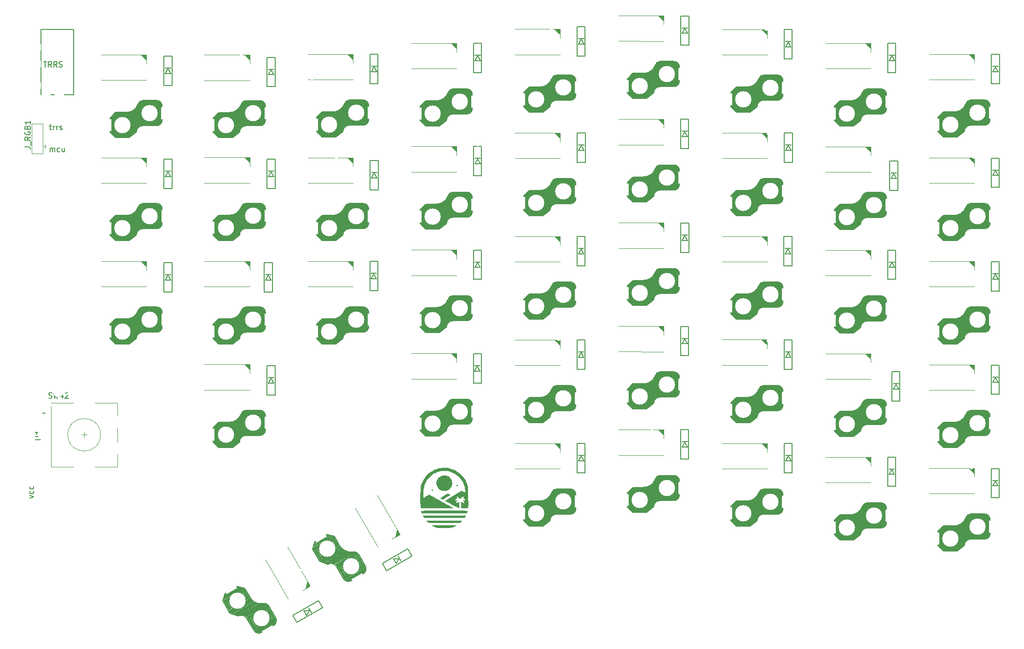
<source format=gto>
G04 #@! TF.GenerationSoftware,KiCad,Pcbnew,8.0.6-8.0.6-0~ubuntu24.04.1*
G04 #@! TF.CreationDate,2024-10-27T13:02:51+01:00*
G04 #@! TF.ProjectId,NomadKeyboard,4e6f6d61-644b-4657-9962-6f6172642e6b,rev?*
G04 #@! TF.SameCoordinates,Original*
G04 #@! TF.FileFunction,Legend,Top*
G04 #@! TF.FilePolarity,Positive*
%FSLAX46Y46*%
G04 Gerber Fmt 4.6, Leading zero omitted, Abs format (unit mm)*
G04 Created by KiCad (PCBNEW 8.0.6-8.0.6-0~ubuntu24.04.1) date 2024-10-27 13:02:51*
%MOMM*%
%LPD*%
G01*
G04 APERTURE LIST*
G04 Aperture macros list*
%AMRotRect*
0 Rectangle, with rotation*
0 The origin of the aperture is its center*
0 $1 length*
0 $2 width*
0 $3 Rotation angle, in degrees counterclockwise*
0 Add horizontal line*
21,1,$1,$2,0,0,$3*%
%AMFreePoly0*
4,1,6,1.000000,0.000000,0.500000,-0.750000,-0.500000,-0.750000,-0.500000,0.750000,0.500000,0.750000,1.000000,0.000000,1.000000,0.000000,$1*%
G04 Aperture macros list end*
%ADD10C,0.150000*%
%ADD11C,0.120000*%
%ADD12C,0.100000*%
%ADD13C,0.000000*%
%ADD14C,1.200000*%
%ADD15O,1.700000X2.500000*%
%ADD16R,2.000000X2.000000*%
%ADD17C,2.000000*%
%ADD18R,3.200000X2.000000*%
%ADD19R,0.950000X1.300000*%
%ADD20RotRect,1.300000X0.950000X210.000000*%
%ADD21C,1.800000*%
%ADD22C,1.000000*%
%ADD23C,3.000000*%
%ADD24C,3.400000*%
%ADD25R,1.700000X1.000000*%
%ADD26R,1.600000X2.200000*%
%ADD27RotRect,1.700000X1.000000X120.000000*%
%ADD28RotRect,1.600000X2.200000X120.000000*%
%ADD29C,4.700000*%
%ADD30R,1.500000X1.500000*%
%ADD31FreePoly0,90.000000*%
%ADD32FreePoly0,270.000000*%
%ADD33R,1.524000X1.524000*%
%ADD34C,1.524000*%
%ADD35C,0.550000*%
G04 APERTURE END LIST*
D10*
X50175899Y-62972459D02*
X50175899Y-62305792D01*
X50175899Y-62401030D02*
X50223518Y-62353411D01*
X50223518Y-62353411D02*
X50318756Y-62305792D01*
X50318756Y-62305792D02*
X50461613Y-62305792D01*
X50461613Y-62305792D02*
X50556851Y-62353411D01*
X50556851Y-62353411D02*
X50604470Y-62448649D01*
X50604470Y-62448649D02*
X50604470Y-62972459D01*
X50604470Y-62448649D02*
X50652089Y-62353411D01*
X50652089Y-62353411D02*
X50747327Y-62305792D01*
X50747327Y-62305792D02*
X50890184Y-62305792D01*
X50890184Y-62305792D02*
X50985423Y-62353411D01*
X50985423Y-62353411D02*
X51033042Y-62448649D01*
X51033042Y-62448649D02*
X51033042Y-62972459D01*
X51937803Y-62924840D02*
X51842565Y-62972459D01*
X51842565Y-62972459D02*
X51652089Y-62972459D01*
X51652089Y-62972459D02*
X51556851Y-62924840D01*
X51556851Y-62924840D02*
X51509232Y-62877220D01*
X51509232Y-62877220D02*
X51461613Y-62781982D01*
X51461613Y-62781982D02*
X51461613Y-62496268D01*
X51461613Y-62496268D02*
X51509232Y-62401030D01*
X51509232Y-62401030D02*
X51556851Y-62353411D01*
X51556851Y-62353411D02*
X51652089Y-62305792D01*
X51652089Y-62305792D02*
X51842565Y-62305792D01*
X51842565Y-62305792D02*
X51937803Y-62353411D01*
X52794946Y-62305792D02*
X52794946Y-62972459D01*
X52366375Y-62305792D02*
X52366375Y-62829601D01*
X52366375Y-62829601D02*
X52413994Y-62924840D01*
X52413994Y-62924840D02*
X52509232Y-62972459D01*
X52509232Y-62972459D02*
X52652089Y-62972459D01*
X52652089Y-62972459D02*
X52747327Y-62924840D01*
X52747327Y-62924840D02*
X52794946Y-62877220D01*
X46442272Y-126761098D02*
X47108939Y-126523003D01*
X47108939Y-126523003D02*
X46442272Y-126284908D01*
X47061320Y-125475384D02*
X47108939Y-125570622D01*
X47108939Y-125570622D02*
X47108939Y-125761098D01*
X47108939Y-125761098D02*
X47061320Y-125856336D01*
X47061320Y-125856336D02*
X47013700Y-125903955D01*
X47013700Y-125903955D02*
X46918462Y-125951574D01*
X46918462Y-125951574D02*
X46632748Y-125951574D01*
X46632748Y-125951574D02*
X46537510Y-125903955D01*
X46537510Y-125903955D02*
X46489891Y-125856336D01*
X46489891Y-125856336D02*
X46442272Y-125761098D01*
X46442272Y-125761098D02*
X46442272Y-125570622D01*
X46442272Y-125570622D02*
X46489891Y-125475384D01*
X47061320Y-124618241D02*
X47108939Y-124713479D01*
X47108939Y-124713479D02*
X47108939Y-124903955D01*
X47108939Y-124903955D02*
X47061320Y-124999193D01*
X47061320Y-124999193D02*
X47013700Y-125046812D01*
X47013700Y-125046812D02*
X46918462Y-125094431D01*
X46918462Y-125094431D02*
X46632748Y-125094431D01*
X46632748Y-125094431D02*
X46537510Y-125046812D01*
X46537510Y-125046812D02*
X46489891Y-124999193D01*
X46489891Y-124999193D02*
X46442272Y-124903955D01*
X46442272Y-124903955D02*
X46442272Y-124713479D01*
X46442272Y-124713479D02*
X46489891Y-124618241D01*
X50033042Y-58305792D02*
X50413994Y-58305792D01*
X50175899Y-57972459D02*
X50175899Y-58829601D01*
X50175899Y-58829601D02*
X50223518Y-58924840D01*
X50223518Y-58924840D02*
X50318756Y-58972459D01*
X50318756Y-58972459D02*
X50413994Y-58972459D01*
X50747328Y-58972459D02*
X50747328Y-58305792D01*
X50747328Y-58496268D02*
X50794947Y-58401030D01*
X50794947Y-58401030D02*
X50842566Y-58353411D01*
X50842566Y-58353411D02*
X50937804Y-58305792D01*
X50937804Y-58305792D02*
X51033042Y-58305792D01*
X51366376Y-58972459D02*
X51366376Y-58305792D01*
X51366376Y-58496268D02*
X51413995Y-58401030D01*
X51413995Y-58401030D02*
X51461614Y-58353411D01*
X51461614Y-58353411D02*
X51556852Y-58305792D01*
X51556852Y-58305792D02*
X51652090Y-58305792D01*
X51937805Y-58924840D02*
X52033043Y-58972459D01*
X52033043Y-58972459D02*
X52223519Y-58972459D01*
X52223519Y-58972459D02*
X52318757Y-58924840D01*
X52318757Y-58924840D02*
X52366376Y-58829601D01*
X52366376Y-58829601D02*
X52366376Y-58781982D01*
X52366376Y-58781982D02*
X52318757Y-58686744D01*
X52318757Y-58686744D02*
X52223519Y-58639125D01*
X52223519Y-58639125D02*
X52080662Y-58639125D01*
X52080662Y-58639125D02*
X51985424Y-58591506D01*
X51985424Y-58591506D02*
X51937805Y-58496268D01*
X51937805Y-58496268D02*
X51937805Y-58448649D01*
X51937805Y-58448649D02*
X51985424Y-58353411D01*
X51985424Y-58353411D02*
X52080662Y-58305792D01*
X52080662Y-58305792D02*
X52223519Y-58305792D01*
X52223519Y-58305792D02*
X52318757Y-58353411D01*
X49929596Y-108309840D02*
X50072453Y-108357459D01*
X50072453Y-108357459D02*
X50310548Y-108357459D01*
X50310548Y-108357459D02*
X50405786Y-108309840D01*
X50405786Y-108309840D02*
X50453405Y-108262220D01*
X50453405Y-108262220D02*
X50501024Y-108166982D01*
X50501024Y-108166982D02*
X50501024Y-108071744D01*
X50501024Y-108071744D02*
X50453405Y-107976506D01*
X50453405Y-107976506D02*
X50405786Y-107928887D01*
X50405786Y-107928887D02*
X50310548Y-107881268D01*
X50310548Y-107881268D02*
X50120072Y-107833649D01*
X50120072Y-107833649D02*
X50024834Y-107786030D01*
X50024834Y-107786030D02*
X49977215Y-107738411D01*
X49977215Y-107738411D02*
X49929596Y-107643173D01*
X49929596Y-107643173D02*
X49929596Y-107547935D01*
X49929596Y-107547935D02*
X49977215Y-107452697D01*
X49977215Y-107452697D02*
X50024834Y-107405078D01*
X50024834Y-107405078D02*
X50120072Y-107357459D01*
X50120072Y-107357459D02*
X50358167Y-107357459D01*
X50358167Y-107357459D02*
X50501024Y-107405078D01*
X50834358Y-107357459D02*
X51072453Y-108357459D01*
X51072453Y-108357459D02*
X51262929Y-107643173D01*
X51262929Y-107643173D02*
X51453405Y-108357459D01*
X51453405Y-108357459D02*
X51691501Y-107357459D01*
X52501024Y-107690792D02*
X52501024Y-108357459D01*
X52262929Y-107309840D02*
X52024834Y-108024125D01*
X52024834Y-108024125D02*
X52643881Y-108024125D01*
X52977215Y-107452697D02*
X53024834Y-107405078D01*
X53024834Y-107405078D02*
X53120072Y-107357459D01*
X53120072Y-107357459D02*
X53358167Y-107357459D01*
X53358167Y-107357459D02*
X53453405Y-107405078D01*
X53453405Y-107405078D02*
X53501024Y-107452697D01*
X53501024Y-107452697D02*
X53548643Y-107547935D01*
X53548643Y-107547935D02*
X53548643Y-107643173D01*
X53548643Y-107643173D02*
X53501024Y-107786030D01*
X53501024Y-107786030D02*
X52929596Y-108357459D01*
X52929596Y-108357459D02*
X53548643Y-108357459D01*
X48977215Y-46407459D02*
X49548643Y-46407459D01*
X49262929Y-47407459D02*
X49262929Y-46407459D01*
X50453405Y-47407459D02*
X50120072Y-46931268D01*
X49881977Y-47407459D02*
X49881977Y-46407459D01*
X49881977Y-46407459D02*
X50262929Y-46407459D01*
X50262929Y-46407459D02*
X50358167Y-46455078D01*
X50358167Y-46455078D02*
X50405786Y-46502697D01*
X50405786Y-46502697D02*
X50453405Y-46597935D01*
X50453405Y-46597935D02*
X50453405Y-46740792D01*
X50453405Y-46740792D02*
X50405786Y-46836030D01*
X50405786Y-46836030D02*
X50358167Y-46883649D01*
X50358167Y-46883649D02*
X50262929Y-46931268D01*
X50262929Y-46931268D02*
X49881977Y-46931268D01*
X51453405Y-47407459D02*
X51120072Y-46931268D01*
X50881977Y-47407459D02*
X50881977Y-46407459D01*
X50881977Y-46407459D02*
X51262929Y-46407459D01*
X51262929Y-46407459D02*
X51358167Y-46455078D01*
X51358167Y-46455078D02*
X51405786Y-46502697D01*
X51405786Y-46502697D02*
X51453405Y-46597935D01*
X51453405Y-46597935D02*
X51453405Y-46740792D01*
X51453405Y-46740792D02*
X51405786Y-46836030D01*
X51405786Y-46836030D02*
X51358167Y-46883649D01*
X51358167Y-46883649D02*
X51262929Y-46931268D01*
X51262929Y-46931268D02*
X50881977Y-46931268D01*
X51834358Y-47359840D02*
X51977215Y-47407459D01*
X51977215Y-47407459D02*
X52215310Y-47407459D01*
X52215310Y-47407459D02*
X52310548Y-47359840D01*
X52310548Y-47359840D02*
X52358167Y-47312220D01*
X52358167Y-47312220D02*
X52405786Y-47216982D01*
X52405786Y-47216982D02*
X52405786Y-47121744D01*
X52405786Y-47121744D02*
X52358167Y-47026506D01*
X52358167Y-47026506D02*
X52310548Y-46978887D01*
X52310548Y-46978887D02*
X52215310Y-46931268D01*
X52215310Y-46931268D02*
X52024834Y-46883649D01*
X52024834Y-46883649D02*
X51929596Y-46836030D01*
X51929596Y-46836030D02*
X51881977Y-46788411D01*
X51881977Y-46788411D02*
X51834358Y-46693173D01*
X51834358Y-46693173D02*
X51834358Y-46597935D01*
X51834358Y-46597935D02*
X51881977Y-46502697D01*
X51881977Y-46502697D02*
X51929596Y-46455078D01*
X51929596Y-46455078D02*
X52024834Y-46407459D01*
X52024834Y-46407459D02*
X52262929Y-46407459D01*
X52262929Y-46407459D02*
X52405786Y-46455078D01*
X48977215Y-46407459D02*
X49548643Y-46407459D01*
X49262929Y-47407459D02*
X49262929Y-46407459D01*
X50453405Y-47407459D02*
X50120072Y-46931268D01*
X49881977Y-47407459D02*
X49881977Y-46407459D01*
X49881977Y-46407459D02*
X50262929Y-46407459D01*
X50262929Y-46407459D02*
X50358167Y-46455078D01*
X50358167Y-46455078D02*
X50405786Y-46502697D01*
X50405786Y-46502697D02*
X50453405Y-46597935D01*
X50453405Y-46597935D02*
X50453405Y-46740792D01*
X50453405Y-46740792D02*
X50405786Y-46836030D01*
X50405786Y-46836030D02*
X50358167Y-46883649D01*
X50358167Y-46883649D02*
X50262929Y-46931268D01*
X50262929Y-46931268D02*
X49881977Y-46931268D01*
X51453405Y-47407459D02*
X51120072Y-46931268D01*
X50881977Y-47407459D02*
X50881977Y-46407459D01*
X50881977Y-46407459D02*
X51262929Y-46407459D01*
X51262929Y-46407459D02*
X51358167Y-46455078D01*
X51358167Y-46455078D02*
X51405786Y-46502697D01*
X51405786Y-46502697D02*
X51453405Y-46597935D01*
X51453405Y-46597935D02*
X51453405Y-46740792D01*
X51453405Y-46740792D02*
X51405786Y-46836030D01*
X51405786Y-46836030D02*
X51358167Y-46883649D01*
X51358167Y-46883649D02*
X51262929Y-46931268D01*
X51262929Y-46931268D02*
X50881977Y-46931268D01*
X51834358Y-47359840D02*
X51977215Y-47407459D01*
X51977215Y-47407459D02*
X52215310Y-47407459D01*
X52215310Y-47407459D02*
X52310548Y-47359840D01*
X52310548Y-47359840D02*
X52358167Y-47312220D01*
X52358167Y-47312220D02*
X52405786Y-47216982D01*
X52405786Y-47216982D02*
X52405786Y-47121744D01*
X52405786Y-47121744D02*
X52358167Y-47026506D01*
X52358167Y-47026506D02*
X52310548Y-46978887D01*
X52310548Y-46978887D02*
X52215310Y-46931268D01*
X52215310Y-46931268D02*
X52024834Y-46883649D01*
X52024834Y-46883649D02*
X51929596Y-46836030D01*
X51929596Y-46836030D02*
X51881977Y-46788411D01*
X51881977Y-46788411D02*
X51834358Y-46693173D01*
X51834358Y-46693173D02*
X51834358Y-46597935D01*
X51834358Y-46597935D02*
X51881977Y-46502697D01*
X51881977Y-46502697D02*
X51929596Y-46455078D01*
X51929596Y-46455078D02*
X52024834Y-46407459D01*
X52024834Y-46407459D02*
X52262929Y-46407459D01*
X52262929Y-46407459D02*
X52405786Y-46455078D01*
X45518939Y-62091925D02*
X46233224Y-62091925D01*
X46233224Y-62091925D02*
X46376081Y-62139544D01*
X46376081Y-62139544D02*
X46471320Y-62234782D01*
X46471320Y-62234782D02*
X46518939Y-62377639D01*
X46518939Y-62377639D02*
X46518939Y-62472877D01*
X46614177Y-61853830D02*
X46614177Y-61091925D01*
X46518939Y-60282401D02*
X46042748Y-60615734D01*
X46518939Y-60853829D02*
X45518939Y-60853829D01*
X45518939Y-60853829D02*
X45518939Y-60472877D01*
X45518939Y-60472877D02*
X45566558Y-60377639D01*
X45566558Y-60377639D02*
X45614177Y-60330020D01*
X45614177Y-60330020D02*
X45709415Y-60282401D01*
X45709415Y-60282401D02*
X45852272Y-60282401D01*
X45852272Y-60282401D02*
X45947510Y-60330020D01*
X45947510Y-60330020D02*
X45995129Y-60377639D01*
X45995129Y-60377639D02*
X46042748Y-60472877D01*
X46042748Y-60472877D02*
X46042748Y-60853829D01*
X45566558Y-59330020D02*
X45518939Y-59425258D01*
X45518939Y-59425258D02*
X45518939Y-59568115D01*
X45518939Y-59568115D02*
X45566558Y-59710972D01*
X45566558Y-59710972D02*
X45661796Y-59806210D01*
X45661796Y-59806210D02*
X45757034Y-59853829D01*
X45757034Y-59853829D02*
X45947510Y-59901448D01*
X45947510Y-59901448D02*
X46090367Y-59901448D01*
X46090367Y-59901448D02*
X46280843Y-59853829D01*
X46280843Y-59853829D02*
X46376081Y-59806210D01*
X46376081Y-59806210D02*
X46471320Y-59710972D01*
X46471320Y-59710972D02*
X46518939Y-59568115D01*
X46518939Y-59568115D02*
X46518939Y-59472877D01*
X46518939Y-59472877D02*
X46471320Y-59330020D01*
X46471320Y-59330020D02*
X46423700Y-59282401D01*
X46423700Y-59282401D02*
X46090367Y-59282401D01*
X46090367Y-59282401D02*
X46090367Y-59472877D01*
X45995129Y-58520496D02*
X46042748Y-58377639D01*
X46042748Y-58377639D02*
X46090367Y-58330020D01*
X46090367Y-58330020D02*
X46185605Y-58282401D01*
X46185605Y-58282401D02*
X46328462Y-58282401D01*
X46328462Y-58282401D02*
X46423700Y-58330020D01*
X46423700Y-58330020D02*
X46471320Y-58377639D01*
X46471320Y-58377639D02*
X46518939Y-58472877D01*
X46518939Y-58472877D02*
X46518939Y-58853829D01*
X46518939Y-58853829D02*
X45518939Y-58853829D01*
X45518939Y-58853829D02*
X45518939Y-58520496D01*
X45518939Y-58520496D02*
X45566558Y-58425258D01*
X45566558Y-58425258D02*
X45614177Y-58377639D01*
X45614177Y-58377639D02*
X45709415Y-58330020D01*
X45709415Y-58330020D02*
X45804653Y-58330020D01*
X45804653Y-58330020D02*
X45899891Y-58377639D01*
X45899891Y-58377639D02*
X45947510Y-58425258D01*
X45947510Y-58425258D02*
X45995129Y-58520496D01*
X45995129Y-58520496D02*
X45995129Y-58853829D01*
X46518939Y-57330020D02*
X46518939Y-57901448D01*
X46518939Y-57615734D02*
X45518939Y-57615734D01*
X45518939Y-57615734D02*
X45661796Y-57710972D01*
X45661796Y-57710972D02*
X45757034Y-57806210D01*
X45757034Y-57806210D02*
X45804653Y-57901448D01*
X47473939Y-115984544D02*
X48283462Y-115984544D01*
X48283462Y-115984544D02*
X48378700Y-115936925D01*
X48378700Y-115936925D02*
X48426320Y-115889306D01*
X48426320Y-115889306D02*
X48473939Y-115794068D01*
X48473939Y-115794068D02*
X48473939Y-115603592D01*
X48473939Y-115603592D02*
X48426320Y-115508354D01*
X48426320Y-115508354D02*
X48378700Y-115460735D01*
X48378700Y-115460735D02*
X48283462Y-115413116D01*
X48283462Y-115413116D02*
X47473939Y-115413116D01*
X48473939Y-114413116D02*
X48473939Y-114984544D01*
X48473939Y-114698830D02*
X47473939Y-114698830D01*
X47473939Y-114698830D02*
X47616796Y-114794068D01*
X47616796Y-114794068D02*
X47712034Y-114889306D01*
X47712034Y-114889306D02*
X47759653Y-114984544D01*
D11*
X48639120Y-111002640D02*
X49239120Y-111002640D01*
X48939120Y-111302640D02*
X48639120Y-111002640D01*
X49239120Y-111002640D02*
X48939120Y-111302640D01*
X50339120Y-109202640D02*
X50339120Y-121002640D01*
X54439120Y-109202640D02*
X50339120Y-109202640D01*
X54439120Y-121002640D02*
X50339120Y-121002640D01*
X55939120Y-115102640D02*
X56939120Y-115102640D01*
X56439120Y-114602640D02*
X56439120Y-115602640D01*
X58439120Y-109202640D02*
X62539120Y-109202640D01*
X62539120Y-109202640D02*
X62539120Y-111602640D01*
X62539120Y-113802640D02*
X62539120Y-116402640D01*
X62539120Y-118602640D02*
X62539120Y-121002640D01*
X62539120Y-121002640D02*
X58439120Y-121002640D01*
X59439120Y-115102640D02*
G75*
G02*
X53439120Y-115102640I-3000000J0D01*
G01*
X53439120Y-115102640D02*
G75*
G02*
X59439120Y-115102640I3000000J0D01*
G01*
D10*
X48489120Y-40502640D02*
X54489120Y-40502640D01*
X48489120Y-52502640D02*
X48489120Y-40502640D01*
X54489120Y-40502640D02*
X54489120Y-52502640D01*
X54489120Y-52502640D02*
X48489120Y-52502640D01*
X109009120Y-45082640D02*
X109009120Y-50482640D01*
X109259120Y-48282640D02*
X109759120Y-47382640D01*
X109759120Y-47382640D02*
X110259120Y-48282640D01*
X110259120Y-47282640D02*
X109259120Y-47282640D01*
X110259120Y-48282640D02*
X109259120Y-48282640D01*
X110509120Y-45082640D02*
X109009120Y-45082640D01*
X110509120Y-50482640D02*
X109009120Y-50482640D01*
X110509120Y-50482640D02*
X110509120Y-45082640D01*
X128059120Y-43042640D02*
X128059120Y-48442640D01*
X128309120Y-46242640D02*
X128809120Y-45342640D01*
X128809120Y-45342640D02*
X129309120Y-46242640D01*
X129309120Y-45242640D02*
X128309120Y-45242640D01*
X129309120Y-46242640D02*
X128309120Y-46242640D01*
X129559120Y-43042640D02*
X128059120Y-43042640D01*
X129559120Y-48442640D02*
X128059120Y-48442640D01*
X129559120Y-48442640D02*
X129559120Y-43042640D01*
X147109100Y-40005100D02*
X147109100Y-45405100D01*
X147359100Y-43205100D02*
X147859100Y-42305100D01*
X147859100Y-42305100D02*
X148359100Y-43205100D01*
X148359100Y-42205100D02*
X147359100Y-42205100D01*
X148359100Y-43205100D02*
X147359100Y-43205100D01*
X148609100Y-40005100D02*
X147109100Y-40005100D01*
X148609100Y-45405100D02*
X147109100Y-45405100D01*
X148609100Y-45405100D02*
X148609100Y-40005100D01*
X166169120Y-38002640D02*
X166169120Y-43402640D01*
X166419120Y-41202640D02*
X166919120Y-40302640D01*
X166919120Y-40302640D02*
X167419120Y-41202640D01*
X167419120Y-40202640D02*
X166419120Y-40202640D01*
X167419120Y-41202640D02*
X166419120Y-41202640D01*
X167669120Y-38002640D02*
X166169120Y-38002640D01*
X167669120Y-43402640D02*
X166169120Y-43402640D01*
X167669120Y-43402640D02*
X167669120Y-38002640D01*
X185199120Y-40492640D02*
X185199120Y-45892640D01*
X185449120Y-43692640D02*
X185949120Y-42792640D01*
X185949120Y-42792640D02*
X186449120Y-43692640D01*
X186449120Y-42692640D02*
X185449120Y-42692640D01*
X186449120Y-43692640D02*
X185449120Y-43692640D01*
X186699120Y-40492640D02*
X185199120Y-40492640D01*
X186699120Y-45892640D02*
X185199120Y-45892640D01*
X186699120Y-45892640D02*
X186699120Y-40492640D01*
X204259120Y-43022640D02*
X204259120Y-48422640D01*
X204509120Y-46222640D02*
X205009120Y-45322640D01*
X205009120Y-45322640D02*
X205509120Y-46222640D01*
X205509120Y-45222640D02*
X204509120Y-45222640D01*
X205509120Y-46222640D02*
X204509120Y-46222640D01*
X205759120Y-43022640D02*
X204259120Y-43022640D01*
X205759120Y-48422640D02*
X204259120Y-48422640D01*
X205759120Y-48422640D02*
X205759120Y-43022640D01*
X108988200Y-83205300D02*
X108988200Y-88605300D01*
X109238200Y-86405300D02*
X109738200Y-85505300D01*
X109738200Y-85505300D02*
X110238200Y-86405300D01*
X110238200Y-85405300D02*
X109238200Y-85405300D01*
X110238200Y-86405300D02*
X109238200Y-86405300D01*
X110488200Y-83205300D02*
X108988200Y-83205300D01*
X110488200Y-88605300D02*
X108988200Y-88605300D01*
X110488200Y-88605300D02*
X110488200Y-83205300D01*
X95590851Y-149657159D02*
X94840851Y-148358121D01*
X95590851Y-149657159D02*
X100267389Y-146957159D01*
X96871107Y-147474627D02*
X97900530Y-147457640D01*
X97371107Y-148340653D02*
X96871107Y-147474627D01*
X97900530Y-147457640D02*
X97371107Y-148340653D01*
X98237133Y-147840653D02*
X97737133Y-146974627D01*
X99517389Y-145658121D02*
X94840851Y-148358121D01*
X100267389Y-146957159D02*
X99517389Y-145658121D01*
X112080851Y-140117159D02*
X111330851Y-138818121D01*
X112080851Y-140117159D02*
X116757389Y-137417159D01*
X113361107Y-137934627D02*
X114390530Y-137917640D01*
X113861107Y-138800653D02*
X113361107Y-137934627D01*
X114390530Y-137917640D02*
X113861107Y-138800653D01*
X114727133Y-138300653D02*
X114227133Y-137434627D01*
X116007389Y-136118121D02*
X111330851Y-138818121D01*
X116757389Y-137417159D02*
X116007389Y-136118121D01*
X147109100Y-116705100D02*
X147109100Y-122105100D01*
X147359100Y-119905100D02*
X147859100Y-119005100D01*
X147859100Y-119005100D02*
X148359100Y-119905100D01*
X148359100Y-118905100D02*
X147359100Y-118905100D01*
X148359100Y-119905100D02*
X147359100Y-119905100D01*
X148609100Y-116705100D02*
X147109100Y-116705100D01*
X148609100Y-122105100D02*
X147109100Y-122105100D01*
X148609100Y-122105100D02*
X148609100Y-116705100D01*
D11*
X97589100Y-45051060D02*
X105889100Y-45051060D01*
D10*
X99189100Y-56702600D02*
X100214100Y-55677600D01*
X99189100Y-59302600D02*
X99189100Y-56702600D01*
X99189100Y-59302600D02*
X100214100Y-60327600D01*
X99339100Y-56552600D02*
X99339100Y-59452600D01*
X99489100Y-56452600D02*
X99489100Y-59602600D01*
X99639100Y-56252600D02*
X99639100Y-59752600D01*
X99789100Y-56102600D02*
X99789100Y-59902600D01*
X99939100Y-55952600D02*
X99939100Y-60052600D01*
X100089100Y-55852600D02*
X100089100Y-60202600D01*
X100239100Y-55702600D02*
X100239100Y-60302600D01*
X100389100Y-55702600D02*
X100389100Y-60302600D01*
X100539100Y-55702600D02*
X100539100Y-60302600D01*
X100689100Y-55702600D02*
X100689100Y-60302600D01*
X100839100Y-55702600D02*
X100839100Y-60302600D01*
X100989100Y-55702600D02*
X100989100Y-60302600D01*
X101139100Y-55702600D02*
X101139100Y-60302600D01*
X101289100Y-55702600D02*
X101289100Y-60302600D01*
X101439100Y-55702600D02*
X101439100Y-60302600D01*
X101589100Y-55702600D02*
X101589100Y-60302600D01*
X101739100Y-55702600D02*
X101739100Y-60302600D01*
X101889100Y-55702600D02*
X101889100Y-60302600D01*
X102039100Y-55702600D02*
X102039100Y-60302600D01*
X102189100Y-55677600D02*
X100214100Y-55677600D01*
X102189100Y-55702600D02*
X102189100Y-60302600D01*
X102339100Y-55702600D02*
X102339100Y-60252600D01*
X102489100Y-55652600D02*
X102489100Y-60302600D01*
X102639100Y-55652600D02*
X102639100Y-60302600D01*
X102764100Y-60327600D02*
X100214100Y-60327600D01*
X102764100Y-60327600D02*
X104039100Y-59302600D01*
X102789100Y-55652600D02*
X102789100Y-60252600D01*
X102939100Y-55602600D02*
X102939100Y-60152600D01*
X103089100Y-55502600D02*
X103089100Y-60052600D01*
X103239100Y-55452600D02*
X103239100Y-59902600D01*
X103389100Y-55352600D02*
X103389100Y-59802600D01*
X103539100Y-55252600D02*
X103539100Y-59652600D01*
X103689100Y-55152600D02*
X103689100Y-59552600D01*
X103839100Y-55002600D02*
X103839100Y-59452600D01*
X103989100Y-54852600D02*
X103989100Y-59302600D01*
X104089100Y-54652600D02*
X104089100Y-58802600D01*
X104189100Y-54502600D02*
X104189100Y-58652600D01*
X104289100Y-54302600D02*
X104289100Y-58452600D01*
X104389100Y-54152600D02*
X104389100Y-58352600D01*
X104489100Y-53902600D02*
X104489100Y-58302600D01*
X104589100Y-53752600D02*
X104589100Y-58252600D01*
X104739100Y-53652600D02*
X104739100Y-58202600D01*
X104889100Y-53552600D02*
X104889100Y-58102600D01*
X105039100Y-53502600D02*
X105039100Y-58102600D01*
X105189100Y-53502600D02*
X105189100Y-58102600D01*
X105339100Y-53502600D02*
X105339100Y-58052600D01*
X105489100Y-53502600D02*
X105489100Y-58102600D01*
X105639100Y-53502600D02*
X105639100Y-58102600D01*
X105789100Y-53502600D02*
X105789100Y-58102600D01*
D11*
X105889100Y-45051060D02*
X105889100Y-46702060D01*
X105889100Y-49753600D02*
X97589100Y-49751060D01*
D10*
X105939100Y-53502600D02*
X105939100Y-58102600D01*
X106089100Y-53502600D02*
X106089100Y-58102600D01*
X106239100Y-53502600D02*
X106239100Y-58102600D01*
X106389100Y-53502600D02*
X106389100Y-58102600D01*
X106539100Y-53502600D02*
X106539100Y-58102600D01*
X106689100Y-53502600D02*
X106689100Y-58102600D01*
X106839100Y-53502600D02*
X106839100Y-58102600D01*
X106989100Y-53502600D02*
X106989100Y-58102600D01*
X107139100Y-53502600D02*
X107139100Y-58102600D01*
X107289100Y-53502600D02*
X107289100Y-58102600D01*
X107439100Y-53502600D02*
X107439100Y-58102600D01*
X107589100Y-53502600D02*
X107589100Y-58102600D01*
X107739100Y-53502600D02*
X107739100Y-58102600D01*
X107789100Y-53477600D02*
X105189100Y-53477600D01*
X107789100Y-58127600D02*
X105214100Y-58127600D01*
X107889100Y-53502600D02*
X107889100Y-58052600D01*
X108039100Y-53552600D02*
X108039100Y-58052600D01*
X108189100Y-53602600D02*
X108189100Y-58002600D01*
X108339100Y-53702600D02*
X108339100Y-57902600D01*
X108439100Y-53802600D02*
X108439100Y-57752600D01*
X108539100Y-53902600D02*
X108539100Y-57652600D01*
X108639100Y-54052600D02*
X108639100Y-57602600D01*
X108789100Y-57127600D02*
X108789100Y-54477600D01*
X104039100Y-59302600D02*
G75*
G02*
X105214100Y-58127600I1175002J-2D01*
G01*
X104326901Y-54180696D02*
G75*
G02*
X102189100Y-55677600I-2137800J778095D01*
G01*
X104326901Y-54180696D02*
G75*
G02*
X105188105Y-53478809I900000J-225000D01*
G01*
X107789100Y-53477600D02*
G75*
G02*
X108789100Y-54477600I1J-999999D01*
G01*
X108789100Y-57127600D02*
G75*
G02*
X107789100Y-58127600I-999999J-1D01*
G01*
D12*
X105889100Y-46067060D02*
X104881100Y-45053600D01*
X105889100Y-45051060D01*
X105889100Y-46067060D01*
G36*
X105889100Y-46067060D02*
G01*
X104881100Y-45053600D01*
X105889100Y-45051060D01*
X105889100Y-46067060D01*
G37*
D11*
X154750000Y-37948460D02*
X163050000Y-37948460D01*
D10*
X156350000Y-49600000D02*
X157375000Y-48575000D01*
X156350000Y-52200000D02*
X156350000Y-49600000D01*
X156350000Y-52200000D02*
X157375000Y-53225000D01*
X156500000Y-49450000D02*
X156500000Y-52350000D01*
X156650000Y-49350000D02*
X156650000Y-52500000D01*
X156800000Y-49150000D02*
X156800000Y-52650000D01*
X156950000Y-49000000D02*
X156950000Y-52800000D01*
X157100000Y-48850000D02*
X157100000Y-52950000D01*
X157250000Y-48750000D02*
X157250000Y-53100000D01*
X157400000Y-48600000D02*
X157400000Y-53200000D01*
X157550000Y-48600000D02*
X157550000Y-53200000D01*
X157700000Y-48600000D02*
X157700000Y-53200000D01*
X157850000Y-48600000D02*
X157850000Y-53200000D01*
X158000000Y-48600000D02*
X158000000Y-53200000D01*
X158150000Y-48600000D02*
X158150000Y-53200000D01*
X158300000Y-48600000D02*
X158300000Y-53200000D01*
X158450000Y-48600000D02*
X158450000Y-53200000D01*
X158600000Y-48600000D02*
X158600000Y-53200000D01*
X158750000Y-48600000D02*
X158750000Y-53200000D01*
X158900000Y-48600000D02*
X158900000Y-53200000D01*
X159050000Y-48600000D02*
X159050000Y-53200000D01*
X159200000Y-48600000D02*
X159200000Y-53200000D01*
X159350000Y-48575000D02*
X157375000Y-48575000D01*
X159350000Y-48600000D02*
X159350000Y-53200000D01*
X159500000Y-48600000D02*
X159500000Y-53150000D01*
X159650000Y-48550000D02*
X159650000Y-53200000D01*
X159800000Y-48550000D02*
X159800000Y-53200000D01*
X159925000Y-53225000D02*
X157375000Y-53225000D01*
X159925000Y-53225000D02*
X161200000Y-52200000D01*
X159950000Y-48550000D02*
X159950000Y-53150000D01*
X160100000Y-48500000D02*
X160100000Y-53050000D01*
X160250000Y-48400000D02*
X160250000Y-52950000D01*
X160400000Y-48350000D02*
X160400000Y-52800000D01*
X160550000Y-48250000D02*
X160550000Y-52700000D01*
X160700000Y-48150000D02*
X160700000Y-52550000D01*
X160850000Y-48050000D02*
X160850000Y-52450000D01*
X161000000Y-47900000D02*
X161000000Y-52350000D01*
X161150000Y-47750000D02*
X161150000Y-52200000D01*
X161250000Y-47550000D02*
X161250000Y-51700000D01*
X161350000Y-47400000D02*
X161350000Y-51550000D01*
X161450000Y-47200000D02*
X161450000Y-51350000D01*
X161550000Y-47050000D02*
X161550000Y-51250000D01*
X161650000Y-46800000D02*
X161650000Y-51200000D01*
X161750000Y-46650000D02*
X161750000Y-51150000D01*
X161900000Y-46550000D02*
X161900000Y-51100000D01*
X162050000Y-46450000D02*
X162050000Y-51000000D01*
X162200000Y-46400000D02*
X162200000Y-51000000D01*
X162350000Y-46400000D02*
X162350000Y-51000000D01*
X162500000Y-46400000D02*
X162500000Y-50950000D01*
X162650000Y-46400000D02*
X162650000Y-51000000D01*
X162800000Y-46400000D02*
X162800000Y-51000000D01*
X162950000Y-46400000D02*
X162950000Y-51000000D01*
D11*
X163050000Y-37948460D02*
X163050000Y-39599460D01*
X163050000Y-42651000D02*
X154750000Y-42648460D01*
D10*
X163100000Y-46400000D02*
X163100000Y-51000000D01*
X163250000Y-46400000D02*
X163250000Y-51000000D01*
X163400000Y-46400000D02*
X163400000Y-51000000D01*
X163550000Y-46400000D02*
X163550000Y-51000000D01*
X163700000Y-46400000D02*
X163700000Y-51000000D01*
X163850000Y-46400000D02*
X163850000Y-51000000D01*
X164000000Y-46400000D02*
X164000000Y-51000000D01*
X164150000Y-46400000D02*
X164150000Y-51000000D01*
X164300000Y-46400000D02*
X164300000Y-51000000D01*
X164450000Y-46400000D02*
X164450000Y-51000000D01*
X164600000Y-46400000D02*
X164600000Y-51000000D01*
X164750000Y-46400000D02*
X164750000Y-51000000D01*
X164900000Y-46400000D02*
X164900000Y-51000000D01*
X164950000Y-46375000D02*
X162350000Y-46375000D01*
X164950000Y-51025000D02*
X162375000Y-51025000D01*
X165050000Y-46400000D02*
X165050000Y-50950000D01*
X165200000Y-46450000D02*
X165200000Y-50950000D01*
X165350000Y-46500000D02*
X165350000Y-50900000D01*
X165500000Y-46600000D02*
X165500000Y-50800000D01*
X165600000Y-46700000D02*
X165600000Y-50650000D01*
X165700000Y-46800000D02*
X165700000Y-50550000D01*
X165800000Y-46950000D02*
X165800000Y-50500000D01*
X165950000Y-50025000D02*
X165950000Y-47375000D01*
X161200000Y-52200000D02*
G75*
G02*
X162375000Y-51025000I1175002J-2D01*
G01*
X161487801Y-47078096D02*
G75*
G02*
X159350000Y-48575000I-2137800J778095D01*
G01*
X161487801Y-47078096D02*
G75*
G02*
X162349005Y-46376209I900000J-225000D01*
G01*
X164950000Y-46375000D02*
G75*
G02*
X165950000Y-47375000I1J-999999D01*
G01*
X165950000Y-50025000D02*
G75*
G02*
X164950000Y-51025000I-999999J-1D01*
G01*
D12*
X163050000Y-38964460D02*
X162042000Y-37951000D01*
X163050000Y-37948460D01*
X163050000Y-38964460D01*
G36*
X163050000Y-38964460D02*
G01*
X162042000Y-37951000D01*
X163050000Y-37948460D01*
X163050000Y-38964460D01*
G37*
D11*
X97589100Y-83151060D02*
X105889100Y-83151060D01*
D10*
X99189100Y-94802600D02*
X100214100Y-93777600D01*
X99189100Y-97402600D02*
X99189100Y-94802600D01*
X99189100Y-97402600D02*
X100214100Y-98427600D01*
X99339100Y-94652600D02*
X99339100Y-97552600D01*
X99489100Y-94552600D02*
X99489100Y-97702600D01*
X99639100Y-94352600D02*
X99639100Y-97852600D01*
X99789100Y-94202600D02*
X99789100Y-98002600D01*
X99939100Y-94052600D02*
X99939100Y-98152600D01*
X100089100Y-93952600D02*
X100089100Y-98302600D01*
X100239100Y-93802600D02*
X100239100Y-98402600D01*
X100389100Y-93802600D02*
X100389100Y-98402600D01*
X100539100Y-93802600D02*
X100539100Y-98402600D01*
X100689100Y-93802600D02*
X100689100Y-98402600D01*
X100839100Y-93802600D02*
X100839100Y-98402600D01*
X100989100Y-93802600D02*
X100989100Y-98402600D01*
X101139100Y-93802600D02*
X101139100Y-98402600D01*
X101289100Y-93802600D02*
X101289100Y-98402600D01*
X101439100Y-93802600D02*
X101439100Y-98402600D01*
X101589100Y-93802600D02*
X101589100Y-98402600D01*
X101739100Y-93802600D02*
X101739100Y-98402600D01*
X101889100Y-93802600D02*
X101889100Y-98402600D01*
X102039100Y-93802600D02*
X102039100Y-98402600D01*
X102189100Y-93777600D02*
X100214100Y-93777600D01*
X102189100Y-93802600D02*
X102189100Y-98402600D01*
X102339100Y-93802600D02*
X102339100Y-98352600D01*
X102489100Y-93752600D02*
X102489100Y-98402600D01*
X102639100Y-93752600D02*
X102639100Y-98402600D01*
X102764100Y-98427600D02*
X100214100Y-98427600D01*
X102764100Y-98427600D02*
X104039100Y-97402600D01*
X102789100Y-93752600D02*
X102789100Y-98352600D01*
X102939100Y-93702600D02*
X102939100Y-98252600D01*
X103089100Y-93602600D02*
X103089100Y-98152600D01*
X103239100Y-93552600D02*
X103239100Y-98002600D01*
X103389100Y-93452600D02*
X103389100Y-97902600D01*
X103539100Y-93352600D02*
X103539100Y-97752600D01*
X103689100Y-93252600D02*
X103689100Y-97652600D01*
X103839100Y-93102600D02*
X103839100Y-97552600D01*
X103989100Y-92952600D02*
X103989100Y-97402600D01*
X104089100Y-92752600D02*
X104089100Y-96902600D01*
X104189100Y-92602600D02*
X104189100Y-96752600D01*
X104289100Y-92402600D02*
X104289100Y-96552600D01*
X104389100Y-92252600D02*
X104389100Y-96452600D01*
X104489100Y-92002600D02*
X104489100Y-96402600D01*
X104589100Y-91852600D02*
X104589100Y-96352600D01*
X104739100Y-91752600D02*
X104739100Y-96302600D01*
X104889100Y-91652600D02*
X104889100Y-96202600D01*
X105039100Y-91602600D02*
X105039100Y-96202600D01*
X105189100Y-91602600D02*
X105189100Y-96202600D01*
X105339100Y-91602600D02*
X105339100Y-96152600D01*
X105489100Y-91602600D02*
X105489100Y-96202600D01*
X105639100Y-91602600D02*
X105639100Y-96202600D01*
X105789100Y-91602600D02*
X105789100Y-96202600D01*
D11*
X105889100Y-83151060D02*
X105889100Y-84802060D01*
X105889100Y-87853600D02*
X97589100Y-87851060D01*
D10*
X105939100Y-91602600D02*
X105939100Y-96202600D01*
X106089100Y-91602600D02*
X106089100Y-96202600D01*
X106239100Y-91602600D02*
X106239100Y-96202600D01*
X106389100Y-91602600D02*
X106389100Y-96202600D01*
X106539100Y-91602600D02*
X106539100Y-96202600D01*
X106689100Y-91602600D02*
X106689100Y-96202600D01*
X106839100Y-91602600D02*
X106839100Y-96202600D01*
X106989100Y-91602600D02*
X106989100Y-96202600D01*
X107139100Y-91602600D02*
X107139100Y-96202600D01*
X107289100Y-91602600D02*
X107289100Y-96202600D01*
X107439100Y-91602600D02*
X107439100Y-96202600D01*
X107589100Y-91602600D02*
X107589100Y-96202600D01*
X107739100Y-91602600D02*
X107739100Y-96202600D01*
X107789100Y-91577600D02*
X105189100Y-91577600D01*
X107789100Y-96227600D02*
X105214100Y-96227600D01*
X107889100Y-91602600D02*
X107889100Y-96152600D01*
X108039100Y-91652600D02*
X108039100Y-96152600D01*
X108189100Y-91702600D02*
X108189100Y-96102600D01*
X108339100Y-91802600D02*
X108339100Y-96002600D01*
X108439100Y-91902600D02*
X108439100Y-95852600D01*
X108539100Y-92002600D02*
X108539100Y-95752600D01*
X108639100Y-92152600D02*
X108639100Y-95702600D01*
X108789100Y-95227600D02*
X108789100Y-92577600D01*
X104039100Y-97402600D02*
G75*
G02*
X105214100Y-96227600I1175002J-2D01*
G01*
X104326901Y-92280696D02*
G75*
G02*
X102189100Y-93777600I-2137800J778095D01*
G01*
X104326901Y-92280696D02*
G75*
G02*
X105188105Y-91578809I900000J-225000D01*
G01*
X107789100Y-91577600D02*
G75*
G02*
X108789100Y-92577600I1J-999999D01*
G01*
X108789100Y-95227600D02*
G75*
G02*
X107789100Y-96227600I-999999J-1D01*
G01*
D12*
X105889100Y-84167060D02*
X104881100Y-83153600D01*
X105889100Y-83151060D01*
X105889100Y-84167060D01*
G36*
X105889100Y-84167060D02*
G01*
X104881100Y-83153600D01*
X105889100Y-83151060D01*
X105889100Y-84167060D01*
G37*
D11*
X116639100Y-62001060D02*
X124939100Y-62001060D01*
D10*
X118239100Y-73652600D02*
X119264100Y-72627600D01*
X118239100Y-76252600D02*
X118239100Y-73652600D01*
X118239100Y-76252600D02*
X119264100Y-77277600D01*
X118389100Y-73502600D02*
X118389100Y-76402600D01*
X118539100Y-73402600D02*
X118539100Y-76552600D01*
X118689100Y-73202600D02*
X118689100Y-76702600D01*
X118839100Y-73052600D02*
X118839100Y-76852600D01*
X118989100Y-72902600D02*
X118989100Y-77002600D01*
X119139100Y-72802600D02*
X119139100Y-77152600D01*
X119289100Y-72652600D02*
X119289100Y-77252600D01*
X119439100Y-72652600D02*
X119439100Y-77252600D01*
X119589100Y-72652600D02*
X119589100Y-77252600D01*
X119739100Y-72652600D02*
X119739100Y-77252600D01*
X119889100Y-72652600D02*
X119889100Y-77252600D01*
X120039100Y-72652600D02*
X120039100Y-77252600D01*
X120189100Y-72652600D02*
X120189100Y-77252600D01*
X120339100Y-72652600D02*
X120339100Y-77252600D01*
X120489100Y-72652600D02*
X120489100Y-77252600D01*
X120639100Y-72652600D02*
X120639100Y-77252600D01*
X120789100Y-72652600D02*
X120789100Y-77252600D01*
X120939100Y-72652600D02*
X120939100Y-77252600D01*
X121089100Y-72652600D02*
X121089100Y-77252600D01*
X121239100Y-72627600D02*
X119264100Y-72627600D01*
X121239100Y-72652600D02*
X121239100Y-77252600D01*
X121389100Y-72652600D02*
X121389100Y-77202600D01*
X121539100Y-72602600D02*
X121539100Y-77252600D01*
X121689100Y-72602600D02*
X121689100Y-77252600D01*
X121814100Y-77277600D02*
X119264100Y-77277600D01*
X121814100Y-77277600D02*
X123089100Y-76252600D01*
X121839100Y-72602600D02*
X121839100Y-77202600D01*
X121989100Y-72552600D02*
X121989100Y-77102600D01*
X122139100Y-72452600D02*
X122139100Y-77002600D01*
X122289100Y-72402600D02*
X122289100Y-76852600D01*
X122439100Y-72302600D02*
X122439100Y-76752600D01*
X122589100Y-72202600D02*
X122589100Y-76602600D01*
X122739100Y-72102600D02*
X122739100Y-76502600D01*
X122889100Y-71952600D02*
X122889100Y-76402600D01*
X123039100Y-71802600D02*
X123039100Y-76252600D01*
X123139100Y-71602600D02*
X123139100Y-75752600D01*
X123239100Y-71452600D02*
X123239100Y-75602600D01*
X123339100Y-71252600D02*
X123339100Y-75402600D01*
X123439100Y-71102600D02*
X123439100Y-75302600D01*
X123539100Y-70852600D02*
X123539100Y-75252600D01*
X123639100Y-70702600D02*
X123639100Y-75202600D01*
X123789100Y-70602600D02*
X123789100Y-75152600D01*
X123939100Y-70502600D02*
X123939100Y-75052600D01*
X124089100Y-70452600D02*
X124089100Y-75052600D01*
X124239100Y-70452600D02*
X124239100Y-75052600D01*
X124389100Y-70452600D02*
X124389100Y-75002600D01*
X124539100Y-70452600D02*
X124539100Y-75052600D01*
X124689100Y-70452600D02*
X124689100Y-75052600D01*
X124839100Y-70452600D02*
X124839100Y-75052600D01*
D11*
X124939100Y-62001060D02*
X124939100Y-63652060D01*
X124939100Y-66703600D02*
X116639100Y-66701060D01*
D10*
X124989100Y-70452600D02*
X124989100Y-75052600D01*
X125139100Y-70452600D02*
X125139100Y-75052600D01*
X125289100Y-70452600D02*
X125289100Y-75052600D01*
X125439100Y-70452600D02*
X125439100Y-75052600D01*
X125589100Y-70452600D02*
X125589100Y-75052600D01*
X125739100Y-70452600D02*
X125739100Y-75052600D01*
X125889100Y-70452600D02*
X125889100Y-75052600D01*
X126039100Y-70452600D02*
X126039100Y-75052600D01*
X126189100Y-70452600D02*
X126189100Y-75052600D01*
X126339100Y-70452600D02*
X126339100Y-75052600D01*
X126489100Y-70452600D02*
X126489100Y-75052600D01*
X126639100Y-70452600D02*
X126639100Y-75052600D01*
X126789100Y-70452600D02*
X126789100Y-75052600D01*
X126839100Y-70427600D02*
X124239100Y-70427600D01*
X126839100Y-75077600D02*
X124264100Y-75077600D01*
X126939100Y-70452600D02*
X126939100Y-75002600D01*
X127089100Y-70502600D02*
X127089100Y-75002600D01*
X127239100Y-70552600D02*
X127239100Y-74952600D01*
X127389100Y-70652600D02*
X127389100Y-74852600D01*
X127489100Y-70752600D02*
X127489100Y-74702600D01*
X127589100Y-70852600D02*
X127589100Y-74602600D01*
X127689100Y-71002600D02*
X127689100Y-74552600D01*
X127839100Y-74077600D02*
X127839100Y-71427600D01*
X123089100Y-76252600D02*
G75*
G02*
X124264100Y-75077600I1175002J-2D01*
G01*
X123376901Y-71130696D02*
G75*
G02*
X121239100Y-72627600I-2137800J778095D01*
G01*
X123376901Y-71130696D02*
G75*
G02*
X124238105Y-70428809I900000J-225000D01*
G01*
X126839100Y-70427600D02*
G75*
G02*
X127839100Y-71427600I1J-999999D01*
G01*
X127839100Y-74077600D02*
G75*
G02*
X126839100Y-75077600I-999999J-1D01*
G01*
D12*
X124939100Y-63017060D02*
X123931100Y-62003600D01*
X124939100Y-62001060D01*
X124939100Y-63017060D01*
G36*
X124939100Y-63017060D02*
G01*
X123931100Y-62003600D01*
X124939100Y-62001060D01*
X124939100Y-63017060D01*
G37*
D10*
X98838317Y-134755742D02*
X98463141Y-136155918D01*
X98838317Y-134755742D02*
X101089983Y-133455742D01*
X99738141Y-138364282D02*
X98463141Y-136155918D01*
X99738141Y-138364282D02*
X101263317Y-138955965D01*
X101089983Y-133455742D02*
X102490159Y-133830918D01*
X101294887Y-133510645D02*
X98783413Y-134960645D01*
X101456489Y-133590549D02*
X98728509Y-135165549D01*
X101704695Y-133620453D02*
X98673606Y-135370453D01*
X101909598Y-133675357D02*
X98618702Y-135575357D01*
X102114502Y-133730261D02*
X98563798Y-135780261D01*
X102276105Y-133810164D02*
X98508894Y-135985164D01*
X102481009Y-133865068D02*
X98497292Y-136165068D01*
X102556009Y-133994972D02*
X98572292Y-136294972D01*
X102631009Y-134124876D02*
X98647292Y-136424876D01*
X102706009Y-134254781D02*
X98722292Y-136554780D01*
X102781009Y-134384683D02*
X98797293Y-136684683D01*
X102856009Y-134514587D02*
X98872292Y-136814587D01*
X102931009Y-134644491D02*
X98947292Y-136944491D01*
X103006009Y-134774395D02*
X99022292Y-137074395D01*
X103081009Y-134904299D02*
X99097292Y-137204299D01*
X103156009Y-135034203D02*
X99172292Y-137334203D01*
X103231009Y-135164106D02*
X99247292Y-137464106D01*
X103306009Y-135294010D02*
X99322292Y-137594010D01*
X103381009Y-135423914D02*
X99397292Y-137723914D01*
X103456009Y-135553818D02*
X99472292Y-137853818D01*
X103477659Y-135541318D02*
X102490159Y-133830918D01*
X103531009Y-135683722D02*
X99590593Y-137958722D01*
X103649310Y-135788625D02*
X99622292Y-138113625D01*
X103724310Y-135918529D02*
X99697292Y-138243529D01*
X103799310Y-136048433D02*
X99815593Y-138348433D01*
X103917611Y-136153337D02*
X99977195Y-138428337D01*
X104079214Y-136233241D02*
X100138798Y-138508241D01*
X104155897Y-141616060D02*
X102868397Y-139386045D01*
X104197515Y-136338144D02*
X100343702Y-138563144D01*
X104359117Y-136418048D02*
X100505304Y-138643048D01*
X104520720Y-136497952D02*
X100710208Y-138697952D01*
X104682323Y-136577856D02*
X100871811Y-138777856D01*
X104887226Y-136632760D02*
X101033413Y-138857760D01*
X105092130Y-136687664D02*
X101238317Y-138912664D01*
X105315335Y-136674266D02*
X101721330Y-138749266D01*
X105495239Y-136685869D02*
X101901234Y-138760869D01*
X105521922Y-141982085D02*
X107816891Y-140657085D01*
X105718444Y-136672471D02*
X102124439Y-138747471D01*
X105898348Y-136684074D02*
X102261041Y-138784074D01*
X106164854Y-136645676D02*
X102354342Y-138845676D01*
X106344758Y-136657279D02*
X102447644Y-138907279D01*
X106506361Y-136737183D02*
X102565945Y-139012183D01*
X106667963Y-136817086D02*
X102727548Y-139092086D01*
X106786264Y-136921990D02*
X102802548Y-139221990D01*
X106861264Y-137051894D02*
X102877548Y-139351894D01*
X106936264Y-137181798D02*
X102995849Y-139456798D01*
X107011264Y-137311702D02*
X103027548Y-139611702D01*
X107086264Y-137441605D02*
X103102548Y-139741605D01*
X107161264Y-137571509D02*
X103177548Y-139871509D01*
X107236264Y-137701413D02*
X103252548Y-140001413D01*
X107311264Y-137831317D02*
X103327548Y-140131317D01*
X107386264Y-137961221D02*
X103402548Y-140261221D01*
X107461264Y-138091124D02*
X103477548Y-140391124D01*
X107536264Y-138221028D02*
X103552548Y-140521028D01*
X107611264Y-138350932D02*
X103627548Y-140650932D01*
X107686264Y-138480836D02*
X103702548Y-140780836D01*
X107761264Y-138610740D02*
X103777548Y-140910740D01*
X107836264Y-138740644D02*
X103852548Y-141040644D01*
X107911264Y-138870546D02*
X103927548Y-141170547D01*
X107986264Y-139000451D02*
X104002548Y-141300451D01*
X108061264Y-139130355D02*
X104077548Y-141430355D01*
X108109950Y-140314682D02*
X105035560Y-142089682D01*
X108136264Y-139260259D02*
X104152548Y-141560259D01*
X108182915Y-139291060D02*
X106882915Y-137039394D01*
X108189854Y-140153079D02*
X104942259Y-142028079D01*
X108211264Y-139390163D02*
X104270849Y-141665163D01*
X108226457Y-140016477D02*
X104805656Y-141991477D01*
X108242963Y-139545066D02*
X104345849Y-141795066D01*
X108263059Y-139879874D02*
X104625753Y-141979874D01*
X108274662Y-139699970D02*
X104464150Y-141899970D01*
D11*
X110380513Y-126244331D02*
X114530513Y-133432342D01*
X110457994Y-135783612D02*
X106310193Y-128594331D01*
X114530513Y-133432342D02*
X113100705Y-134257842D01*
D10*
X101263317Y-138955965D02*
G75*
G02*
X102868397Y-139386045I587500J-1017580D01*
G01*
X105521922Y-141982085D02*
G75*
G02*
X104155896Y-141616060I-500001J866023D01*
G01*
X105842917Y-136644256D02*
G75*
G02*
X103477660Y-135541318I-395052J2240432D01*
G01*
X105842917Y-136644256D02*
G75*
G02*
X106881371Y-137039137I255144J-891923D01*
G01*
X108182915Y-139291060D02*
G75*
G02*
X107816891Y-140657084I-866024J-500000D01*
G01*
D12*
X114530513Y-133432342D02*
X113650631Y-133940342D01*
X114024313Y-132560658D01*
X114530513Y-133432342D01*
G36*
X114530513Y-133432342D02*
G01*
X113650631Y-133940342D01*
X114024313Y-132560658D01*
X114530513Y-133432342D01*
G37*
D11*
X154750000Y-95098460D02*
X163050000Y-95098460D01*
D10*
X156350000Y-106750000D02*
X157375000Y-105725000D01*
X156350000Y-109350000D02*
X156350000Y-106750000D01*
X156350000Y-109350000D02*
X157375000Y-110375000D01*
X156500000Y-106600000D02*
X156500000Y-109500000D01*
X156650000Y-106500000D02*
X156650000Y-109650000D01*
X156800000Y-106300000D02*
X156800000Y-109800000D01*
X156950000Y-106150000D02*
X156950000Y-109950000D01*
X157100000Y-106000000D02*
X157100000Y-110100000D01*
X157250000Y-105900000D02*
X157250000Y-110250000D01*
X157400000Y-105750000D02*
X157400000Y-110350000D01*
X157550000Y-105750000D02*
X157550000Y-110350000D01*
X157700000Y-105750000D02*
X157700000Y-110350000D01*
X157850000Y-105750000D02*
X157850000Y-110350000D01*
X158000000Y-105750000D02*
X158000000Y-110350000D01*
X158150000Y-105750000D02*
X158150000Y-110350000D01*
X158300000Y-105750000D02*
X158300000Y-110350000D01*
X158450000Y-105750000D02*
X158450000Y-110350000D01*
X158600000Y-105750000D02*
X158600000Y-110350000D01*
X158750000Y-105750000D02*
X158750000Y-110350000D01*
X158900000Y-105750000D02*
X158900000Y-110350000D01*
X159050000Y-105750000D02*
X159050000Y-110350000D01*
X159200000Y-105750000D02*
X159200000Y-110350000D01*
X159350000Y-105725000D02*
X157375000Y-105725000D01*
X159350000Y-105750000D02*
X159350000Y-110350000D01*
X159500000Y-105750000D02*
X159500000Y-110300000D01*
X159650000Y-105700000D02*
X159650000Y-110350000D01*
X159800000Y-105700000D02*
X159800000Y-110350000D01*
X159925000Y-110375000D02*
X157375000Y-110375000D01*
X159925000Y-110375000D02*
X161200000Y-109350000D01*
X159950000Y-105700000D02*
X159950000Y-110300000D01*
X160100000Y-105650000D02*
X160100000Y-110200000D01*
X160250000Y-105550000D02*
X160250000Y-110100000D01*
X160400000Y-105500000D02*
X160400000Y-109950000D01*
X160550000Y-105400000D02*
X160550000Y-109850000D01*
X160700000Y-105300000D02*
X160700000Y-109700000D01*
X160850000Y-105200000D02*
X160850000Y-109600000D01*
X161000000Y-105050000D02*
X161000000Y-109500000D01*
X161150000Y-104900000D02*
X161150000Y-109350000D01*
X161250000Y-104700000D02*
X161250000Y-108850000D01*
X161350000Y-104550000D02*
X161350000Y-108700000D01*
X161450000Y-104350000D02*
X161450000Y-108500000D01*
X161550000Y-104200000D02*
X161550000Y-108400000D01*
X161650000Y-103950000D02*
X161650000Y-108350000D01*
X161750000Y-103800000D02*
X161750000Y-108300000D01*
X161900000Y-103700000D02*
X161900000Y-108250000D01*
X162050000Y-103600000D02*
X162050000Y-108150000D01*
X162200000Y-103550000D02*
X162200000Y-108150000D01*
X162350000Y-103550000D02*
X162350000Y-108150000D01*
X162500000Y-103550000D02*
X162500000Y-108100000D01*
X162650000Y-103550000D02*
X162650000Y-108150000D01*
X162800000Y-103550000D02*
X162800000Y-108150000D01*
X162950000Y-103550000D02*
X162950000Y-108150000D01*
D11*
X163050000Y-95098460D02*
X163050000Y-96749460D01*
X163050000Y-99801000D02*
X154750000Y-99798460D01*
D10*
X163100000Y-103550000D02*
X163100000Y-108150000D01*
X163250000Y-103550000D02*
X163250000Y-108150000D01*
X163400000Y-103550000D02*
X163400000Y-108150000D01*
X163550000Y-103550000D02*
X163550000Y-108150000D01*
X163700000Y-103550000D02*
X163700000Y-108150000D01*
X163850000Y-103550000D02*
X163850000Y-108150000D01*
X164000000Y-103550000D02*
X164000000Y-108150000D01*
X164150000Y-103550000D02*
X164150000Y-108150000D01*
X164300000Y-103550000D02*
X164300000Y-108150000D01*
X164450000Y-103550000D02*
X164450000Y-108150000D01*
X164600000Y-103550000D02*
X164600000Y-108150000D01*
X164750000Y-103550000D02*
X164750000Y-108150000D01*
X164900000Y-103550000D02*
X164900000Y-108150000D01*
X164950000Y-103525000D02*
X162350000Y-103525000D01*
X164950000Y-108175000D02*
X162375000Y-108175000D01*
X165050000Y-103550000D02*
X165050000Y-108100000D01*
X165200000Y-103600000D02*
X165200000Y-108100000D01*
X165350000Y-103650000D02*
X165350000Y-108050000D01*
X165500000Y-103750000D02*
X165500000Y-107950000D01*
X165600000Y-103850000D02*
X165600000Y-107800000D01*
X165700000Y-103950000D02*
X165700000Y-107700000D01*
X165800000Y-104100000D02*
X165800000Y-107650000D01*
X165950000Y-107175000D02*
X165950000Y-104525000D01*
X161200000Y-109350000D02*
G75*
G02*
X162375000Y-108175000I1175002J-2D01*
G01*
X161487801Y-104228096D02*
G75*
G02*
X159350000Y-105725000I-2137800J778095D01*
G01*
X161487801Y-104228096D02*
G75*
G02*
X162349005Y-103526209I900000J-225000D01*
G01*
X164950000Y-103525000D02*
G75*
G02*
X165950000Y-104525000I1J-999999D01*
G01*
X165950000Y-107175000D02*
G75*
G02*
X164950000Y-108175000I-999999J-1D01*
G01*
D12*
X163050000Y-96114460D02*
X162042000Y-95101000D01*
X163050000Y-95098460D01*
X163050000Y-96114460D01*
G36*
X163050000Y-96114460D02*
G01*
X162042000Y-95101000D01*
X163050000Y-95098460D01*
X163050000Y-96114460D01*
G37*
D11*
X192850000Y-100151060D02*
X201150000Y-100151060D01*
D10*
X194450000Y-111802600D02*
X195475000Y-110777600D01*
X194450000Y-114402600D02*
X194450000Y-111802600D01*
X194450000Y-114402600D02*
X195475000Y-115427600D01*
X194600000Y-111652600D02*
X194600000Y-114552600D01*
X194750000Y-111552600D02*
X194750000Y-114702600D01*
X194900000Y-111352600D02*
X194900000Y-114852600D01*
X195050000Y-111202600D02*
X195050000Y-115002600D01*
X195200000Y-111052600D02*
X195200000Y-115152600D01*
X195350000Y-110952600D02*
X195350000Y-115302600D01*
X195500000Y-110802600D02*
X195500000Y-115402600D01*
X195650000Y-110802600D02*
X195650000Y-115402600D01*
X195800000Y-110802600D02*
X195800000Y-115402600D01*
X195950000Y-110802600D02*
X195950000Y-115402600D01*
X196100000Y-110802600D02*
X196100000Y-115402600D01*
X196250000Y-110802600D02*
X196250000Y-115402600D01*
X196400000Y-110802600D02*
X196400000Y-115402600D01*
X196550000Y-110802600D02*
X196550000Y-115402600D01*
X196700000Y-110802600D02*
X196700000Y-115402600D01*
X196850000Y-110802600D02*
X196850000Y-115402600D01*
X197000000Y-110802600D02*
X197000000Y-115402600D01*
X197150000Y-110802600D02*
X197150000Y-115402600D01*
X197300000Y-110802600D02*
X197300000Y-115402600D01*
X197450000Y-110777600D02*
X195475000Y-110777600D01*
X197450000Y-110802600D02*
X197450000Y-115402600D01*
X197600000Y-110802600D02*
X197600000Y-115352600D01*
X197750000Y-110752600D02*
X197750000Y-115402600D01*
X197900000Y-110752600D02*
X197900000Y-115402600D01*
X198025000Y-115427600D02*
X195475000Y-115427600D01*
X198025000Y-115427600D02*
X199300000Y-114402600D01*
X198050000Y-110752600D02*
X198050000Y-115352600D01*
X198200000Y-110702600D02*
X198200000Y-115252600D01*
X198350000Y-110602600D02*
X198350000Y-115152600D01*
X198500000Y-110552600D02*
X198500000Y-115002600D01*
X198650000Y-110452600D02*
X198650000Y-114902600D01*
X198800000Y-110352600D02*
X198800000Y-114752600D01*
X198950000Y-110252600D02*
X198950000Y-114652600D01*
X199100000Y-110102600D02*
X199100000Y-114552600D01*
X199250000Y-109952600D02*
X199250000Y-114402600D01*
X199350000Y-109752600D02*
X199350000Y-113902600D01*
X199450000Y-109602600D02*
X199450000Y-113752600D01*
X199550000Y-109402600D02*
X199550000Y-113552600D01*
X199650000Y-109252600D02*
X199650000Y-113452600D01*
X199750000Y-109002600D02*
X199750000Y-113402600D01*
X199850000Y-108852600D02*
X199850000Y-113352600D01*
X200000000Y-108752600D02*
X200000000Y-113302600D01*
X200150000Y-108652600D02*
X200150000Y-113202600D01*
X200300000Y-108602600D02*
X200300000Y-113202600D01*
X200450000Y-108602600D02*
X200450000Y-113202600D01*
X200600000Y-108602600D02*
X200600000Y-113152600D01*
X200750000Y-108602600D02*
X200750000Y-113202600D01*
X200900000Y-108602600D02*
X200900000Y-113202600D01*
X201050000Y-108602600D02*
X201050000Y-113202600D01*
D11*
X201150000Y-100151060D02*
X201150000Y-101802060D01*
X201150000Y-104853600D02*
X192850000Y-104851060D01*
D10*
X201200000Y-108602600D02*
X201200000Y-113202600D01*
X201350000Y-108602600D02*
X201350000Y-113202600D01*
X201500000Y-108602600D02*
X201500000Y-113202600D01*
X201650000Y-108602600D02*
X201650000Y-113202600D01*
X201800000Y-108602600D02*
X201800000Y-113202600D01*
X201950000Y-108602600D02*
X201950000Y-113202600D01*
X202100000Y-108602600D02*
X202100000Y-113202600D01*
X202250000Y-108602600D02*
X202250000Y-113202600D01*
X202400000Y-108602600D02*
X202400000Y-113202600D01*
X202550000Y-108602600D02*
X202550000Y-113202600D01*
X202700000Y-108602600D02*
X202700000Y-113202600D01*
X202850000Y-108602600D02*
X202850000Y-113202600D01*
X203000000Y-108602600D02*
X203000000Y-113202600D01*
X203050000Y-108577600D02*
X200450000Y-108577600D01*
X203050000Y-113227600D02*
X200475000Y-113227600D01*
X203150000Y-108602600D02*
X203150000Y-113152600D01*
X203300000Y-108652600D02*
X203300000Y-113152600D01*
X203450000Y-108702600D02*
X203450000Y-113102600D01*
X203600000Y-108802600D02*
X203600000Y-113002600D01*
X203700000Y-108902600D02*
X203700000Y-112852600D01*
X203800000Y-109002600D02*
X203800000Y-112752600D01*
X203900000Y-109152600D02*
X203900000Y-112702600D01*
X204050000Y-112227600D02*
X204050000Y-109577600D01*
X199300000Y-114402600D02*
G75*
G02*
X200475000Y-113227600I1175002J-2D01*
G01*
X199587801Y-109280696D02*
G75*
G02*
X197450000Y-110777600I-2137800J778095D01*
G01*
X199587801Y-109280696D02*
G75*
G02*
X200449005Y-108578809I900000J-225000D01*
G01*
X203050000Y-108577600D02*
G75*
G02*
X204050000Y-109577600I1J-999999D01*
G01*
X204050000Y-112227600D02*
G75*
G02*
X203050000Y-113227600I-999999J-1D01*
G01*
D12*
X201150000Y-101167060D02*
X200142000Y-100153600D01*
X201150000Y-100151060D01*
X201150000Y-101167060D01*
G36*
X201150000Y-101167060D02*
G01*
X200142000Y-100153600D01*
X201150000Y-100151060D01*
X201150000Y-101167060D01*
G37*
D11*
X154749100Y-114151060D02*
X163049100Y-114151060D01*
D10*
X156349100Y-125802600D02*
X157374100Y-124777600D01*
X156349100Y-128402600D02*
X156349100Y-125802600D01*
X156349100Y-128402600D02*
X157374100Y-129427600D01*
X156499100Y-125652600D02*
X156499100Y-128552600D01*
X156649100Y-125552600D02*
X156649100Y-128702600D01*
X156799100Y-125352600D02*
X156799100Y-128852600D01*
X156949100Y-125202600D02*
X156949100Y-129002600D01*
X157099100Y-125052600D02*
X157099100Y-129152600D01*
X157249100Y-124952600D02*
X157249100Y-129302600D01*
X157399100Y-124802600D02*
X157399100Y-129402600D01*
X157549100Y-124802600D02*
X157549100Y-129402600D01*
X157699100Y-124802600D02*
X157699100Y-129402600D01*
X157849100Y-124802600D02*
X157849100Y-129402600D01*
X157999100Y-124802600D02*
X157999100Y-129402600D01*
X158149100Y-124802600D02*
X158149100Y-129402600D01*
X158299100Y-124802600D02*
X158299100Y-129402600D01*
X158449100Y-124802600D02*
X158449100Y-129402600D01*
X158599100Y-124802600D02*
X158599100Y-129402600D01*
X158749100Y-124802600D02*
X158749100Y-129402600D01*
X158899100Y-124802600D02*
X158899100Y-129402600D01*
X159049100Y-124802600D02*
X159049100Y-129402600D01*
X159199100Y-124802600D02*
X159199100Y-129402600D01*
X159349100Y-124777600D02*
X157374100Y-124777600D01*
X159349100Y-124802600D02*
X159349100Y-129402600D01*
X159499100Y-124802600D02*
X159499100Y-129352600D01*
X159649100Y-124752600D02*
X159649100Y-129402600D01*
X159799100Y-124752600D02*
X159799100Y-129402600D01*
X159924100Y-129427600D02*
X157374100Y-129427600D01*
X159924100Y-129427600D02*
X161199100Y-128402600D01*
X159949100Y-124752600D02*
X159949100Y-129352600D01*
X160099100Y-124702600D02*
X160099100Y-129252600D01*
X160249100Y-124602600D02*
X160249100Y-129152600D01*
X160399100Y-124552600D02*
X160399100Y-129002600D01*
X160549100Y-124452600D02*
X160549100Y-128902600D01*
X160699100Y-124352600D02*
X160699100Y-128752600D01*
X160849100Y-124252600D02*
X160849100Y-128652600D01*
X160999100Y-124102600D02*
X160999100Y-128552600D01*
X161149100Y-123952600D02*
X161149100Y-128402600D01*
X161249100Y-123752600D02*
X161249100Y-127902600D01*
X161349100Y-123602600D02*
X161349100Y-127752600D01*
X161449100Y-123402600D02*
X161449100Y-127552600D01*
X161549100Y-123252600D02*
X161549100Y-127452600D01*
X161649100Y-123002600D02*
X161649100Y-127402600D01*
X161749100Y-122852600D02*
X161749100Y-127352600D01*
X161899100Y-122752600D02*
X161899100Y-127302600D01*
X162049100Y-122652600D02*
X162049100Y-127202600D01*
X162199100Y-122602600D02*
X162199100Y-127202600D01*
X162349100Y-122602600D02*
X162349100Y-127202600D01*
X162499100Y-122602600D02*
X162499100Y-127152600D01*
X162649100Y-122602600D02*
X162649100Y-127202600D01*
X162799100Y-122602600D02*
X162799100Y-127202600D01*
X162949100Y-122602600D02*
X162949100Y-127202600D01*
D11*
X163049100Y-114151060D02*
X163049100Y-115802060D01*
X163049100Y-118853600D02*
X154749100Y-118851060D01*
D10*
X163099100Y-122602600D02*
X163099100Y-127202600D01*
X163249100Y-122602600D02*
X163249100Y-127202600D01*
X163399100Y-122602600D02*
X163399100Y-127202600D01*
X163549100Y-122602600D02*
X163549100Y-127202600D01*
X163699100Y-122602600D02*
X163699100Y-127202600D01*
X163849100Y-122602600D02*
X163849100Y-127202600D01*
X163999100Y-122602600D02*
X163999100Y-127202600D01*
X164149100Y-122602600D02*
X164149100Y-127202600D01*
X164299100Y-122602600D02*
X164299100Y-127202600D01*
X164449100Y-122602600D02*
X164449100Y-127202600D01*
X164599100Y-122602600D02*
X164599100Y-127202600D01*
X164749100Y-122602600D02*
X164749100Y-127202600D01*
X164899100Y-122602600D02*
X164899100Y-127202600D01*
X164949100Y-122577600D02*
X162349100Y-122577600D01*
X164949100Y-127227600D02*
X162374100Y-127227600D01*
X165049100Y-122602600D02*
X165049100Y-127152600D01*
X165199100Y-122652600D02*
X165199100Y-127152600D01*
X165349100Y-122702600D02*
X165349100Y-127102600D01*
X165499100Y-122802600D02*
X165499100Y-127002600D01*
X165599100Y-122902600D02*
X165599100Y-126852600D01*
X165699100Y-123002600D02*
X165699100Y-126752600D01*
X165799100Y-123152600D02*
X165799100Y-126702600D01*
X165949100Y-126227600D02*
X165949100Y-123577600D01*
X161199100Y-128402600D02*
G75*
G02*
X162374100Y-127227600I1175002J-2D01*
G01*
X161486901Y-123280696D02*
G75*
G02*
X159349100Y-124777600I-2137800J778095D01*
G01*
X161486901Y-123280696D02*
G75*
G02*
X162348105Y-122578809I900000J-225000D01*
G01*
X164949100Y-122577600D02*
G75*
G02*
X165949100Y-123577600I1J-999999D01*
G01*
X165949100Y-126227600D02*
G75*
G02*
X164949100Y-127227600I-999999J-1D01*
G01*
D12*
X163049100Y-115167060D02*
X162041100Y-114153600D01*
X163049100Y-114151060D01*
X163049100Y-115167060D01*
G36*
X163049100Y-115167060D02*
G01*
X162041100Y-114153600D01*
X163049100Y-114151060D01*
X163049100Y-115167060D01*
G37*
D11*
X192849100Y-62051060D02*
X201149100Y-62051060D01*
D10*
X194449100Y-73702600D02*
X195474100Y-72677600D01*
X194449100Y-76302600D02*
X194449100Y-73702600D01*
X194449100Y-76302600D02*
X195474100Y-77327600D01*
X194599100Y-73552600D02*
X194599100Y-76452600D01*
X194749100Y-73452600D02*
X194749100Y-76602600D01*
X194899100Y-73252600D02*
X194899100Y-76752600D01*
X195049100Y-73102600D02*
X195049100Y-76902600D01*
X195199100Y-72952600D02*
X195199100Y-77052600D01*
X195349100Y-72852600D02*
X195349100Y-77202600D01*
X195499100Y-72702600D02*
X195499100Y-77302600D01*
X195649100Y-72702600D02*
X195649100Y-77302600D01*
X195799100Y-72702600D02*
X195799100Y-77302600D01*
X195949100Y-72702600D02*
X195949100Y-77302600D01*
X196099100Y-72702600D02*
X196099100Y-77302600D01*
X196249100Y-72702600D02*
X196249100Y-77302600D01*
X196399100Y-72702600D02*
X196399100Y-77302600D01*
X196549100Y-72702600D02*
X196549100Y-77302600D01*
X196699100Y-72702600D02*
X196699100Y-77302600D01*
X196849100Y-72702600D02*
X196849100Y-77302600D01*
X196999100Y-72702600D02*
X196999100Y-77302600D01*
X197149100Y-72702600D02*
X197149100Y-77302600D01*
X197299100Y-72702600D02*
X197299100Y-77302600D01*
X197449100Y-72677600D02*
X195474100Y-72677600D01*
X197449100Y-72702600D02*
X197449100Y-77302600D01*
X197599100Y-72702600D02*
X197599100Y-77252600D01*
X197749100Y-72652600D02*
X197749100Y-77302600D01*
X197899100Y-72652600D02*
X197899100Y-77302600D01*
X198024100Y-77327600D02*
X195474100Y-77327600D01*
X198024100Y-77327600D02*
X199299100Y-76302600D01*
X198049100Y-72652600D02*
X198049100Y-77252600D01*
X198199100Y-72602600D02*
X198199100Y-77152600D01*
X198349100Y-72502600D02*
X198349100Y-77052600D01*
X198499100Y-72452600D02*
X198499100Y-76902600D01*
X198649100Y-72352600D02*
X198649100Y-76802600D01*
X198799100Y-72252600D02*
X198799100Y-76652600D01*
X198949100Y-72152600D02*
X198949100Y-76552600D01*
X199099100Y-72002600D02*
X199099100Y-76452600D01*
X199249100Y-71852600D02*
X199249100Y-76302600D01*
X199349100Y-71652600D02*
X199349100Y-75802600D01*
X199449100Y-71502600D02*
X199449100Y-75652600D01*
X199549100Y-71302600D02*
X199549100Y-75452600D01*
X199649100Y-71152600D02*
X199649100Y-75352600D01*
X199749100Y-70902600D02*
X199749100Y-75302600D01*
X199849100Y-70752600D02*
X199849100Y-75252600D01*
X199999100Y-70652600D02*
X199999100Y-75202600D01*
X200149100Y-70552600D02*
X200149100Y-75102600D01*
X200299100Y-70502600D02*
X200299100Y-75102600D01*
X200449100Y-70502600D02*
X200449100Y-75102600D01*
X200599100Y-70502600D02*
X200599100Y-75052600D01*
X200749100Y-70502600D02*
X200749100Y-75102600D01*
X200899100Y-70502600D02*
X200899100Y-75102600D01*
X201049100Y-70502600D02*
X201049100Y-75102600D01*
D11*
X201149100Y-62051060D02*
X201149100Y-63702060D01*
X201149100Y-66753600D02*
X192849100Y-66751060D01*
D10*
X201199100Y-70502600D02*
X201199100Y-75102600D01*
X201349100Y-70502600D02*
X201349100Y-75102600D01*
X201499100Y-70502600D02*
X201499100Y-75102600D01*
X201649100Y-70502600D02*
X201649100Y-75102600D01*
X201799100Y-70502600D02*
X201799100Y-75102600D01*
X201949100Y-70502600D02*
X201949100Y-75102600D01*
X202099100Y-70502600D02*
X202099100Y-75102600D01*
X202249100Y-70502600D02*
X202249100Y-75102600D01*
X202399100Y-70502600D02*
X202399100Y-75102600D01*
X202549100Y-70502600D02*
X202549100Y-75102600D01*
X202699100Y-70502600D02*
X202699100Y-75102600D01*
X202849100Y-70502600D02*
X202849100Y-75102600D01*
X202999100Y-70502600D02*
X202999100Y-75102600D01*
X203049100Y-70477600D02*
X200449100Y-70477600D01*
X203049100Y-75127600D02*
X200474100Y-75127600D01*
X203149100Y-70502600D02*
X203149100Y-75052600D01*
X203299100Y-70552600D02*
X203299100Y-75052600D01*
X203449100Y-70602600D02*
X203449100Y-75002600D01*
X203599100Y-70702600D02*
X203599100Y-74902600D01*
X203699100Y-70802600D02*
X203699100Y-74752600D01*
X203799100Y-70902600D02*
X203799100Y-74652600D01*
X203899100Y-71052600D02*
X203899100Y-74602600D01*
X204049100Y-74127600D02*
X204049100Y-71477600D01*
X199299100Y-76302600D02*
G75*
G02*
X200474100Y-75127600I1175002J-2D01*
G01*
X199586901Y-71180696D02*
G75*
G02*
X197449100Y-72677600I-2137800J778095D01*
G01*
X199586901Y-71180696D02*
G75*
G02*
X200448105Y-70478809I900000J-225000D01*
G01*
X203049100Y-70477600D02*
G75*
G02*
X204049100Y-71477600I1J-999999D01*
G01*
X204049100Y-74127600D02*
G75*
G02*
X203049100Y-75127600I-999999J-1D01*
G01*
D12*
X201149100Y-63067060D02*
X200141100Y-62053600D01*
X201149100Y-62051060D01*
X201149100Y-63067060D01*
G36*
X201149100Y-63067060D02*
G01*
X200141100Y-62053600D01*
X201149100Y-62051060D01*
X201149100Y-63067060D01*
G37*
D11*
X211899100Y-83151060D02*
X220199100Y-83151060D01*
D10*
X213499100Y-94802600D02*
X214524100Y-93777600D01*
X213499100Y-97402600D02*
X213499100Y-94802600D01*
X213499100Y-97402600D02*
X214524100Y-98427600D01*
X213649100Y-94652600D02*
X213649100Y-97552600D01*
X213799100Y-94552600D02*
X213799100Y-97702600D01*
X213949100Y-94352600D02*
X213949100Y-97852600D01*
X214099100Y-94202600D02*
X214099100Y-98002600D01*
X214249100Y-94052600D02*
X214249100Y-98152600D01*
X214399100Y-93952600D02*
X214399100Y-98302600D01*
X214549100Y-93802600D02*
X214549100Y-98402600D01*
X214699100Y-93802600D02*
X214699100Y-98402600D01*
X214849100Y-93802600D02*
X214849100Y-98402600D01*
X214999100Y-93802600D02*
X214999100Y-98402600D01*
X215149100Y-93802600D02*
X215149100Y-98402600D01*
X215299100Y-93802600D02*
X215299100Y-98402600D01*
X215449100Y-93802600D02*
X215449100Y-98402600D01*
X215599100Y-93802600D02*
X215599100Y-98402600D01*
X215749100Y-93802600D02*
X215749100Y-98402600D01*
X215899100Y-93802600D02*
X215899100Y-98402600D01*
X216049100Y-93802600D02*
X216049100Y-98402600D01*
X216199100Y-93802600D02*
X216199100Y-98402600D01*
X216349100Y-93802600D02*
X216349100Y-98402600D01*
X216499100Y-93777600D02*
X214524100Y-93777600D01*
X216499100Y-93802600D02*
X216499100Y-98402600D01*
X216649100Y-93802600D02*
X216649100Y-98352600D01*
X216799100Y-93752600D02*
X216799100Y-98402600D01*
X216949100Y-93752600D02*
X216949100Y-98402600D01*
X217074100Y-98427600D02*
X214524100Y-98427600D01*
X217074100Y-98427600D02*
X218349100Y-97402600D01*
X217099100Y-93752600D02*
X217099100Y-98352600D01*
X217249100Y-93702600D02*
X217249100Y-98252600D01*
X217399100Y-93602600D02*
X217399100Y-98152600D01*
X217549100Y-93552600D02*
X217549100Y-98002600D01*
X217699100Y-93452600D02*
X217699100Y-97902600D01*
X217849100Y-93352600D02*
X217849100Y-97752600D01*
X217999100Y-93252600D02*
X217999100Y-97652600D01*
X218149100Y-93102600D02*
X218149100Y-97552600D01*
X218299100Y-92952600D02*
X218299100Y-97402600D01*
X218399100Y-92752600D02*
X218399100Y-96902600D01*
X218499100Y-92602600D02*
X218499100Y-96752600D01*
X218599100Y-92402600D02*
X218599100Y-96552600D01*
X218699100Y-92252600D02*
X218699100Y-96452600D01*
X218799100Y-92002600D02*
X218799100Y-96402600D01*
X218899100Y-91852600D02*
X218899100Y-96352600D01*
X219049100Y-91752600D02*
X219049100Y-96302600D01*
X219199100Y-91652600D02*
X219199100Y-96202600D01*
X219349100Y-91602600D02*
X219349100Y-96202600D01*
X219499100Y-91602600D02*
X219499100Y-96202600D01*
X219649100Y-91602600D02*
X219649100Y-96152600D01*
X219799100Y-91602600D02*
X219799100Y-96202600D01*
X219949100Y-91602600D02*
X219949100Y-96202600D01*
X220099100Y-91602600D02*
X220099100Y-96202600D01*
D11*
X220199100Y-83151060D02*
X220199100Y-84802060D01*
X220199100Y-87853600D02*
X211899100Y-87851060D01*
D10*
X220249100Y-91602600D02*
X220249100Y-96202600D01*
X220399100Y-91602600D02*
X220399100Y-96202600D01*
X220549100Y-91602600D02*
X220549100Y-96202600D01*
X220699100Y-91602600D02*
X220699100Y-96202600D01*
X220849100Y-91602600D02*
X220849100Y-96202600D01*
X220999100Y-91602600D02*
X220999100Y-96202600D01*
X221149100Y-91602600D02*
X221149100Y-96202600D01*
X221299100Y-91602600D02*
X221299100Y-96202600D01*
X221449100Y-91602600D02*
X221449100Y-96202600D01*
X221599100Y-91602600D02*
X221599100Y-96202600D01*
X221749100Y-91602600D02*
X221749100Y-96202600D01*
X221899100Y-91602600D02*
X221899100Y-96202600D01*
X222049100Y-91602600D02*
X222049100Y-96202600D01*
X222099100Y-91577600D02*
X219499100Y-91577600D01*
X222099100Y-96227600D02*
X219524100Y-96227600D01*
X222199100Y-91602600D02*
X222199100Y-96152600D01*
X222349100Y-91652600D02*
X222349100Y-96152600D01*
X222499100Y-91702600D02*
X222499100Y-96102600D01*
X222649100Y-91802600D02*
X222649100Y-96002600D01*
X222749100Y-91902600D02*
X222749100Y-95852600D01*
X222849100Y-92002600D02*
X222849100Y-95752600D01*
X222949100Y-92152600D02*
X222949100Y-95702600D01*
X223099100Y-95227600D02*
X223099100Y-92577600D01*
X218349100Y-97402600D02*
G75*
G02*
X219524100Y-96227600I1175002J-2D01*
G01*
X218636901Y-92280696D02*
G75*
G02*
X216499100Y-93777600I-2137800J778095D01*
G01*
X218636901Y-92280696D02*
G75*
G02*
X219498105Y-91578809I900000J-225000D01*
G01*
X222099100Y-91577600D02*
G75*
G02*
X223099100Y-92577600I1J-999999D01*
G01*
X223099100Y-95227600D02*
G75*
G02*
X222099100Y-96227600I-999999J-1D01*
G01*
D12*
X220199100Y-84167060D02*
X219191100Y-83153600D01*
X220199100Y-83151060D01*
X220199100Y-84167060D01*
G36*
X220199100Y-84167060D02*
G01*
X219191100Y-83153600D01*
X220199100Y-83151060D01*
X220199100Y-84167060D01*
G37*
D11*
X211899100Y-102201060D02*
X220199100Y-102201060D01*
D10*
X213499100Y-113852600D02*
X214524100Y-112827600D01*
X213499100Y-116452600D02*
X213499100Y-113852600D01*
X213499100Y-116452600D02*
X214524100Y-117477600D01*
X213649100Y-113702600D02*
X213649100Y-116602600D01*
X213799100Y-113602600D02*
X213799100Y-116752600D01*
X213949100Y-113402600D02*
X213949100Y-116902600D01*
X214099100Y-113252600D02*
X214099100Y-117052600D01*
X214249100Y-113102600D02*
X214249100Y-117202600D01*
X214399100Y-113002600D02*
X214399100Y-117352600D01*
X214549100Y-112852600D02*
X214549100Y-117452600D01*
X214699100Y-112852600D02*
X214699100Y-117452600D01*
X214849100Y-112852600D02*
X214849100Y-117452600D01*
X214999100Y-112852600D02*
X214999100Y-117452600D01*
X215149100Y-112852600D02*
X215149100Y-117452600D01*
X215299100Y-112852600D02*
X215299100Y-117452600D01*
X215449100Y-112852600D02*
X215449100Y-117452600D01*
X215599100Y-112852600D02*
X215599100Y-117452600D01*
X215749100Y-112852600D02*
X215749100Y-117452600D01*
X215899100Y-112852600D02*
X215899100Y-117452600D01*
X216049100Y-112852600D02*
X216049100Y-117452600D01*
X216199100Y-112852600D02*
X216199100Y-117452600D01*
X216349100Y-112852600D02*
X216349100Y-117452600D01*
X216499100Y-112827600D02*
X214524100Y-112827600D01*
X216499100Y-112852600D02*
X216499100Y-117452600D01*
X216649100Y-112852600D02*
X216649100Y-117402600D01*
X216799100Y-112802600D02*
X216799100Y-117452600D01*
X216949100Y-112802600D02*
X216949100Y-117452600D01*
X217074100Y-117477600D02*
X214524100Y-117477600D01*
X217074100Y-117477600D02*
X218349100Y-116452600D01*
X217099100Y-112802600D02*
X217099100Y-117402600D01*
X217249100Y-112752600D02*
X217249100Y-117302600D01*
X217399100Y-112652600D02*
X217399100Y-117202600D01*
X217549100Y-112602600D02*
X217549100Y-117052600D01*
X217699100Y-112502600D02*
X217699100Y-116952600D01*
X217849100Y-112402600D02*
X217849100Y-116802600D01*
X217999100Y-112302600D02*
X217999100Y-116702600D01*
X218149100Y-112152600D02*
X218149100Y-116602600D01*
X218299100Y-112002600D02*
X218299100Y-116452600D01*
X218399100Y-111802600D02*
X218399100Y-115952600D01*
X218499100Y-111652600D02*
X218499100Y-115802600D01*
X218599100Y-111452600D02*
X218599100Y-115602600D01*
X218699100Y-111302600D02*
X218699100Y-115502600D01*
X218799100Y-111052600D02*
X218799100Y-115452600D01*
X218899100Y-110902600D02*
X218899100Y-115402600D01*
X219049100Y-110802600D02*
X219049100Y-115352600D01*
X219199100Y-110702600D02*
X219199100Y-115252600D01*
X219349100Y-110652600D02*
X219349100Y-115252600D01*
X219499100Y-110652600D02*
X219499100Y-115252600D01*
X219649100Y-110652600D02*
X219649100Y-115202600D01*
X219799100Y-110652600D02*
X219799100Y-115252600D01*
X219949100Y-110652600D02*
X219949100Y-115252600D01*
X220099100Y-110652600D02*
X220099100Y-115252600D01*
D11*
X220199100Y-102201060D02*
X220199100Y-103852060D01*
X220199100Y-106903600D02*
X211899100Y-106901060D01*
D10*
X220249100Y-110652600D02*
X220249100Y-115252600D01*
X220399100Y-110652600D02*
X220399100Y-115252600D01*
X220549100Y-110652600D02*
X220549100Y-115252600D01*
X220699100Y-110652600D02*
X220699100Y-115252600D01*
X220849100Y-110652600D02*
X220849100Y-115252600D01*
X220999100Y-110652600D02*
X220999100Y-115252600D01*
X221149100Y-110652600D02*
X221149100Y-115252600D01*
X221299100Y-110652600D02*
X221299100Y-115252600D01*
X221449100Y-110652600D02*
X221449100Y-115252600D01*
X221599100Y-110652600D02*
X221599100Y-115252600D01*
X221749100Y-110652600D02*
X221749100Y-115252600D01*
X221899100Y-110652600D02*
X221899100Y-115252600D01*
X222049100Y-110652600D02*
X222049100Y-115252600D01*
X222099100Y-110627600D02*
X219499100Y-110627600D01*
X222099100Y-115277600D02*
X219524100Y-115277600D01*
X222199100Y-110652600D02*
X222199100Y-115202600D01*
X222349100Y-110702600D02*
X222349100Y-115202600D01*
X222499100Y-110752600D02*
X222499100Y-115152600D01*
X222649100Y-110852600D02*
X222649100Y-115052600D01*
X222749100Y-110952600D02*
X222749100Y-114902600D01*
X222849100Y-111052600D02*
X222849100Y-114802600D01*
X222949100Y-111202600D02*
X222949100Y-114752600D01*
X223099100Y-114277600D02*
X223099100Y-111627600D01*
X218349100Y-116452600D02*
G75*
G02*
X219524100Y-115277600I1175002J-2D01*
G01*
X218636901Y-111330696D02*
G75*
G02*
X216499100Y-112827600I-2137800J778095D01*
G01*
X218636901Y-111330696D02*
G75*
G02*
X219498105Y-110628809I900000J-225000D01*
G01*
X222099100Y-110627600D02*
G75*
G02*
X223099100Y-111627600I1J-999999D01*
G01*
X223099100Y-114277600D02*
G75*
G02*
X222099100Y-115277600I-999999J-1D01*
G01*
D12*
X220199100Y-103217060D02*
X219191100Y-102203600D01*
X220199100Y-102201060D01*
X220199100Y-103217060D01*
G36*
X220199100Y-103217060D02*
G01*
X219191100Y-102203600D01*
X220199100Y-102201060D01*
X220199100Y-103217060D01*
G37*
D10*
X109029120Y-64632640D02*
X109029120Y-70032640D01*
X109279120Y-67832640D02*
X109779120Y-66932640D01*
X109779120Y-66932640D02*
X110279120Y-67832640D01*
X110279120Y-66832640D02*
X109279120Y-66832640D01*
X110279120Y-67832640D02*
X109279120Y-67832640D01*
X110529120Y-64632640D02*
X109029120Y-64632640D01*
X110529120Y-70032640D02*
X109029120Y-70032640D01*
X110529120Y-70032640D02*
X110529120Y-64632640D01*
X128059120Y-62032640D02*
X128059120Y-67432640D01*
X128309120Y-65232640D02*
X128809120Y-64332640D01*
X128809120Y-64332640D02*
X129309120Y-65232640D01*
X129309120Y-64232640D02*
X128309120Y-64232640D01*
X129309120Y-65232640D02*
X128309120Y-65232640D01*
X129559120Y-62032640D02*
X128059120Y-62032640D01*
X129559120Y-67432640D02*
X128059120Y-67432640D01*
X129559120Y-67432640D02*
X129559120Y-62032640D01*
X147119100Y-59562600D02*
X147119100Y-64962600D01*
X147369100Y-62762600D02*
X147869100Y-61862600D01*
X147869100Y-61862600D02*
X148369100Y-62762600D01*
X148369100Y-61762600D02*
X147369100Y-61762600D01*
X148369100Y-62762600D02*
X147369100Y-62762600D01*
X148619100Y-59562600D02*
X147119100Y-59562600D01*
X148619100Y-64962600D02*
X147119100Y-64962600D01*
X148619100Y-64962600D02*
X148619100Y-59562600D01*
X166159100Y-57042600D02*
X166159100Y-62442600D01*
X166409100Y-60242600D02*
X166909100Y-59342600D01*
X166909100Y-59342600D02*
X167409100Y-60242600D01*
X167409100Y-59242600D02*
X166409100Y-59242600D01*
X167409100Y-60242600D02*
X166409100Y-60242600D01*
X167659100Y-57042600D02*
X166159100Y-57042600D01*
X167659100Y-62442600D02*
X166159100Y-62442600D01*
X167659100Y-62442600D02*
X167659100Y-57042600D01*
X185219100Y-59535100D02*
X185219100Y-64935100D01*
X185469100Y-62735100D02*
X185969100Y-61835100D01*
X185969100Y-61835100D02*
X186469100Y-62735100D01*
X186469100Y-61735100D02*
X185469100Y-61735100D01*
X186469100Y-62735100D02*
X185469100Y-62735100D01*
X186719100Y-59535100D02*
X185219100Y-59535100D01*
X186719100Y-64935100D02*
X185219100Y-64935100D01*
X186719100Y-64935100D02*
X186719100Y-59535100D01*
X204659120Y-64742640D02*
X204659120Y-70142640D01*
X204909120Y-67942640D02*
X205409120Y-67042640D01*
X205409120Y-67042640D02*
X205909120Y-67942640D01*
X205909120Y-66942640D02*
X204909120Y-66942640D01*
X205909120Y-67942640D02*
X204909120Y-67942640D01*
X206159120Y-64742640D02*
X204659120Y-64742640D01*
X206159120Y-70142640D02*
X204659120Y-70142640D01*
X206159120Y-70142640D02*
X206159120Y-64742640D01*
D11*
X173799100Y-40451060D02*
X182099100Y-40451060D01*
D10*
X175399100Y-52102600D02*
X176424100Y-51077600D01*
X175399100Y-54702600D02*
X175399100Y-52102600D01*
X175399100Y-54702600D02*
X176424100Y-55727600D01*
X175549100Y-51952600D02*
X175549100Y-54852600D01*
X175699100Y-51852600D02*
X175699100Y-55002600D01*
X175849100Y-51652600D02*
X175849100Y-55152600D01*
X175999100Y-51502600D02*
X175999100Y-55302600D01*
X176149100Y-51352600D02*
X176149100Y-55452600D01*
X176299100Y-51252600D02*
X176299100Y-55602600D01*
X176449100Y-51102600D02*
X176449100Y-55702600D01*
X176599100Y-51102600D02*
X176599100Y-55702600D01*
X176749100Y-51102600D02*
X176749100Y-55702600D01*
X176899100Y-51102600D02*
X176899100Y-55702600D01*
X177049100Y-51102600D02*
X177049100Y-55702600D01*
X177199100Y-51102600D02*
X177199100Y-55702600D01*
X177349100Y-51102600D02*
X177349100Y-55702600D01*
X177499100Y-51102600D02*
X177499100Y-55702600D01*
X177649100Y-51102600D02*
X177649100Y-55702600D01*
X177799100Y-51102600D02*
X177799100Y-55702600D01*
X177949100Y-51102600D02*
X177949100Y-55702600D01*
X178099100Y-51102600D02*
X178099100Y-55702600D01*
X178249100Y-51102600D02*
X178249100Y-55702600D01*
X178399100Y-51077600D02*
X176424100Y-51077600D01*
X178399100Y-51102600D02*
X178399100Y-55702600D01*
X178549100Y-51102600D02*
X178549100Y-55652600D01*
X178699100Y-51052600D02*
X178699100Y-55702600D01*
X178849100Y-51052600D02*
X178849100Y-55702600D01*
X178974100Y-55727600D02*
X176424100Y-55727600D01*
X178974100Y-55727600D02*
X180249100Y-54702600D01*
X178999100Y-51052600D02*
X178999100Y-55652600D01*
X179149100Y-51002600D02*
X179149100Y-55552600D01*
X179299100Y-50902600D02*
X179299100Y-55452600D01*
X179449100Y-50852600D02*
X179449100Y-55302600D01*
X179599100Y-50752600D02*
X179599100Y-55202600D01*
X179749100Y-50652600D02*
X179749100Y-55052600D01*
X179899100Y-50552600D02*
X179899100Y-54952600D01*
X180049100Y-50402600D02*
X180049100Y-54852600D01*
X180199100Y-50252600D02*
X180199100Y-54702600D01*
X180299100Y-50052600D02*
X180299100Y-54202600D01*
X180399100Y-49902600D02*
X180399100Y-54052600D01*
X180499100Y-49702600D02*
X180499100Y-53852600D01*
X180599100Y-49552600D02*
X180599100Y-53752600D01*
X180699100Y-49302600D02*
X180699100Y-53702600D01*
X180799100Y-49152600D02*
X180799100Y-53652600D01*
X180949100Y-49052600D02*
X180949100Y-53602600D01*
X181099100Y-48952600D02*
X181099100Y-53502600D01*
X181249100Y-48902600D02*
X181249100Y-53502600D01*
X181399100Y-48902600D02*
X181399100Y-53502600D01*
X181549100Y-48902600D02*
X181549100Y-53452600D01*
X181699100Y-48902600D02*
X181699100Y-53502600D01*
X181849100Y-48902600D02*
X181849100Y-53502600D01*
X181999100Y-48902600D02*
X181999100Y-53502600D01*
D11*
X182099100Y-40451060D02*
X182099100Y-42102060D01*
X182099100Y-45153600D02*
X173799100Y-45151060D01*
D10*
X182149100Y-48902600D02*
X182149100Y-53502600D01*
X182299100Y-48902600D02*
X182299100Y-53502600D01*
X182449100Y-48902600D02*
X182449100Y-53502600D01*
X182599100Y-48902600D02*
X182599100Y-53502600D01*
X182749100Y-48902600D02*
X182749100Y-53502600D01*
X182899100Y-48902600D02*
X182899100Y-53502600D01*
X183049100Y-48902600D02*
X183049100Y-53502600D01*
X183199100Y-48902600D02*
X183199100Y-53502600D01*
X183349100Y-48902600D02*
X183349100Y-53502600D01*
X183499100Y-48902600D02*
X183499100Y-53502600D01*
X183649100Y-48902600D02*
X183649100Y-53502600D01*
X183799100Y-48902600D02*
X183799100Y-53502600D01*
X183949100Y-48902600D02*
X183949100Y-53502600D01*
X183999100Y-48877600D02*
X181399100Y-48877600D01*
X183999100Y-53527600D02*
X181424100Y-53527600D01*
X184099100Y-48902600D02*
X184099100Y-53452600D01*
X184249100Y-48952600D02*
X184249100Y-53452600D01*
X184399100Y-49002600D02*
X184399100Y-53402600D01*
X184549100Y-49102600D02*
X184549100Y-53302600D01*
X184649100Y-49202600D02*
X184649100Y-53152600D01*
X184749100Y-49302600D02*
X184749100Y-53052600D01*
X184849100Y-49452600D02*
X184849100Y-53002600D01*
X184999100Y-52527600D02*
X184999100Y-49877600D01*
X180249100Y-54702600D02*
G75*
G02*
X181424100Y-53527600I1175002J-2D01*
G01*
X180536901Y-49580696D02*
G75*
G02*
X178399100Y-51077600I-2137800J778095D01*
G01*
X180536901Y-49580696D02*
G75*
G02*
X181398105Y-48878809I900000J-225000D01*
G01*
X183999100Y-48877600D02*
G75*
G02*
X184999100Y-49877600I1J-999999D01*
G01*
X184999100Y-52527600D02*
G75*
G02*
X183999100Y-53527600I-999999J-1D01*
G01*
D12*
X182099100Y-41467060D02*
X181091100Y-40453600D01*
X182099100Y-40451060D01*
X182099100Y-41467060D01*
G36*
X182099100Y-41467060D02*
G01*
X181091100Y-40453600D01*
X182099100Y-40451060D01*
X182099100Y-41467060D01*
G37*
D11*
X154749100Y-57001060D02*
X163049100Y-57001060D01*
D10*
X156349100Y-68652600D02*
X157374100Y-67627600D01*
X156349100Y-71252600D02*
X156349100Y-68652600D01*
X156349100Y-71252600D02*
X157374100Y-72277600D01*
X156499100Y-68502600D02*
X156499100Y-71402600D01*
X156649100Y-68402600D02*
X156649100Y-71552600D01*
X156799100Y-68202600D02*
X156799100Y-71702600D01*
X156949100Y-68052600D02*
X156949100Y-71852600D01*
X157099100Y-67902600D02*
X157099100Y-72002600D01*
X157249100Y-67802600D02*
X157249100Y-72152600D01*
X157399100Y-67652600D02*
X157399100Y-72252600D01*
X157549100Y-67652600D02*
X157549100Y-72252600D01*
X157699100Y-67652600D02*
X157699100Y-72252600D01*
X157849100Y-67652600D02*
X157849100Y-72252600D01*
X157999100Y-67652600D02*
X157999100Y-72252600D01*
X158149100Y-67652600D02*
X158149100Y-72252600D01*
X158299100Y-67652600D02*
X158299100Y-72252600D01*
X158449100Y-67652600D02*
X158449100Y-72252600D01*
X158599100Y-67652600D02*
X158599100Y-72252600D01*
X158749100Y-67652600D02*
X158749100Y-72252600D01*
X158899100Y-67652600D02*
X158899100Y-72252600D01*
X159049100Y-67652600D02*
X159049100Y-72252600D01*
X159199100Y-67652600D02*
X159199100Y-72252600D01*
X159349100Y-67627600D02*
X157374100Y-67627600D01*
X159349100Y-67652600D02*
X159349100Y-72252600D01*
X159499100Y-67652600D02*
X159499100Y-72202600D01*
X159649100Y-67602600D02*
X159649100Y-72252600D01*
X159799100Y-67602600D02*
X159799100Y-72252600D01*
X159924100Y-72277600D02*
X157374100Y-72277600D01*
X159924100Y-72277600D02*
X161199100Y-71252600D01*
X159949100Y-67602600D02*
X159949100Y-72202600D01*
X160099100Y-67552600D02*
X160099100Y-72102600D01*
X160249100Y-67452600D02*
X160249100Y-72002600D01*
X160399100Y-67402600D02*
X160399100Y-71852600D01*
X160549100Y-67302600D02*
X160549100Y-71752600D01*
X160699100Y-67202600D02*
X160699100Y-71602600D01*
X160849100Y-67102600D02*
X160849100Y-71502600D01*
X160999100Y-66952600D02*
X160999100Y-71402600D01*
X161149100Y-66802600D02*
X161149100Y-71252600D01*
X161249100Y-66602600D02*
X161249100Y-70752600D01*
X161349100Y-66452600D02*
X161349100Y-70602600D01*
X161449100Y-66252600D02*
X161449100Y-70402600D01*
X161549100Y-66102600D02*
X161549100Y-70302600D01*
X161649100Y-65852600D02*
X161649100Y-70252600D01*
X161749100Y-65702600D02*
X161749100Y-70202600D01*
X161899100Y-65602600D02*
X161899100Y-70152600D01*
X162049100Y-65502600D02*
X162049100Y-70052600D01*
X162199100Y-65452600D02*
X162199100Y-70052600D01*
X162349100Y-65452600D02*
X162349100Y-70052600D01*
X162499100Y-65452600D02*
X162499100Y-70002600D01*
X162649100Y-65452600D02*
X162649100Y-70052600D01*
X162799100Y-65452600D02*
X162799100Y-70052600D01*
X162949100Y-65452600D02*
X162949100Y-70052600D01*
D11*
X163049100Y-57001060D02*
X163049100Y-58652060D01*
X163049100Y-61703600D02*
X154749100Y-61701060D01*
D10*
X163099100Y-65452600D02*
X163099100Y-70052600D01*
X163249100Y-65452600D02*
X163249100Y-70052600D01*
X163399100Y-65452600D02*
X163399100Y-70052600D01*
X163549100Y-65452600D02*
X163549100Y-70052600D01*
X163699100Y-65452600D02*
X163699100Y-70052600D01*
X163849100Y-65452600D02*
X163849100Y-70052600D01*
X163999100Y-65452600D02*
X163999100Y-70052600D01*
X164149100Y-65452600D02*
X164149100Y-70052600D01*
X164299100Y-65452600D02*
X164299100Y-70052600D01*
X164449100Y-65452600D02*
X164449100Y-70052600D01*
X164599100Y-65452600D02*
X164599100Y-70052600D01*
X164749100Y-65452600D02*
X164749100Y-70052600D01*
X164899100Y-65452600D02*
X164899100Y-70052600D01*
X164949100Y-65427600D02*
X162349100Y-65427600D01*
X164949100Y-70077600D02*
X162374100Y-70077600D01*
X165049100Y-65452600D02*
X165049100Y-70002600D01*
X165199100Y-65502600D02*
X165199100Y-70002600D01*
X165349100Y-65552600D02*
X165349100Y-69952600D01*
X165499100Y-65652600D02*
X165499100Y-69852600D01*
X165599100Y-65752600D02*
X165599100Y-69702600D01*
X165699100Y-65852600D02*
X165699100Y-69602600D01*
X165799100Y-66002600D02*
X165799100Y-69552600D01*
X165949100Y-69077600D02*
X165949100Y-66427600D01*
X161199100Y-71252600D02*
G75*
G02*
X162374100Y-70077600I1175002J-2D01*
G01*
X161486901Y-66130696D02*
G75*
G02*
X159349100Y-67627600I-2137800J778095D01*
G01*
X161486901Y-66130696D02*
G75*
G02*
X162348105Y-65428809I900000J-225000D01*
G01*
X164949100Y-65427600D02*
G75*
G02*
X165949100Y-66427600I1J-999999D01*
G01*
X165949100Y-69077600D02*
G75*
G02*
X164949100Y-70077600I-999999J-1D01*
G01*
D12*
X163049100Y-58017060D02*
X162041100Y-57003600D01*
X163049100Y-57001060D01*
X163049100Y-58017060D01*
G36*
X163049100Y-58017060D02*
G01*
X162041100Y-57003600D01*
X163049100Y-57001060D01*
X163049100Y-58017060D01*
G37*
D11*
X135699100Y-59501060D02*
X143999100Y-59501060D01*
D10*
X137299100Y-71152600D02*
X138324100Y-70127600D01*
X137299100Y-73752600D02*
X137299100Y-71152600D01*
X137299100Y-73752600D02*
X138324100Y-74777600D01*
X137449100Y-71002600D02*
X137449100Y-73902600D01*
X137599100Y-70902600D02*
X137599100Y-74052600D01*
X137749100Y-70702600D02*
X137749100Y-74202600D01*
X137899100Y-70552600D02*
X137899100Y-74352600D01*
X138049100Y-70402600D02*
X138049100Y-74502600D01*
X138199100Y-70302600D02*
X138199100Y-74652600D01*
X138349100Y-70152600D02*
X138349100Y-74752600D01*
X138499100Y-70152600D02*
X138499100Y-74752600D01*
X138649100Y-70152600D02*
X138649100Y-74752600D01*
X138799100Y-70152600D02*
X138799100Y-74752600D01*
X138949100Y-70152600D02*
X138949100Y-74752600D01*
X139099100Y-70152600D02*
X139099100Y-74752600D01*
X139249100Y-70152600D02*
X139249100Y-74752600D01*
X139399100Y-70152600D02*
X139399100Y-74752600D01*
X139549100Y-70152600D02*
X139549100Y-74752600D01*
X139699100Y-70152600D02*
X139699100Y-74752600D01*
X139849100Y-70152600D02*
X139849100Y-74752600D01*
X139999100Y-70152600D02*
X139999100Y-74752600D01*
X140149100Y-70152600D02*
X140149100Y-74752600D01*
X140299100Y-70127600D02*
X138324100Y-70127600D01*
X140299100Y-70152600D02*
X140299100Y-74752600D01*
X140449100Y-70152600D02*
X140449100Y-74702600D01*
X140599100Y-70102600D02*
X140599100Y-74752600D01*
X140749100Y-70102600D02*
X140749100Y-74752600D01*
X140874100Y-74777600D02*
X138324100Y-74777600D01*
X140874100Y-74777600D02*
X142149100Y-73752600D01*
X140899100Y-70102600D02*
X140899100Y-74702600D01*
X141049100Y-70052600D02*
X141049100Y-74602600D01*
X141199100Y-69952600D02*
X141199100Y-74502600D01*
X141349100Y-69902600D02*
X141349100Y-74352600D01*
X141499100Y-69802600D02*
X141499100Y-74252600D01*
X141649100Y-69702600D02*
X141649100Y-74102600D01*
X141799100Y-69602600D02*
X141799100Y-74002600D01*
X141949100Y-69452600D02*
X141949100Y-73902600D01*
X142099100Y-69302600D02*
X142099100Y-73752600D01*
X142199100Y-69102600D02*
X142199100Y-73252600D01*
X142299100Y-68952600D02*
X142299100Y-73102600D01*
X142399100Y-68752600D02*
X142399100Y-72902600D01*
X142499100Y-68602600D02*
X142499100Y-72802600D01*
X142599100Y-68352600D02*
X142599100Y-72752600D01*
X142699100Y-68202600D02*
X142699100Y-72702600D01*
X142849100Y-68102600D02*
X142849100Y-72652600D01*
X142999100Y-68002600D02*
X142999100Y-72552600D01*
X143149100Y-67952600D02*
X143149100Y-72552600D01*
X143299100Y-67952600D02*
X143299100Y-72552600D01*
X143449100Y-67952600D02*
X143449100Y-72502600D01*
X143599100Y-67952600D02*
X143599100Y-72552600D01*
X143749100Y-67952600D02*
X143749100Y-72552600D01*
X143899100Y-67952600D02*
X143899100Y-72552600D01*
D11*
X143999100Y-59501060D02*
X143999100Y-61152060D01*
X143999100Y-64203600D02*
X135699100Y-64201060D01*
D10*
X144049100Y-67952600D02*
X144049100Y-72552600D01*
X144199100Y-67952600D02*
X144199100Y-72552600D01*
X144349100Y-67952600D02*
X144349100Y-72552600D01*
X144499100Y-67952600D02*
X144499100Y-72552600D01*
X144649100Y-67952600D02*
X144649100Y-72552600D01*
X144799100Y-67952600D02*
X144799100Y-72552600D01*
X144949100Y-67952600D02*
X144949100Y-72552600D01*
X145099100Y-67952600D02*
X145099100Y-72552600D01*
X145249100Y-67952600D02*
X145249100Y-72552600D01*
X145399100Y-67952600D02*
X145399100Y-72552600D01*
X145549100Y-67952600D02*
X145549100Y-72552600D01*
X145699100Y-67952600D02*
X145699100Y-72552600D01*
X145849100Y-67952600D02*
X145849100Y-72552600D01*
X145899100Y-67927600D02*
X143299100Y-67927600D01*
X145899100Y-72577600D02*
X143324100Y-72577600D01*
X145999100Y-67952600D02*
X145999100Y-72502600D01*
X146149100Y-68002600D02*
X146149100Y-72502600D01*
X146299100Y-68052600D02*
X146299100Y-72452600D01*
X146449100Y-68152600D02*
X146449100Y-72352600D01*
X146549100Y-68252600D02*
X146549100Y-72202600D01*
X146649100Y-68352600D02*
X146649100Y-72102600D01*
X146749100Y-68502600D02*
X146749100Y-72052600D01*
X146899100Y-71577600D02*
X146899100Y-68927600D01*
X142149100Y-73752600D02*
G75*
G02*
X143324100Y-72577600I1175002J-2D01*
G01*
X142436901Y-68630696D02*
G75*
G02*
X140299100Y-70127600I-2137800J778095D01*
G01*
X142436901Y-68630696D02*
G75*
G02*
X143298105Y-67928809I900000J-225000D01*
G01*
X145899100Y-67927600D02*
G75*
G02*
X146899100Y-68927600I1J-999999D01*
G01*
X146899100Y-71577600D02*
G75*
G02*
X145899100Y-72577600I-999999J-1D01*
G01*
D12*
X143999100Y-60517060D02*
X142991100Y-59503600D01*
X143999100Y-59501060D01*
X143999100Y-60517060D01*
G36*
X143999100Y-60517060D02*
G01*
X142991100Y-59503600D01*
X143999100Y-59501060D01*
X143999100Y-60517060D01*
G37*
D11*
X173799100Y-78550060D02*
X182099100Y-78550060D01*
D10*
X175399100Y-90201600D02*
X176424100Y-89176600D01*
X175399100Y-92801600D02*
X175399100Y-90201600D01*
X175399100Y-92801600D02*
X176424100Y-93826600D01*
X175549100Y-90051600D02*
X175549100Y-92951600D01*
X175699100Y-89951600D02*
X175699100Y-93101600D01*
X175849100Y-89751600D02*
X175849100Y-93251600D01*
X175999100Y-89601600D02*
X175999100Y-93401600D01*
X176149100Y-89451600D02*
X176149100Y-93551600D01*
X176299100Y-89351600D02*
X176299100Y-93701600D01*
X176449100Y-89201600D02*
X176449100Y-93801600D01*
X176599100Y-89201600D02*
X176599100Y-93801600D01*
X176749100Y-89201600D02*
X176749100Y-93801600D01*
X176899100Y-89201600D02*
X176899100Y-93801600D01*
X177049100Y-89201600D02*
X177049100Y-93801600D01*
X177199100Y-89201600D02*
X177199100Y-93801600D01*
X177349100Y-89201600D02*
X177349100Y-93801600D01*
X177499100Y-89201600D02*
X177499100Y-93801600D01*
X177649100Y-89201600D02*
X177649100Y-93801600D01*
X177799100Y-89201600D02*
X177799100Y-93801600D01*
X177949100Y-89201600D02*
X177949100Y-93801600D01*
X178099100Y-89201600D02*
X178099100Y-93801600D01*
X178249100Y-89201600D02*
X178249100Y-93801600D01*
X178399100Y-89176600D02*
X176424100Y-89176600D01*
X178399100Y-89201600D02*
X178399100Y-93801600D01*
X178549100Y-89201600D02*
X178549100Y-93751600D01*
X178699100Y-89151600D02*
X178699100Y-93801600D01*
X178849100Y-89151600D02*
X178849100Y-93801600D01*
X178974100Y-93826600D02*
X176424100Y-93826600D01*
X178974100Y-93826600D02*
X180249100Y-92801600D01*
X178999100Y-89151600D02*
X178999100Y-93751600D01*
X179149100Y-89101600D02*
X179149100Y-93651600D01*
X179299100Y-89001600D02*
X179299100Y-93551600D01*
X179449100Y-88951600D02*
X179449100Y-93401600D01*
X179599100Y-88851600D02*
X179599100Y-93301600D01*
X179749100Y-88751600D02*
X179749100Y-93151600D01*
X179899100Y-88651600D02*
X179899100Y-93051600D01*
X180049100Y-88501600D02*
X180049100Y-92951600D01*
X180199100Y-88351600D02*
X180199100Y-92801600D01*
X180299100Y-88151600D02*
X180299100Y-92301600D01*
X180399100Y-88001600D02*
X180399100Y-92151600D01*
X180499100Y-87801600D02*
X180499100Y-91951600D01*
X180599100Y-87651600D02*
X180599100Y-91851600D01*
X180699100Y-87401600D02*
X180699100Y-91801600D01*
X180799100Y-87251600D02*
X180799100Y-91751600D01*
X180949100Y-87151600D02*
X180949100Y-91701600D01*
X181099100Y-87051600D02*
X181099100Y-91601600D01*
X181249100Y-87001600D02*
X181249100Y-91601600D01*
X181399100Y-87001600D02*
X181399100Y-91601600D01*
X181549100Y-87001600D02*
X181549100Y-91551600D01*
X181699100Y-87001600D02*
X181699100Y-91601600D01*
X181849100Y-87001600D02*
X181849100Y-91601600D01*
X181999100Y-87001600D02*
X181999100Y-91601600D01*
D11*
X182099100Y-78550060D02*
X182099100Y-80201060D01*
X182099100Y-83252600D02*
X173799100Y-83250060D01*
D10*
X182149100Y-87001600D02*
X182149100Y-91601600D01*
X182299100Y-87001600D02*
X182299100Y-91601600D01*
X182449100Y-87001600D02*
X182449100Y-91601600D01*
X182599100Y-87001600D02*
X182599100Y-91601600D01*
X182749100Y-87001600D02*
X182749100Y-91601600D01*
X182899100Y-87001600D02*
X182899100Y-91601600D01*
X183049100Y-87001600D02*
X183049100Y-91601600D01*
X183199100Y-87001600D02*
X183199100Y-91601600D01*
X183349100Y-87001600D02*
X183349100Y-91601600D01*
X183499100Y-87001600D02*
X183499100Y-91601600D01*
X183649100Y-87001600D02*
X183649100Y-91601600D01*
X183799100Y-87001600D02*
X183799100Y-91601600D01*
X183949100Y-87001600D02*
X183949100Y-91601600D01*
X183999100Y-86976600D02*
X181399100Y-86976600D01*
X183999100Y-91626600D02*
X181424100Y-91626600D01*
X184099100Y-87001600D02*
X184099100Y-91551600D01*
X184249100Y-87051600D02*
X184249100Y-91551600D01*
X184399100Y-87101600D02*
X184399100Y-91501600D01*
X184549100Y-87201600D02*
X184549100Y-91401600D01*
X184649100Y-87301600D02*
X184649100Y-91251600D01*
X184749100Y-87401600D02*
X184749100Y-91151600D01*
X184849100Y-87551600D02*
X184849100Y-91101600D01*
X184999100Y-90626600D02*
X184999100Y-87976600D01*
X180249100Y-92801600D02*
G75*
G02*
X181424100Y-91626600I1175002J-2D01*
G01*
X180536901Y-87679696D02*
G75*
G02*
X178399100Y-89176600I-2137800J778095D01*
G01*
X180536901Y-87679696D02*
G75*
G02*
X181398105Y-86977809I900000J-225000D01*
G01*
X183999100Y-86976600D02*
G75*
G02*
X184999100Y-87976600I1J-999999D01*
G01*
X184999100Y-90626600D02*
G75*
G02*
X183999100Y-91626600I-999999J-1D01*
G01*
D12*
X182099100Y-79566060D02*
X181091100Y-78552600D01*
X182099100Y-78550060D01*
X182099100Y-79566060D01*
G36*
X182099100Y-79566060D02*
G01*
X181091100Y-78552600D01*
X182099100Y-78550060D01*
X182099100Y-79566060D01*
G37*
D11*
X192849100Y-43000060D02*
X201149100Y-43000060D01*
D10*
X194449100Y-54651600D02*
X195474100Y-53626600D01*
X194449100Y-57251600D02*
X194449100Y-54651600D01*
X194449100Y-57251600D02*
X195474100Y-58276600D01*
X194599100Y-54501600D02*
X194599100Y-57401600D01*
X194749100Y-54401600D02*
X194749100Y-57551600D01*
X194899100Y-54201600D02*
X194899100Y-57701600D01*
X195049100Y-54051600D02*
X195049100Y-57851600D01*
X195199100Y-53901600D02*
X195199100Y-58001600D01*
X195349100Y-53801600D02*
X195349100Y-58151600D01*
X195499100Y-53651600D02*
X195499100Y-58251600D01*
X195649100Y-53651600D02*
X195649100Y-58251600D01*
X195799100Y-53651600D02*
X195799100Y-58251600D01*
X195949100Y-53651600D02*
X195949100Y-58251600D01*
X196099100Y-53651600D02*
X196099100Y-58251600D01*
X196249100Y-53651600D02*
X196249100Y-58251600D01*
X196399100Y-53651600D02*
X196399100Y-58251600D01*
X196549100Y-53651600D02*
X196549100Y-58251600D01*
X196699100Y-53651600D02*
X196699100Y-58251600D01*
X196849100Y-53651600D02*
X196849100Y-58251600D01*
X196999100Y-53651600D02*
X196999100Y-58251600D01*
X197149100Y-53651600D02*
X197149100Y-58251600D01*
X197299100Y-53651600D02*
X197299100Y-58251600D01*
X197449100Y-53626600D02*
X195474100Y-53626600D01*
X197449100Y-53651600D02*
X197449100Y-58251600D01*
X197599100Y-53651600D02*
X197599100Y-58201600D01*
X197749100Y-53601600D02*
X197749100Y-58251600D01*
X197899100Y-53601600D02*
X197899100Y-58251600D01*
X198024100Y-58276600D02*
X195474100Y-58276600D01*
X198024100Y-58276600D02*
X199299100Y-57251600D01*
X198049100Y-53601600D02*
X198049100Y-58201600D01*
X198199100Y-53551600D02*
X198199100Y-58101600D01*
X198349100Y-53451600D02*
X198349100Y-58001600D01*
X198499100Y-53401600D02*
X198499100Y-57851600D01*
X198649100Y-53301600D02*
X198649100Y-57751600D01*
X198799100Y-53201600D02*
X198799100Y-57601600D01*
X198949100Y-53101600D02*
X198949100Y-57501600D01*
X199099100Y-52951600D02*
X199099100Y-57401600D01*
X199249100Y-52801600D02*
X199249100Y-57251600D01*
X199349100Y-52601600D02*
X199349100Y-56751600D01*
X199449100Y-52451600D02*
X199449100Y-56601600D01*
X199549100Y-52251600D02*
X199549100Y-56401600D01*
X199649100Y-52101600D02*
X199649100Y-56301600D01*
X199749100Y-51851600D02*
X199749100Y-56251600D01*
X199849100Y-51701600D02*
X199849100Y-56201600D01*
X199999100Y-51601600D02*
X199999100Y-56151600D01*
X200149100Y-51501600D02*
X200149100Y-56051600D01*
X200299100Y-51451600D02*
X200299100Y-56051600D01*
X200449100Y-51451600D02*
X200449100Y-56051600D01*
X200599100Y-51451600D02*
X200599100Y-56001600D01*
X200749100Y-51451600D02*
X200749100Y-56051600D01*
X200899100Y-51451600D02*
X200899100Y-56051600D01*
X201049100Y-51451600D02*
X201049100Y-56051600D01*
D11*
X201149100Y-43000060D02*
X201149100Y-44651060D01*
X201149100Y-47702600D02*
X192849100Y-47700060D01*
D10*
X201199100Y-51451600D02*
X201199100Y-56051600D01*
X201349100Y-51451600D02*
X201349100Y-56051600D01*
X201499100Y-51451600D02*
X201499100Y-56051600D01*
X201649100Y-51451600D02*
X201649100Y-56051600D01*
X201799100Y-51451600D02*
X201799100Y-56051600D01*
X201949100Y-51451600D02*
X201949100Y-56051600D01*
X202099100Y-51451600D02*
X202099100Y-56051600D01*
X202249100Y-51451600D02*
X202249100Y-56051600D01*
X202399100Y-51451600D02*
X202399100Y-56051600D01*
X202549100Y-51451600D02*
X202549100Y-56051600D01*
X202699100Y-51451600D02*
X202699100Y-56051600D01*
X202849100Y-51451600D02*
X202849100Y-56051600D01*
X202999100Y-51451600D02*
X202999100Y-56051600D01*
X203049100Y-51426600D02*
X200449100Y-51426600D01*
X203049100Y-56076600D02*
X200474100Y-56076600D01*
X203149100Y-51451600D02*
X203149100Y-56001600D01*
X203299100Y-51501600D02*
X203299100Y-56001600D01*
X203449100Y-51551600D02*
X203449100Y-55951600D01*
X203599100Y-51651600D02*
X203599100Y-55851600D01*
X203699100Y-51751600D02*
X203699100Y-55701600D01*
X203799100Y-51851600D02*
X203799100Y-55601600D01*
X203899100Y-52001600D02*
X203899100Y-55551600D01*
X204049100Y-55076600D02*
X204049100Y-52426600D01*
X199299100Y-57251600D02*
G75*
G02*
X200474100Y-56076600I1175002J-2D01*
G01*
X199586901Y-52129696D02*
G75*
G02*
X197449100Y-53626600I-2137800J778095D01*
G01*
X199586901Y-52129696D02*
G75*
G02*
X200448105Y-51427809I900000J-225000D01*
G01*
X203049100Y-51426600D02*
G75*
G02*
X204049100Y-52426600I1J-999999D01*
G01*
X204049100Y-55076600D02*
G75*
G02*
X203049100Y-56076600I-999999J-1D01*
G01*
D12*
X201149100Y-44016060D02*
X200141100Y-43002600D01*
X201149100Y-43000060D01*
X201149100Y-44016060D01*
G36*
X201149100Y-44016060D02*
G01*
X200141100Y-43002600D01*
X201149100Y-43000060D01*
X201149100Y-44016060D01*
G37*
D11*
X97589100Y-64096860D02*
X105889100Y-64096860D01*
D10*
X99189100Y-75748400D02*
X100214100Y-74723400D01*
X99189100Y-78348400D02*
X99189100Y-75748400D01*
X99189100Y-78348400D02*
X100214100Y-79373400D01*
X99339100Y-75598400D02*
X99339100Y-78498400D01*
X99489100Y-75498400D02*
X99489100Y-78648400D01*
X99639100Y-75298400D02*
X99639100Y-78798400D01*
X99789100Y-75148400D02*
X99789100Y-78948400D01*
X99939100Y-74998400D02*
X99939100Y-79098400D01*
X100089100Y-74898400D02*
X100089100Y-79248400D01*
X100239100Y-74748400D02*
X100239100Y-79348400D01*
X100389100Y-74748400D02*
X100389100Y-79348400D01*
X100539100Y-74748400D02*
X100539100Y-79348400D01*
X100689100Y-74748400D02*
X100689100Y-79348400D01*
X100839100Y-74748400D02*
X100839100Y-79348400D01*
X100989100Y-74748400D02*
X100989100Y-79348400D01*
X101139100Y-74748400D02*
X101139100Y-79348400D01*
X101289100Y-74748400D02*
X101289100Y-79348400D01*
X101439100Y-74748400D02*
X101439100Y-79348400D01*
X101589100Y-74748400D02*
X101589100Y-79348400D01*
X101739100Y-74748400D02*
X101739100Y-79348400D01*
X101889100Y-74748400D02*
X101889100Y-79348400D01*
X102039100Y-74748400D02*
X102039100Y-79348400D01*
X102189100Y-74723400D02*
X100214100Y-74723400D01*
X102189100Y-74748400D02*
X102189100Y-79348400D01*
X102339100Y-74748400D02*
X102339100Y-79298400D01*
X102489100Y-74698400D02*
X102489100Y-79348400D01*
X102639100Y-74698400D02*
X102639100Y-79348400D01*
X102764100Y-79373400D02*
X100214100Y-79373400D01*
X102764100Y-79373400D02*
X104039100Y-78348400D01*
X102789100Y-74698400D02*
X102789100Y-79298400D01*
X102939100Y-74648400D02*
X102939100Y-79198400D01*
X103089100Y-74548400D02*
X103089100Y-79098400D01*
X103239100Y-74498400D02*
X103239100Y-78948400D01*
X103389100Y-74398400D02*
X103389100Y-78848400D01*
X103539100Y-74298400D02*
X103539100Y-78698400D01*
X103689100Y-74198400D02*
X103689100Y-78598400D01*
X103839100Y-74048400D02*
X103839100Y-78498400D01*
X103989100Y-73898400D02*
X103989100Y-78348400D01*
X104089100Y-73698400D02*
X104089100Y-77848400D01*
X104189100Y-73548400D02*
X104189100Y-77698400D01*
X104289100Y-73348400D02*
X104289100Y-77498400D01*
X104389100Y-73198400D02*
X104389100Y-77398400D01*
X104489100Y-72948400D02*
X104489100Y-77348400D01*
X104589100Y-72798400D02*
X104589100Y-77298400D01*
X104739100Y-72698400D02*
X104739100Y-77248400D01*
X104889100Y-72598400D02*
X104889100Y-77148400D01*
X105039100Y-72548400D02*
X105039100Y-77148400D01*
X105189100Y-72548400D02*
X105189100Y-77148400D01*
X105339100Y-72548400D02*
X105339100Y-77098400D01*
X105489100Y-72548400D02*
X105489100Y-77148400D01*
X105639100Y-72548400D02*
X105639100Y-77148400D01*
X105789100Y-72548400D02*
X105789100Y-77148400D01*
D11*
X105889100Y-64096860D02*
X105889100Y-65747860D01*
X105889100Y-68799400D02*
X97589100Y-68796860D01*
D10*
X105939100Y-72548400D02*
X105939100Y-77148400D01*
X106089100Y-72548400D02*
X106089100Y-77148400D01*
X106239100Y-72548400D02*
X106239100Y-77148400D01*
X106389100Y-72548400D02*
X106389100Y-77148400D01*
X106539100Y-72548400D02*
X106539100Y-77148400D01*
X106689100Y-72548400D02*
X106689100Y-77148400D01*
X106839100Y-72548400D02*
X106839100Y-77148400D01*
X106989100Y-72548400D02*
X106989100Y-77148400D01*
X107139100Y-72548400D02*
X107139100Y-77148400D01*
X107289100Y-72548400D02*
X107289100Y-77148400D01*
X107439100Y-72548400D02*
X107439100Y-77148400D01*
X107589100Y-72548400D02*
X107589100Y-77148400D01*
X107739100Y-72548400D02*
X107739100Y-77148400D01*
X107789100Y-72523400D02*
X105189100Y-72523400D01*
X107789100Y-77173400D02*
X105214100Y-77173400D01*
X107889100Y-72548400D02*
X107889100Y-77098400D01*
X108039100Y-72598400D02*
X108039100Y-77098400D01*
X108189100Y-72648400D02*
X108189100Y-77048400D01*
X108339100Y-72748400D02*
X108339100Y-76948400D01*
X108439100Y-72848400D02*
X108439100Y-76798400D01*
X108539100Y-72948400D02*
X108539100Y-76698400D01*
X108639100Y-73098400D02*
X108639100Y-76648400D01*
X108789100Y-76173400D02*
X108789100Y-73523400D01*
X104039100Y-78348400D02*
G75*
G02*
X105214100Y-77173400I1175002J-2D01*
G01*
X104326901Y-73226496D02*
G75*
G02*
X102189100Y-74723400I-2137800J778095D01*
G01*
X104326901Y-73226496D02*
G75*
G02*
X105188105Y-72524609I900000J-225000D01*
G01*
X107789100Y-72523400D02*
G75*
G02*
X108789100Y-73523400I1J-999999D01*
G01*
X108789100Y-76173400D02*
G75*
G02*
X107789100Y-77173400I-999999J-1D01*
G01*
D12*
X105889100Y-65112860D02*
X104881100Y-64099400D01*
X105889100Y-64096860D01*
X105889100Y-65112860D01*
G36*
X105889100Y-65112860D02*
G01*
X104881100Y-64099400D01*
X105889100Y-64096860D01*
X105889100Y-65112860D01*
G37*
D11*
X211899100Y-121250060D02*
X220199100Y-121250060D01*
D10*
X213499100Y-132901600D02*
X214524100Y-131876600D01*
X213499100Y-135501600D02*
X213499100Y-132901600D01*
X213499100Y-135501600D02*
X214524100Y-136526600D01*
X213649100Y-132751600D02*
X213649100Y-135651600D01*
X213799100Y-132651600D02*
X213799100Y-135801600D01*
X213949100Y-132451600D02*
X213949100Y-135951600D01*
X214099100Y-132301600D02*
X214099100Y-136101600D01*
X214249100Y-132151600D02*
X214249100Y-136251600D01*
X214399100Y-132051600D02*
X214399100Y-136401600D01*
X214549100Y-131901600D02*
X214549100Y-136501600D01*
X214699100Y-131901600D02*
X214699100Y-136501600D01*
X214849100Y-131901600D02*
X214849100Y-136501600D01*
X214999100Y-131901600D02*
X214999100Y-136501600D01*
X215149100Y-131901600D02*
X215149100Y-136501600D01*
X215299100Y-131901600D02*
X215299100Y-136501600D01*
X215449100Y-131901600D02*
X215449100Y-136501600D01*
X215599100Y-131901600D02*
X215599100Y-136501600D01*
X215749100Y-131901600D02*
X215749100Y-136501600D01*
X215899100Y-131901600D02*
X215899100Y-136501600D01*
X216049100Y-131901600D02*
X216049100Y-136501600D01*
X216199100Y-131901600D02*
X216199100Y-136501600D01*
X216349100Y-131901600D02*
X216349100Y-136501600D01*
X216499100Y-131876600D02*
X214524100Y-131876600D01*
X216499100Y-131901600D02*
X216499100Y-136501600D01*
X216649100Y-131901600D02*
X216649100Y-136451600D01*
X216799100Y-131851600D02*
X216799100Y-136501600D01*
X216949100Y-131851600D02*
X216949100Y-136501600D01*
X217074100Y-136526600D02*
X214524100Y-136526600D01*
X217074100Y-136526600D02*
X218349100Y-135501600D01*
X217099100Y-131851600D02*
X217099100Y-136451600D01*
X217249100Y-131801600D02*
X217249100Y-136351600D01*
X217399100Y-131701600D02*
X217399100Y-136251600D01*
X217549100Y-131651600D02*
X217549100Y-136101600D01*
X217699100Y-131551600D02*
X217699100Y-136001600D01*
X217849100Y-131451600D02*
X217849100Y-135851600D01*
X217999100Y-131351600D02*
X217999100Y-135751600D01*
X218149100Y-131201600D02*
X218149100Y-135651600D01*
X218299100Y-131051600D02*
X218299100Y-135501600D01*
X218399100Y-130851600D02*
X218399100Y-135001600D01*
X218499100Y-130701600D02*
X218499100Y-134851600D01*
X218599100Y-130501600D02*
X218599100Y-134651600D01*
X218699100Y-130351600D02*
X218699100Y-134551600D01*
X218799100Y-130101600D02*
X218799100Y-134501600D01*
X218899100Y-129951600D02*
X218899100Y-134451600D01*
X219049100Y-129851600D02*
X219049100Y-134401600D01*
X219199100Y-129751600D02*
X219199100Y-134301600D01*
X219349100Y-129701600D02*
X219349100Y-134301600D01*
X219499100Y-129701600D02*
X219499100Y-134301600D01*
X219649100Y-129701600D02*
X219649100Y-134251600D01*
X219799100Y-129701600D02*
X219799100Y-134301600D01*
X219949100Y-129701600D02*
X219949100Y-134301600D01*
X220099100Y-129701600D02*
X220099100Y-134301600D01*
D11*
X220199100Y-121250060D02*
X220199100Y-122901060D01*
X220199100Y-125952600D02*
X211899100Y-125950060D01*
D10*
X220249100Y-129701600D02*
X220249100Y-134301600D01*
X220399100Y-129701600D02*
X220399100Y-134301600D01*
X220549100Y-129701600D02*
X220549100Y-134301600D01*
X220699100Y-129701600D02*
X220699100Y-134301600D01*
X220849100Y-129701600D02*
X220849100Y-134301600D01*
X220999100Y-129701600D02*
X220999100Y-134301600D01*
X221149100Y-129701600D02*
X221149100Y-134301600D01*
X221299100Y-129701600D02*
X221299100Y-134301600D01*
X221449100Y-129701600D02*
X221449100Y-134301600D01*
X221599100Y-129701600D02*
X221599100Y-134301600D01*
X221749100Y-129701600D02*
X221749100Y-134301600D01*
X221899100Y-129701600D02*
X221899100Y-134301600D01*
X222049100Y-129701600D02*
X222049100Y-134301600D01*
X222099100Y-129676600D02*
X219499100Y-129676600D01*
X222099100Y-134326600D02*
X219524100Y-134326600D01*
X222199100Y-129701600D02*
X222199100Y-134251600D01*
X222349100Y-129751600D02*
X222349100Y-134251600D01*
X222499100Y-129801600D02*
X222499100Y-134201600D01*
X222649100Y-129901600D02*
X222649100Y-134101600D01*
X222749100Y-130001600D02*
X222749100Y-133951600D01*
X222849100Y-130101600D02*
X222849100Y-133851600D01*
X222949100Y-130251600D02*
X222949100Y-133801600D01*
X223099100Y-133326600D02*
X223099100Y-130676600D01*
X218349100Y-135501600D02*
G75*
G02*
X219524100Y-134326600I1175002J-2D01*
G01*
X218636901Y-130379696D02*
G75*
G02*
X216499100Y-131876600I-2137800J778095D01*
G01*
X218636901Y-130379696D02*
G75*
G02*
X219498105Y-129677809I900000J-225000D01*
G01*
X222099100Y-129676600D02*
G75*
G02*
X223099100Y-130676600I1J-999999D01*
G01*
X223099100Y-133326600D02*
G75*
G02*
X222099100Y-134326600I-999999J-1D01*
G01*
D12*
X220199100Y-122266060D02*
X219191100Y-121252600D01*
X220199100Y-121250060D01*
X220199100Y-122266060D01*
G36*
X220199100Y-122266060D02*
G01*
X219191100Y-121252600D01*
X220199100Y-121250060D01*
X220199100Y-122266060D01*
G37*
D11*
X173799100Y-59500060D02*
X182099100Y-59500060D01*
D10*
X175399100Y-71151600D02*
X176424100Y-70126600D01*
X175399100Y-73751600D02*
X175399100Y-71151600D01*
X175399100Y-73751600D02*
X176424100Y-74776600D01*
X175549100Y-71001600D02*
X175549100Y-73901600D01*
X175699100Y-70901600D02*
X175699100Y-74051600D01*
X175849100Y-70701600D02*
X175849100Y-74201600D01*
X175999100Y-70551600D02*
X175999100Y-74351600D01*
X176149100Y-70401600D02*
X176149100Y-74501600D01*
X176299100Y-70301600D02*
X176299100Y-74651600D01*
X176449100Y-70151600D02*
X176449100Y-74751600D01*
X176599100Y-70151600D02*
X176599100Y-74751600D01*
X176749100Y-70151600D02*
X176749100Y-74751600D01*
X176899100Y-70151600D02*
X176899100Y-74751600D01*
X177049100Y-70151600D02*
X177049100Y-74751600D01*
X177199100Y-70151600D02*
X177199100Y-74751600D01*
X177349100Y-70151600D02*
X177349100Y-74751600D01*
X177499100Y-70151600D02*
X177499100Y-74751600D01*
X177649100Y-70151600D02*
X177649100Y-74751600D01*
X177799100Y-70151600D02*
X177799100Y-74751600D01*
X177949100Y-70151600D02*
X177949100Y-74751600D01*
X178099100Y-70151600D02*
X178099100Y-74751600D01*
X178249100Y-70151600D02*
X178249100Y-74751600D01*
X178399100Y-70126600D02*
X176424100Y-70126600D01*
X178399100Y-70151600D02*
X178399100Y-74751600D01*
X178549100Y-70151600D02*
X178549100Y-74701600D01*
X178699100Y-70101600D02*
X178699100Y-74751600D01*
X178849100Y-70101600D02*
X178849100Y-74751600D01*
X178974100Y-74776600D02*
X176424100Y-74776600D01*
X178974100Y-74776600D02*
X180249100Y-73751600D01*
X178999100Y-70101600D02*
X178999100Y-74701600D01*
X179149100Y-70051600D02*
X179149100Y-74601600D01*
X179299100Y-69951600D02*
X179299100Y-74501600D01*
X179449100Y-69901600D02*
X179449100Y-74351600D01*
X179599100Y-69801600D02*
X179599100Y-74251600D01*
X179749100Y-69701600D02*
X179749100Y-74101600D01*
X179899100Y-69601600D02*
X179899100Y-74001600D01*
X180049100Y-69451600D02*
X180049100Y-73901600D01*
X180199100Y-69301600D02*
X180199100Y-73751600D01*
X180299100Y-69101600D02*
X180299100Y-73251600D01*
X180399100Y-68951600D02*
X180399100Y-73101600D01*
X180499100Y-68751600D02*
X180499100Y-72901600D01*
X180599100Y-68601600D02*
X180599100Y-72801600D01*
X180699100Y-68351600D02*
X180699100Y-72751600D01*
X180799100Y-68201600D02*
X180799100Y-72701600D01*
X180949100Y-68101600D02*
X180949100Y-72651600D01*
X181099100Y-68001600D02*
X181099100Y-72551600D01*
X181249100Y-67951600D02*
X181249100Y-72551600D01*
X181399100Y-67951600D02*
X181399100Y-72551600D01*
X181549100Y-67951600D02*
X181549100Y-72501600D01*
X181699100Y-67951600D02*
X181699100Y-72551600D01*
X181849100Y-67951600D02*
X181849100Y-72551600D01*
X181999100Y-67951600D02*
X181999100Y-72551600D01*
D11*
X182099100Y-59500060D02*
X182099100Y-61151060D01*
X182099100Y-64202600D02*
X173799100Y-64200060D01*
D10*
X182149100Y-67951600D02*
X182149100Y-72551600D01*
X182299100Y-67951600D02*
X182299100Y-72551600D01*
X182449100Y-67951600D02*
X182449100Y-72551600D01*
X182599100Y-67951600D02*
X182599100Y-72551600D01*
X182749100Y-67951600D02*
X182749100Y-72551600D01*
X182899100Y-67951600D02*
X182899100Y-72551600D01*
X183049100Y-67951600D02*
X183049100Y-72551600D01*
X183199100Y-67951600D02*
X183199100Y-72551600D01*
X183349100Y-67951600D02*
X183349100Y-72551600D01*
X183499100Y-67951600D02*
X183499100Y-72551600D01*
X183649100Y-67951600D02*
X183649100Y-72551600D01*
X183799100Y-67951600D02*
X183799100Y-72551600D01*
X183949100Y-67951600D02*
X183949100Y-72551600D01*
X183999100Y-67926600D02*
X181399100Y-67926600D01*
X183999100Y-72576600D02*
X181424100Y-72576600D01*
X184099100Y-67951600D02*
X184099100Y-72501600D01*
X184249100Y-68001600D02*
X184249100Y-72501600D01*
X184399100Y-68051600D02*
X184399100Y-72451600D01*
X184549100Y-68151600D02*
X184549100Y-72351600D01*
X184649100Y-68251600D02*
X184649100Y-72201600D01*
X184749100Y-68351600D02*
X184749100Y-72101600D01*
X184849100Y-68501600D02*
X184849100Y-72051600D01*
X184999100Y-71576600D02*
X184999100Y-68926600D01*
X180249100Y-73751600D02*
G75*
G02*
X181424100Y-72576600I1175002J-2D01*
G01*
X180536901Y-68629696D02*
G75*
G02*
X178399100Y-70126600I-2137800J778095D01*
G01*
X180536901Y-68629696D02*
G75*
G02*
X181398105Y-67927809I900000J-225000D01*
G01*
X183999100Y-67926600D02*
G75*
G02*
X184999100Y-68926600I1J-999999D01*
G01*
X184999100Y-71576600D02*
G75*
G02*
X183999100Y-72576600I-999999J-1D01*
G01*
D12*
X182099100Y-60516060D02*
X181091100Y-59502600D01*
X182099100Y-59500060D01*
X182099100Y-60516060D01*
G36*
X182099100Y-60516060D02*
G01*
X181091100Y-59502600D01*
X182099100Y-59500060D01*
X182099100Y-60516060D01*
G37*
D11*
X173800000Y-97598460D02*
X182100000Y-97598460D01*
D10*
X175400000Y-109250000D02*
X176425000Y-108225000D01*
X175400000Y-111850000D02*
X175400000Y-109250000D01*
X175400000Y-111850000D02*
X176425000Y-112875000D01*
X175550000Y-109100000D02*
X175550000Y-112000000D01*
X175700000Y-109000000D02*
X175700000Y-112150000D01*
X175850000Y-108800000D02*
X175850000Y-112300000D01*
X176000000Y-108650000D02*
X176000000Y-112450000D01*
X176150000Y-108500000D02*
X176150000Y-112600000D01*
X176300000Y-108400000D02*
X176300000Y-112750000D01*
X176450000Y-108250000D02*
X176450000Y-112850000D01*
X176600000Y-108250000D02*
X176600000Y-112850000D01*
X176750000Y-108250000D02*
X176750000Y-112850000D01*
X176900000Y-108250000D02*
X176900000Y-112850000D01*
X177050000Y-108250000D02*
X177050000Y-112850000D01*
X177200000Y-108250000D02*
X177200000Y-112850000D01*
X177350000Y-108250000D02*
X177350000Y-112850000D01*
X177500000Y-108250000D02*
X177500000Y-112850000D01*
X177650000Y-108250000D02*
X177650000Y-112850000D01*
X177800000Y-108250000D02*
X177800000Y-112850000D01*
X177950000Y-108250000D02*
X177950000Y-112850000D01*
X178100000Y-108250000D02*
X178100000Y-112850000D01*
X178250000Y-108250000D02*
X178250000Y-112850000D01*
X178400000Y-108225000D02*
X176425000Y-108225000D01*
X178400000Y-108250000D02*
X178400000Y-112850000D01*
X178550000Y-108250000D02*
X178550000Y-112800000D01*
X178700000Y-108200000D02*
X178700000Y-112850000D01*
X178850000Y-108200000D02*
X178850000Y-112850000D01*
X178975000Y-112875000D02*
X176425000Y-112875000D01*
X178975000Y-112875000D02*
X180250000Y-111850000D01*
X179000000Y-108200000D02*
X179000000Y-112800000D01*
X179150000Y-108150000D02*
X179150000Y-112700000D01*
X179300000Y-108050000D02*
X179300000Y-112600000D01*
X179450000Y-108000000D02*
X179450000Y-112450000D01*
X179600000Y-107900000D02*
X179600000Y-112350000D01*
X179750000Y-107800000D02*
X179750000Y-112200000D01*
X179900000Y-107700000D02*
X179900000Y-112100000D01*
X180050000Y-107550000D02*
X180050000Y-112000000D01*
X180200000Y-107400000D02*
X180200000Y-111850000D01*
X180300000Y-107200000D02*
X180300000Y-111350000D01*
X180400000Y-107050000D02*
X180400000Y-111200000D01*
X180500000Y-106850000D02*
X180500000Y-111000000D01*
X180600000Y-106700000D02*
X180600000Y-110900000D01*
X180700000Y-106450000D02*
X180700000Y-110850000D01*
X180800000Y-106300000D02*
X180800000Y-110800000D01*
X180950000Y-106200000D02*
X180950000Y-110750000D01*
X181100000Y-106100000D02*
X181100000Y-110650000D01*
X181250000Y-106050000D02*
X181250000Y-110650000D01*
X181400000Y-106050000D02*
X181400000Y-110650000D01*
X181550000Y-106050000D02*
X181550000Y-110600000D01*
X181700000Y-106050000D02*
X181700000Y-110650000D01*
X181850000Y-106050000D02*
X181850000Y-110650000D01*
X182000000Y-106050000D02*
X182000000Y-110650000D01*
D11*
X182100000Y-97598460D02*
X182100000Y-99249460D01*
X182100000Y-102301000D02*
X173800000Y-102298460D01*
D10*
X182150000Y-106050000D02*
X182150000Y-110650000D01*
X182300000Y-106050000D02*
X182300000Y-110650000D01*
X182450000Y-106050000D02*
X182450000Y-110650000D01*
X182600000Y-106050000D02*
X182600000Y-110650000D01*
X182750000Y-106050000D02*
X182750000Y-110650000D01*
X182900000Y-106050000D02*
X182900000Y-110650000D01*
X183050000Y-106050000D02*
X183050000Y-110650000D01*
X183200000Y-106050000D02*
X183200000Y-110650000D01*
X183350000Y-106050000D02*
X183350000Y-110650000D01*
X183500000Y-106050000D02*
X183500000Y-110650000D01*
X183650000Y-106050000D02*
X183650000Y-110650000D01*
X183800000Y-106050000D02*
X183800000Y-110650000D01*
X183950000Y-106050000D02*
X183950000Y-110650000D01*
X184000000Y-106025000D02*
X181400000Y-106025000D01*
X184000000Y-110675000D02*
X181425000Y-110675000D01*
X184100000Y-106050000D02*
X184100000Y-110600000D01*
X184250000Y-106100000D02*
X184250000Y-110600000D01*
X184400000Y-106150000D02*
X184400000Y-110550000D01*
X184550000Y-106250000D02*
X184550000Y-110450000D01*
X184650000Y-106350000D02*
X184650000Y-110300000D01*
X184750000Y-106450000D02*
X184750000Y-110200000D01*
X184850000Y-106600000D02*
X184850000Y-110150000D01*
X185000000Y-109675000D02*
X185000000Y-107025000D01*
X180250000Y-111850000D02*
G75*
G02*
X181425000Y-110675000I1175002J-2D01*
G01*
X180537801Y-106728096D02*
G75*
G02*
X178400000Y-108225000I-2137800J778095D01*
G01*
X180537801Y-106728096D02*
G75*
G02*
X181399005Y-106026209I900000J-225000D01*
G01*
X184000000Y-106025000D02*
G75*
G02*
X185000000Y-107025000I1J-999999D01*
G01*
X185000000Y-109675000D02*
G75*
G02*
X184000000Y-110675000I-999999J-1D01*
G01*
D12*
X182100000Y-98614460D02*
X181092000Y-97601000D01*
X182100000Y-97598460D01*
X182100000Y-98614460D01*
G36*
X182100000Y-98614460D02*
G01*
X181092000Y-97601000D01*
X182100000Y-97598460D01*
X182100000Y-98614460D01*
G37*
D11*
X192849100Y-119201060D02*
X201149100Y-119201060D01*
D10*
X194449100Y-130852600D02*
X195474100Y-129827600D01*
X194449100Y-133452600D02*
X194449100Y-130852600D01*
X194449100Y-133452600D02*
X195474100Y-134477600D01*
X194599100Y-130702600D02*
X194599100Y-133602600D01*
X194749100Y-130602600D02*
X194749100Y-133752600D01*
X194899100Y-130402600D02*
X194899100Y-133902600D01*
X195049100Y-130252600D02*
X195049100Y-134052600D01*
X195199100Y-130102600D02*
X195199100Y-134202600D01*
X195349100Y-130002600D02*
X195349100Y-134352600D01*
X195499100Y-129852600D02*
X195499100Y-134452600D01*
X195649100Y-129852600D02*
X195649100Y-134452600D01*
X195799100Y-129852600D02*
X195799100Y-134452600D01*
X195949100Y-129852600D02*
X195949100Y-134452600D01*
X196099100Y-129852600D02*
X196099100Y-134452600D01*
X196249100Y-129852600D02*
X196249100Y-134452600D01*
X196399100Y-129852600D02*
X196399100Y-134452600D01*
X196549100Y-129852600D02*
X196549100Y-134452600D01*
X196699100Y-129852600D02*
X196699100Y-134452600D01*
X196849100Y-129852600D02*
X196849100Y-134452600D01*
X196999100Y-129852600D02*
X196999100Y-134452600D01*
X197149100Y-129852600D02*
X197149100Y-134452600D01*
X197299100Y-129852600D02*
X197299100Y-134452600D01*
X197449100Y-129827600D02*
X195474100Y-129827600D01*
X197449100Y-129852600D02*
X197449100Y-134452600D01*
X197599100Y-129852600D02*
X197599100Y-134402600D01*
X197749100Y-129802600D02*
X197749100Y-134452600D01*
X197899100Y-129802600D02*
X197899100Y-134452600D01*
X198024100Y-134477600D02*
X195474100Y-134477600D01*
X198024100Y-134477600D02*
X199299100Y-133452600D01*
X198049100Y-129802600D02*
X198049100Y-134402600D01*
X198199100Y-129752600D02*
X198199100Y-134302600D01*
X198349100Y-129652600D02*
X198349100Y-134202600D01*
X198499100Y-129602600D02*
X198499100Y-134052600D01*
X198649100Y-129502600D02*
X198649100Y-133952600D01*
X198799100Y-129402600D02*
X198799100Y-133802600D01*
X198949100Y-129302600D02*
X198949100Y-133702600D01*
X199099100Y-129152600D02*
X199099100Y-133602600D01*
X199249100Y-129002600D02*
X199249100Y-133452600D01*
X199349100Y-128802600D02*
X199349100Y-132952600D01*
X199449100Y-128652600D02*
X199449100Y-132802600D01*
X199549100Y-128452600D02*
X199549100Y-132602600D01*
X199649100Y-128302600D02*
X199649100Y-132502600D01*
X199749100Y-128052600D02*
X199749100Y-132452600D01*
X199849100Y-127902600D02*
X199849100Y-132402600D01*
X199999100Y-127802600D02*
X199999100Y-132352600D01*
X200149100Y-127702600D02*
X200149100Y-132252600D01*
X200299100Y-127652600D02*
X200299100Y-132252600D01*
X200449100Y-127652600D02*
X200449100Y-132252600D01*
X200599100Y-127652600D02*
X200599100Y-132202600D01*
X200749100Y-127652600D02*
X200749100Y-132252600D01*
X200899100Y-127652600D02*
X200899100Y-132252600D01*
X201049100Y-127652600D02*
X201049100Y-132252600D01*
D11*
X201149100Y-119201060D02*
X201149100Y-120852060D01*
X201149100Y-123903600D02*
X192849100Y-123901060D01*
D10*
X201199100Y-127652600D02*
X201199100Y-132252600D01*
X201349100Y-127652600D02*
X201349100Y-132252600D01*
X201499100Y-127652600D02*
X201499100Y-132252600D01*
X201649100Y-127652600D02*
X201649100Y-132252600D01*
X201799100Y-127652600D02*
X201799100Y-132252600D01*
X201949100Y-127652600D02*
X201949100Y-132252600D01*
X202099100Y-127652600D02*
X202099100Y-132252600D01*
X202249100Y-127652600D02*
X202249100Y-132252600D01*
X202399100Y-127652600D02*
X202399100Y-132252600D01*
X202549100Y-127652600D02*
X202549100Y-132252600D01*
X202699100Y-127652600D02*
X202699100Y-132252600D01*
X202849100Y-127652600D02*
X202849100Y-132252600D01*
X202999100Y-127652600D02*
X202999100Y-132252600D01*
X203049100Y-127627600D02*
X200449100Y-127627600D01*
X203049100Y-132277600D02*
X200474100Y-132277600D01*
X203149100Y-127652600D02*
X203149100Y-132202600D01*
X203299100Y-127702600D02*
X203299100Y-132202600D01*
X203449100Y-127752600D02*
X203449100Y-132152600D01*
X203599100Y-127852600D02*
X203599100Y-132052600D01*
X203699100Y-127952600D02*
X203699100Y-131902600D01*
X203799100Y-128052600D02*
X203799100Y-131802600D01*
X203899100Y-128202600D02*
X203899100Y-131752600D01*
X204049100Y-131277600D02*
X204049100Y-128627600D01*
X199299100Y-133452600D02*
G75*
G02*
X200474100Y-132277600I1175002J-2D01*
G01*
X199586901Y-128330696D02*
G75*
G02*
X197449100Y-129827600I-2137800J778095D01*
G01*
X199586901Y-128330696D02*
G75*
G02*
X200448105Y-127628809I900000J-225000D01*
G01*
X203049100Y-127627600D02*
G75*
G02*
X204049100Y-128627600I1J-999999D01*
G01*
X204049100Y-131277600D02*
G75*
G02*
X203049100Y-132277600I-999999J-1D01*
G01*
D12*
X201149100Y-120217060D02*
X200141100Y-119203600D01*
X201149100Y-119201060D01*
X201149100Y-120217060D01*
G36*
X201149100Y-120217060D02*
G01*
X200141100Y-119203600D01*
X201149100Y-119201060D01*
X201149100Y-120217060D01*
G37*
D11*
X154749100Y-76051060D02*
X163049100Y-76051060D01*
D10*
X156349100Y-87702600D02*
X157374100Y-86677600D01*
X156349100Y-90302600D02*
X156349100Y-87702600D01*
X156349100Y-90302600D02*
X157374100Y-91327600D01*
X156499100Y-87552600D02*
X156499100Y-90452600D01*
X156649100Y-87452600D02*
X156649100Y-90602600D01*
X156799100Y-87252600D02*
X156799100Y-90752600D01*
X156949100Y-87102600D02*
X156949100Y-90902600D01*
X157099100Y-86952600D02*
X157099100Y-91052600D01*
X157249100Y-86852600D02*
X157249100Y-91202600D01*
X157399100Y-86702600D02*
X157399100Y-91302600D01*
X157549100Y-86702600D02*
X157549100Y-91302600D01*
X157699100Y-86702600D02*
X157699100Y-91302600D01*
X157849100Y-86702600D02*
X157849100Y-91302600D01*
X157999100Y-86702600D02*
X157999100Y-91302600D01*
X158149100Y-86702600D02*
X158149100Y-91302600D01*
X158299100Y-86702600D02*
X158299100Y-91302600D01*
X158449100Y-86702600D02*
X158449100Y-91302600D01*
X158599100Y-86702600D02*
X158599100Y-91302600D01*
X158749100Y-86702600D02*
X158749100Y-91302600D01*
X158899100Y-86702600D02*
X158899100Y-91302600D01*
X159049100Y-86702600D02*
X159049100Y-91302600D01*
X159199100Y-86702600D02*
X159199100Y-91302600D01*
X159349100Y-86677600D02*
X157374100Y-86677600D01*
X159349100Y-86702600D02*
X159349100Y-91302600D01*
X159499100Y-86702600D02*
X159499100Y-91252600D01*
X159649100Y-86652600D02*
X159649100Y-91302600D01*
X159799100Y-86652600D02*
X159799100Y-91302600D01*
X159924100Y-91327600D02*
X157374100Y-91327600D01*
X159924100Y-91327600D02*
X161199100Y-90302600D01*
X159949100Y-86652600D02*
X159949100Y-91252600D01*
X160099100Y-86602600D02*
X160099100Y-91152600D01*
X160249100Y-86502600D02*
X160249100Y-91052600D01*
X160399100Y-86452600D02*
X160399100Y-90902600D01*
X160549100Y-86352600D02*
X160549100Y-90802600D01*
X160699100Y-86252600D02*
X160699100Y-90652600D01*
X160849100Y-86152600D02*
X160849100Y-90552600D01*
X160999100Y-86002600D02*
X160999100Y-90452600D01*
X161149100Y-85852600D02*
X161149100Y-90302600D01*
X161249100Y-85652600D02*
X161249100Y-89802600D01*
X161349100Y-85502600D02*
X161349100Y-89652600D01*
X161449100Y-85302600D02*
X161449100Y-89452600D01*
X161549100Y-85152600D02*
X161549100Y-89352600D01*
X161649100Y-84902600D02*
X161649100Y-89302600D01*
X161749100Y-84752600D02*
X161749100Y-89252600D01*
X161899100Y-84652600D02*
X161899100Y-89202600D01*
X162049100Y-84552600D02*
X162049100Y-89102600D01*
X162199100Y-84502600D02*
X162199100Y-89102600D01*
X162349100Y-84502600D02*
X162349100Y-89102600D01*
X162499100Y-84502600D02*
X162499100Y-89052600D01*
X162649100Y-84502600D02*
X162649100Y-89102600D01*
X162799100Y-84502600D02*
X162799100Y-89102600D01*
X162949100Y-84502600D02*
X162949100Y-89102600D01*
D11*
X163049100Y-76051060D02*
X163049100Y-77702060D01*
X163049100Y-80753600D02*
X154749100Y-80751060D01*
D10*
X163099100Y-84502600D02*
X163099100Y-89102600D01*
X163249100Y-84502600D02*
X163249100Y-89102600D01*
X163399100Y-84502600D02*
X163399100Y-89102600D01*
X163549100Y-84502600D02*
X163549100Y-89102600D01*
X163699100Y-84502600D02*
X163699100Y-89102600D01*
X163849100Y-84502600D02*
X163849100Y-89102600D01*
X163999100Y-84502600D02*
X163999100Y-89102600D01*
X164149100Y-84502600D02*
X164149100Y-89102600D01*
X164299100Y-84502600D02*
X164299100Y-89102600D01*
X164449100Y-84502600D02*
X164449100Y-89102600D01*
X164599100Y-84502600D02*
X164599100Y-89102600D01*
X164749100Y-84502600D02*
X164749100Y-89102600D01*
X164899100Y-84502600D02*
X164899100Y-89102600D01*
X164949100Y-84477600D02*
X162349100Y-84477600D01*
X164949100Y-89127600D02*
X162374100Y-89127600D01*
X165049100Y-84502600D02*
X165049100Y-89052600D01*
X165199100Y-84552600D02*
X165199100Y-89052600D01*
X165349100Y-84602600D02*
X165349100Y-89002600D01*
X165499100Y-84702600D02*
X165499100Y-88902600D01*
X165599100Y-84802600D02*
X165599100Y-88752600D01*
X165699100Y-84902600D02*
X165699100Y-88652600D01*
X165799100Y-85052600D02*
X165799100Y-88602600D01*
X165949100Y-88127600D02*
X165949100Y-85477600D01*
X161199100Y-90302600D02*
G75*
G02*
X162374100Y-89127600I1175002J-2D01*
G01*
X161486901Y-85180696D02*
G75*
G02*
X159349100Y-86677600I-2137800J778095D01*
G01*
X161486901Y-85180696D02*
G75*
G02*
X162348105Y-84478809I900000J-225000D01*
G01*
X164949100Y-84477600D02*
G75*
G02*
X165949100Y-85477600I1J-999999D01*
G01*
X165949100Y-88127600D02*
G75*
G02*
X164949100Y-89127600I-999999J-1D01*
G01*
D12*
X163049100Y-77067060D02*
X162041100Y-76053600D01*
X163049100Y-76051060D01*
X163049100Y-77067060D01*
G36*
X163049100Y-77067060D02*
G01*
X162041100Y-76053600D01*
X163049100Y-76051060D01*
X163049100Y-77067060D01*
G37*
D11*
X135700000Y-40448460D02*
X144000000Y-40448460D01*
D10*
X137300000Y-52100000D02*
X138325000Y-51075000D01*
X137300000Y-54700000D02*
X137300000Y-52100000D01*
X137300000Y-54700000D02*
X138325000Y-55725000D01*
X137450000Y-51950000D02*
X137450000Y-54850000D01*
X137600000Y-51850000D02*
X137600000Y-55000000D01*
X137750000Y-51650000D02*
X137750000Y-55150000D01*
X137900000Y-51500000D02*
X137900000Y-55300000D01*
X138050000Y-51350000D02*
X138050000Y-55450000D01*
X138200000Y-51250000D02*
X138200000Y-55600000D01*
X138350000Y-51100000D02*
X138350000Y-55700000D01*
X138500000Y-51100000D02*
X138500000Y-55700000D01*
X138650000Y-51100000D02*
X138650000Y-55700000D01*
X138800000Y-51100000D02*
X138800000Y-55700000D01*
X138950000Y-51100000D02*
X138950000Y-55700000D01*
X139100000Y-51100000D02*
X139100000Y-55700000D01*
X139250000Y-51100000D02*
X139250000Y-55700000D01*
X139400000Y-51100000D02*
X139400000Y-55700000D01*
X139550000Y-51100000D02*
X139550000Y-55700000D01*
X139700000Y-51100000D02*
X139700000Y-55700000D01*
X139850000Y-51100000D02*
X139850000Y-55700000D01*
X140000000Y-51100000D02*
X140000000Y-55700000D01*
X140150000Y-51100000D02*
X140150000Y-55700000D01*
X140300000Y-51075000D02*
X138325000Y-51075000D01*
X140300000Y-51100000D02*
X140300000Y-55700000D01*
X140450000Y-51100000D02*
X140450000Y-55650000D01*
X140600000Y-51050000D02*
X140600000Y-55700000D01*
X140750000Y-51050000D02*
X140750000Y-55700000D01*
X140875000Y-55725000D02*
X138325000Y-55725000D01*
X140875000Y-55725000D02*
X142150000Y-54700000D01*
X140900000Y-51050000D02*
X140900000Y-55650000D01*
X141050000Y-51000000D02*
X141050000Y-55550000D01*
X141200000Y-50900000D02*
X141200000Y-55450000D01*
X141350000Y-50850000D02*
X141350000Y-55300000D01*
X141500000Y-50750000D02*
X141500000Y-55200000D01*
X141650000Y-50650000D02*
X141650000Y-55050000D01*
X141800000Y-50550000D02*
X141800000Y-54950000D01*
X141950000Y-50400000D02*
X141950000Y-54850000D01*
X142100000Y-50250000D02*
X142100000Y-54700000D01*
X142200000Y-50050000D02*
X142200000Y-54200000D01*
X142300000Y-49900000D02*
X142300000Y-54050000D01*
X142400000Y-49700000D02*
X142400000Y-53850000D01*
X142500000Y-49550000D02*
X142500000Y-53750000D01*
X142600000Y-49300000D02*
X142600000Y-53700000D01*
X142700000Y-49150000D02*
X142700000Y-53650000D01*
X142850000Y-49050000D02*
X142850000Y-53600000D01*
X143000000Y-48950000D02*
X143000000Y-53500000D01*
X143150000Y-48900000D02*
X143150000Y-53500000D01*
X143300000Y-48900000D02*
X143300000Y-53500000D01*
X143450000Y-48900000D02*
X143450000Y-53450000D01*
X143600000Y-48900000D02*
X143600000Y-53500000D01*
X143750000Y-48900000D02*
X143750000Y-53500000D01*
X143900000Y-48900000D02*
X143900000Y-53500000D01*
D11*
X144000000Y-40448460D02*
X144000000Y-42099460D01*
X144000000Y-45151000D02*
X135700000Y-45148460D01*
D10*
X144050000Y-48900000D02*
X144050000Y-53500000D01*
X144200000Y-48900000D02*
X144200000Y-53500000D01*
X144350000Y-48900000D02*
X144350000Y-53500000D01*
X144500000Y-48900000D02*
X144500000Y-53500000D01*
X144650000Y-48900000D02*
X144650000Y-53500000D01*
X144800000Y-48900000D02*
X144800000Y-53500000D01*
X144950000Y-48900000D02*
X144950000Y-53500000D01*
X145100000Y-48900000D02*
X145100000Y-53500000D01*
X145250000Y-48900000D02*
X145250000Y-53500000D01*
X145400000Y-48900000D02*
X145400000Y-53500000D01*
X145550000Y-48900000D02*
X145550000Y-53500000D01*
X145700000Y-48900000D02*
X145700000Y-53500000D01*
X145850000Y-48900000D02*
X145850000Y-53500000D01*
X145900000Y-48875000D02*
X143300000Y-48875000D01*
X145900000Y-53525000D02*
X143325000Y-53525000D01*
X146000000Y-48900000D02*
X146000000Y-53450000D01*
X146150000Y-48950000D02*
X146150000Y-53450000D01*
X146300000Y-49000000D02*
X146300000Y-53400000D01*
X146450000Y-49100000D02*
X146450000Y-53300000D01*
X146550000Y-49200000D02*
X146550000Y-53150000D01*
X146650000Y-49300000D02*
X146650000Y-53050000D01*
X146750000Y-49450000D02*
X146750000Y-53000000D01*
X146900000Y-52525000D02*
X146900000Y-49875000D01*
X142150000Y-54700000D02*
G75*
G02*
X143325000Y-53525000I1175002J-2D01*
G01*
X142437801Y-49578096D02*
G75*
G02*
X140300000Y-51075000I-2137800J778095D01*
G01*
X142437801Y-49578096D02*
G75*
G02*
X143299005Y-48876209I900000J-225000D01*
G01*
X145900000Y-48875000D02*
G75*
G02*
X146900000Y-49875000I1J-999999D01*
G01*
X146900000Y-52525000D02*
G75*
G02*
X145900000Y-53525000I-999999J-1D01*
G01*
D12*
X144000000Y-41464460D02*
X142992000Y-40451000D01*
X144000000Y-40448460D01*
X144000000Y-41464460D01*
G36*
X144000000Y-41464460D02*
G01*
X142992000Y-40451000D01*
X144000000Y-40448460D01*
X144000000Y-41464460D01*
G37*
D10*
X166159100Y-114192600D02*
X166159100Y-119592600D01*
X166409100Y-117392600D02*
X166909100Y-116492600D01*
X166909100Y-116492600D02*
X167409100Y-117392600D01*
X167409100Y-116392600D02*
X166409100Y-116392600D01*
X167409100Y-117392600D02*
X166409100Y-117392600D01*
X167659100Y-114192600D02*
X166159100Y-114192600D01*
X167659100Y-119592600D02*
X166159100Y-119592600D01*
X167659100Y-119592600D02*
X167659100Y-114192600D01*
D11*
X116639100Y-81051060D02*
X124939100Y-81051060D01*
D10*
X118239100Y-92702600D02*
X119264100Y-91677600D01*
X118239100Y-95302600D02*
X118239100Y-92702600D01*
X118239100Y-95302600D02*
X119264100Y-96327600D01*
X118389100Y-92552600D02*
X118389100Y-95452600D01*
X118539100Y-92452600D02*
X118539100Y-95602600D01*
X118689100Y-92252600D02*
X118689100Y-95752600D01*
X118839100Y-92102600D02*
X118839100Y-95902600D01*
X118989100Y-91952600D02*
X118989100Y-96052600D01*
X119139100Y-91852600D02*
X119139100Y-96202600D01*
X119289100Y-91702600D02*
X119289100Y-96302600D01*
X119439100Y-91702600D02*
X119439100Y-96302600D01*
X119589100Y-91702600D02*
X119589100Y-96302600D01*
X119739100Y-91702600D02*
X119739100Y-96302600D01*
X119889100Y-91702600D02*
X119889100Y-96302600D01*
X120039100Y-91702600D02*
X120039100Y-96302600D01*
X120189100Y-91702600D02*
X120189100Y-96302600D01*
X120339100Y-91702600D02*
X120339100Y-96302600D01*
X120489100Y-91702600D02*
X120489100Y-96302600D01*
X120639100Y-91702600D02*
X120639100Y-96302600D01*
X120789100Y-91702600D02*
X120789100Y-96302600D01*
X120939100Y-91702600D02*
X120939100Y-96302600D01*
X121089100Y-91702600D02*
X121089100Y-96302600D01*
X121239100Y-91677600D02*
X119264100Y-91677600D01*
X121239100Y-91702600D02*
X121239100Y-96302600D01*
X121389100Y-91702600D02*
X121389100Y-96252600D01*
X121539100Y-91652600D02*
X121539100Y-96302600D01*
X121689100Y-91652600D02*
X121689100Y-96302600D01*
X121814100Y-96327600D02*
X119264100Y-96327600D01*
X121814100Y-96327600D02*
X123089100Y-95302600D01*
X121839100Y-91652600D02*
X121839100Y-96252600D01*
X121989100Y-91602600D02*
X121989100Y-96152600D01*
X122139100Y-91502600D02*
X122139100Y-96052600D01*
X122289100Y-91452600D02*
X122289100Y-95902600D01*
X122439100Y-91352600D02*
X122439100Y-95802600D01*
X122589100Y-91252600D02*
X122589100Y-95652600D01*
X122739100Y-91152600D02*
X122739100Y-95552600D01*
X122889100Y-91002600D02*
X122889100Y-95452600D01*
X123039100Y-90852600D02*
X123039100Y-95302600D01*
X123139100Y-90652600D02*
X123139100Y-94802600D01*
X123239100Y-90502600D02*
X123239100Y-94652600D01*
X123339100Y-90302600D02*
X123339100Y-94452600D01*
X123439100Y-90152600D02*
X123439100Y-94352600D01*
X123539100Y-89902600D02*
X123539100Y-94302600D01*
X123639100Y-89752600D02*
X123639100Y-94252600D01*
X123789100Y-89652600D02*
X123789100Y-94202600D01*
X123939100Y-89552600D02*
X123939100Y-94102600D01*
X124089100Y-89502600D02*
X124089100Y-94102600D01*
X124239100Y-89502600D02*
X124239100Y-94102600D01*
X124389100Y-89502600D02*
X124389100Y-94052600D01*
X124539100Y-89502600D02*
X124539100Y-94102600D01*
X124689100Y-89502600D02*
X124689100Y-94102600D01*
X124839100Y-89502600D02*
X124839100Y-94102600D01*
D11*
X124939100Y-81051060D02*
X124939100Y-82702060D01*
X124939100Y-85753600D02*
X116639100Y-85751060D01*
D10*
X124989100Y-89502600D02*
X124989100Y-94102600D01*
X125139100Y-89502600D02*
X125139100Y-94102600D01*
X125289100Y-89502600D02*
X125289100Y-94102600D01*
X125439100Y-89502600D02*
X125439100Y-94102600D01*
X125589100Y-89502600D02*
X125589100Y-94102600D01*
X125739100Y-89502600D02*
X125739100Y-94102600D01*
X125889100Y-89502600D02*
X125889100Y-94102600D01*
X126039100Y-89502600D02*
X126039100Y-94102600D01*
X126189100Y-89502600D02*
X126189100Y-94102600D01*
X126339100Y-89502600D02*
X126339100Y-94102600D01*
X126489100Y-89502600D02*
X126489100Y-94102600D01*
X126639100Y-89502600D02*
X126639100Y-94102600D01*
X126789100Y-89502600D02*
X126789100Y-94102600D01*
X126839100Y-89477600D02*
X124239100Y-89477600D01*
X126839100Y-94127600D02*
X124264100Y-94127600D01*
X126939100Y-89502600D02*
X126939100Y-94052600D01*
X127089100Y-89552600D02*
X127089100Y-94052600D01*
X127239100Y-89602600D02*
X127239100Y-94002600D01*
X127389100Y-89702600D02*
X127389100Y-93902600D01*
X127489100Y-89802600D02*
X127489100Y-93752600D01*
X127589100Y-89902600D02*
X127589100Y-93652600D01*
X127689100Y-90052600D02*
X127689100Y-93602600D01*
X127839100Y-93127600D02*
X127839100Y-90477600D01*
X123089100Y-95302600D02*
G75*
G02*
X124264100Y-94127600I1175002J-2D01*
G01*
X123376901Y-90180696D02*
G75*
G02*
X121239100Y-91677600I-2137800J778095D01*
G01*
X123376901Y-90180696D02*
G75*
G02*
X124238105Y-89478809I900000J-225000D01*
G01*
X126839100Y-89477600D02*
G75*
G02*
X127839100Y-90477600I1J-999999D01*
G01*
X127839100Y-93127600D02*
G75*
G02*
X126839100Y-94127600I-999999J-1D01*
G01*
D12*
X124939100Y-82067060D02*
X123931100Y-81053600D01*
X124939100Y-81051060D01*
X124939100Y-82067060D01*
G36*
X124939100Y-82067060D02*
G01*
X123931100Y-81053600D01*
X124939100Y-81051060D01*
X124939100Y-82067060D01*
G37*
D10*
X147099100Y-78605100D02*
X147099100Y-84005100D01*
X147349100Y-81805100D02*
X147849100Y-80905100D01*
X147849100Y-80905100D02*
X148349100Y-81805100D01*
X148349100Y-80805100D02*
X147349100Y-80805100D01*
X148349100Y-81805100D02*
X147349100Y-81805100D01*
X148599100Y-78605100D02*
X147099100Y-78605100D01*
X148599100Y-84005100D02*
X147099100Y-84005100D01*
X148599100Y-84005100D02*
X148599100Y-78605100D01*
X166169100Y-76112600D02*
X166169100Y-81512600D01*
X166419100Y-79312600D02*
X166919100Y-78412600D01*
X166919100Y-78412600D02*
X167419100Y-79312600D01*
X167419100Y-78312600D02*
X166419100Y-78312600D01*
X167419100Y-79312600D02*
X166419100Y-79312600D01*
X167669100Y-76112600D02*
X166169100Y-76112600D01*
X167669100Y-81512600D02*
X166169100Y-81512600D01*
X167669100Y-81512600D02*
X167669100Y-76112600D01*
X185179100Y-78612600D02*
X185179100Y-84012600D01*
X185429100Y-81812600D02*
X185929100Y-80912600D01*
X185929100Y-80912600D02*
X186429100Y-81812600D01*
X186429100Y-80812600D02*
X185429100Y-80812600D01*
X186429100Y-81812600D02*
X185429100Y-81812600D01*
X186679100Y-78612600D02*
X185179100Y-78612600D01*
X186679100Y-84012600D02*
X185179100Y-84012600D01*
X186679100Y-84012600D02*
X186679100Y-78612600D01*
X204259100Y-81092600D02*
X204259100Y-86492600D01*
X204509100Y-84292600D02*
X205009100Y-83392600D01*
X205009100Y-83392600D02*
X205509100Y-84292600D01*
X205509100Y-83292600D02*
X204509100Y-83292600D01*
X205509100Y-84292600D02*
X204509100Y-84292600D01*
X205759100Y-81092600D02*
X204259100Y-81092600D01*
X205759100Y-86492600D02*
X204259100Y-86492600D01*
X205759100Y-86492600D02*
X205759100Y-81092600D01*
X185209100Y-116705100D02*
X185209100Y-122105100D01*
X185459100Y-119905100D02*
X185959100Y-119005100D01*
X185959100Y-119005100D02*
X186459100Y-119905100D01*
X186459100Y-118905100D02*
X185459100Y-118905100D01*
X186459100Y-119905100D02*
X185459100Y-119905100D01*
X186709100Y-116705100D02*
X185209100Y-116705100D01*
X186709100Y-122105100D02*
X185209100Y-122105100D01*
X186709100Y-122105100D02*
X186709100Y-116705100D01*
X204249100Y-119202600D02*
X204249100Y-124602600D01*
X204499100Y-122402600D02*
X204999100Y-121502600D01*
X204999100Y-121502600D02*
X205499100Y-122402600D01*
X205499100Y-121402600D02*
X204499100Y-121402600D01*
X205499100Y-122402600D02*
X204499100Y-122402600D01*
X205749100Y-119202600D02*
X204249100Y-119202600D01*
X205749100Y-124602600D02*
X204249100Y-124602600D01*
X205749100Y-124602600D02*
X205749100Y-119202600D01*
X205019120Y-103522640D02*
X205019120Y-108922640D01*
X205269120Y-106722640D02*
X205769120Y-105822640D01*
X205769120Y-105822640D02*
X206269120Y-106722640D01*
X206269120Y-105722640D02*
X205269120Y-105722640D01*
X206269120Y-106722640D02*
X205269120Y-106722640D01*
X206519120Y-103522640D02*
X205019120Y-103522640D01*
X206519120Y-108922640D02*
X205019120Y-108922640D01*
X206519120Y-108922640D02*
X206519120Y-103522640D01*
X128039100Y-100162600D02*
X128039100Y-105562600D01*
X128289100Y-103362600D02*
X128789100Y-102462600D01*
X128789100Y-102462600D02*
X129289100Y-103362600D01*
X129289100Y-102362600D02*
X128289100Y-102362600D01*
X129289100Y-103362600D02*
X128289100Y-103362600D01*
X129539100Y-100162600D02*
X128039100Y-100162600D01*
X129539100Y-105562600D02*
X128039100Y-105562600D01*
X129539100Y-105562600D02*
X129539100Y-100162600D01*
X147099100Y-97655100D02*
X147099100Y-103055100D01*
X147349100Y-100855100D02*
X147849100Y-99955100D01*
X147849100Y-99955100D02*
X148349100Y-100855100D01*
X148349100Y-99855100D02*
X147349100Y-99855100D01*
X148349100Y-100855100D02*
X147349100Y-100855100D01*
X148599100Y-97655100D02*
X147099100Y-97655100D01*
X148599100Y-103055100D02*
X147099100Y-103055100D01*
X148599100Y-103055100D02*
X148599100Y-97655100D01*
X166159100Y-95155100D02*
X166159100Y-100555100D01*
X166409100Y-98355100D02*
X166909100Y-97455100D01*
X166909100Y-97455100D02*
X167409100Y-98355100D01*
X167409100Y-97355100D02*
X166409100Y-97355100D01*
X167409100Y-98355100D02*
X166409100Y-98355100D01*
X167659100Y-95155100D02*
X166159100Y-95155100D01*
X167659100Y-100555100D02*
X166159100Y-100555100D01*
X167659100Y-100555100D02*
X167659100Y-95155100D01*
X185199120Y-97637640D02*
X185199120Y-103037640D01*
X185449120Y-100837640D02*
X185949120Y-99937640D01*
X185949120Y-99937640D02*
X186449120Y-100837640D01*
X186449120Y-99837640D02*
X185449120Y-99837640D01*
X186449120Y-100837640D02*
X185449120Y-100837640D01*
X186699120Y-97637640D02*
X185199120Y-97637640D01*
X186699120Y-103037640D02*
X185199120Y-103037640D01*
X186699120Y-103037640D02*
X186699120Y-97637640D01*
X128049100Y-81102600D02*
X128049100Y-86502600D01*
X128299100Y-84302600D02*
X128799100Y-83402600D01*
X128799100Y-83402600D02*
X129299100Y-84302600D01*
X129299100Y-83302600D02*
X128299100Y-83302600D01*
X129299100Y-84302600D02*
X128299100Y-84302600D01*
X129549100Y-81102600D02*
X128049100Y-81102600D01*
X129549100Y-86502600D02*
X128049100Y-86502600D01*
X129549100Y-86502600D02*
X129549100Y-81102600D01*
X223299100Y-121321600D02*
X223299100Y-126721600D01*
X223549100Y-124521600D02*
X224049100Y-123621600D01*
X224049100Y-123621600D02*
X224549100Y-124521600D01*
X224549100Y-123521600D02*
X223549100Y-123521600D01*
X224549100Y-124521600D02*
X223549100Y-124521600D01*
X224799100Y-121321600D02*
X223299100Y-121321600D01*
X224799100Y-126721600D02*
X223299100Y-126721600D01*
X224799100Y-126721600D02*
X224799100Y-121321600D01*
D11*
X116639100Y-100100060D02*
X124939100Y-100100060D01*
D10*
X118239100Y-111751600D02*
X119264100Y-110726600D01*
X118239100Y-114351600D02*
X118239100Y-111751600D01*
X118239100Y-114351600D02*
X119264100Y-115376600D01*
X118389100Y-111601600D02*
X118389100Y-114501600D01*
X118539100Y-111501600D02*
X118539100Y-114651600D01*
X118689100Y-111301600D02*
X118689100Y-114801600D01*
X118839100Y-111151600D02*
X118839100Y-114951600D01*
X118989100Y-111001600D02*
X118989100Y-115101600D01*
X119139100Y-110901600D02*
X119139100Y-115251600D01*
X119289100Y-110751600D02*
X119289100Y-115351600D01*
X119439100Y-110751600D02*
X119439100Y-115351600D01*
X119589100Y-110751600D02*
X119589100Y-115351600D01*
X119739100Y-110751600D02*
X119739100Y-115351600D01*
X119889100Y-110751600D02*
X119889100Y-115351600D01*
X120039100Y-110751600D02*
X120039100Y-115351600D01*
X120189100Y-110751600D02*
X120189100Y-115351600D01*
X120339100Y-110751600D02*
X120339100Y-115351600D01*
X120489100Y-110751600D02*
X120489100Y-115351600D01*
X120639100Y-110751600D02*
X120639100Y-115351600D01*
X120789100Y-110751600D02*
X120789100Y-115351600D01*
X120939100Y-110751600D02*
X120939100Y-115351600D01*
X121089100Y-110751600D02*
X121089100Y-115351600D01*
X121239100Y-110726600D02*
X119264100Y-110726600D01*
X121239100Y-110751600D02*
X121239100Y-115351600D01*
X121389100Y-110751600D02*
X121389100Y-115301600D01*
X121539100Y-110701600D02*
X121539100Y-115351600D01*
X121689100Y-110701600D02*
X121689100Y-115351600D01*
X121814100Y-115376600D02*
X119264100Y-115376600D01*
X121814100Y-115376600D02*
X123089100Y-114351600D01*
X121839100Y-110701600D02*
X121839100Y-115301600D01*
X121989100Y-110651600D02*
X121989100Y-115201600D01*
X122139100Y-110551600D02*
X122139100Y-115101600D01*
X122289100Y-110501600D02*
X122289100Y-114951600D01*
X122439100Y-110401600D02*
X122439100Y-114851600D01*
X122589100Y-110301600D02*
X122589100Y-114701600D01*
X122739100Y-110201600D02*
X122739100Y-114601600D01*
X122889100Y-110051600D02*
X122889100Y-114501600D01*
X123039100Y-109901600D02*
X123039100Y-114351600D01*
X123139100Y-109701600D02*
X123139100Y-113851600D01*
X123239100Y-109551600D02*
X123239100Y-113701600D01*
X123339100Y-109351600D02*
X123339100Y-113501600D01*
X123439100Y-109201600D02*
X123439100Y-113401600D01*
X123539100Y-108951600D02*
X123539100Y-113351600D01*
X123639100Y-108801600D02*
X123639100Y-113301600D01*
X123789100Y-108701600D02*
X123789100Y-113251600D01*
X123939100Y-108601600D02*
X123939100Y-113151600D01*
X124089100Y-108551600D02*
X124089100Y-113151600D01*
X124239100Y-108551600D02*
X124239100Y-113151600D01*
X124389100Y-108551600D02*
X124389100Y-113101600D01*
X124539100Y-108551600D02*
X124539100Y-113151600D01*
X124689100Y-108551600D02*
X124689100Y-113151600D01*
X124839100Y-108551600D02*
X124839100Y-113151600D01*
D11*
X124939100Y-100100060D02*
X124939100Y-101751060D01*
X124939100Y-104802600D02*
X116639100Y-104800060D01*
D10*
X124989100Y-108551600D02*
X124989100Y-113151600D01*
X125139100Y-108551600D02*
X125139100Y-113151600D01*
X125289100Y-108551600D02*
X125289100Y-113151600D01*
X125439100Y-108551600D02*
X125439100Y-113151600D01*
X125589100Y-108551600D02*
X125589100Y-113151600D01*
X125739100Y-108551600D02*
X125739100Y-113151600D01*
X125889100Y-108551600D02*
X125889100Y-113151600D01*
X126039100Y-108551600D02*
X126039100Y-113151600D01*
X126189100Y-108551600D02*
X126189100Y-113151600D01*
X126339100Y-108551600D02*
X126339100Y-113151600D01*
X126489100Y-108551600D02*
X126489100Y-113151600D01*
X126639100Y-108551600D02*
X126639100Y-113151600D01*
X126789100Y-108551600D02*
X126789100Y-113151600D01*
X126839100Y-108526600D02*
X124239100Y-108526600D01*
X126839100Y-113176600D02*
X124264100Y-113176600D01*
X126939100Y-108551600D02*
X126939100Y-113101600D01*
X127089100Y-108601600D02*
X127089100Y-113101600D01*
X127239100Y-108651600D02*
X127239100Y-113051600D01*
X127389100Y-108751600D02*
X127389100Y-112951600D01*
X127489100Y-108851600D02*
X127489100Y-112801600D01*
X127589100Y-108951600D02*
X127589100Y-112701600D01*
X127689100Y-109101600D02*
X127689100Y-112651600D01*
X127839100Y-112176600D02*
X127839100Y-109526600D01*
X123089100Y-114351600D02*
G75*
G02*
X124264100Y-113176600I1175002J-2D01*
G01*
X123376901Y-109229696D02*
G75*
G02*
X121239100Y-110726600I-2137800J778095D01*
G01*
X123376901Y-109229696D02*
G75*
G02*
X124238105Y-108527809I900000J-225000D01*
G01*
X126839100Y-108526600D02*
G75*
G02*
X127839100Y-109526600I1J-999999D01*
G01*
X127839100Y-112176600D02*
G75*
G02*
X126839100Y-113176600I-999999J-1D01*
G01*
D12*
X124939100Y-101116060D02*
X123931100Y-100102600D01*
X124939100Y-100100060D01*
X124939100Y-101116060D01*
G36*
X124939100Y-101116060D02*
G01*
X123931100Y-100102600D01*
X124939100Y-100100060D01*
X124939100Y-101116060D01*
G37*
D11*
X78589120Y-83151100D02*
X86889120Y-83151100D01*
D10*
X80189120Y-94802640D02*
X81214120Y-93777640D01*
X80189120Y-97402640D02*
X80189120Y-94802640D01*
X80189120Y-97402640D02*
X81214120Y-98427640D01*
X80339120Y-94652640D02*
X80339120Y-97552640D01*
X80489120Y-94552640D02*
X80489120Y-97702640D01*
X80639120Y-94352640D02*
X80639120Y-97852640D01*
X80789120Y-94202640D02*
X80789120Y-98002640D01*
X80939120Y-94052640D02*
X80939120Y-98152640D01*
X81089120Y-93952640D02*
X81089120Y-98302640D01*
X81239120Y-93802640D02*
X81239120Y-98402640D01*
X81389120Y-93802640D02*
X81389120Y-98402640D01*
X81539120Y-93802640D02*
X81539120Y-98402640D01*
X81689120Y-93802640D02*
X81689120Y-98402640D01*
X81839120Y-93802640D02*
X81839120Y-98402640D01*
X81989120Y-93802640D02*
X81989120Y-98402640D01*
X82139120Y-93802640D02*
X82139120Y-98402640D01*
X82289120Y-93802640D02*
X82289120Y-98402640D01*
X82439120Y-93802640D02*
X82439120Y-98402640D01*
X82589120Y-93802640D02*
X82589120Y-98402640D01*
X82739120Y-93802640D02*
X82739120Y-98402640D01*
X82889120Y-93802640D02*
X82889120Y-98402640D01*
X83039120Y-93802640D02*
X83039120Y-98402640D01*
X83189120Y-93777640D02*
X81214120Y-93777640D01*
X83189120Y-93802640D02*
X83189120Y-98402640D01*
X83339120Y-93802640D02*
X83339120Y-98352640D01*
X83489120Y-93752640D02*
X83489120Y-98402640D01*
X83639120Y-93752640D02*
X83639120Y-98402640D01*
X83764120Y-98427640D02*
X81214120Y-98427640D01*
X83764120Y-98427640D02*
X85039120Y-97402640D01*
X83789120Y-93752640D02*
X83789120Y-98352640D01*
X83939120Y-93702640D02*
X83939120Y-98252640D01*
X84089120Y-93602640D02*
X84089120Y-98152640D01*
X84239120Y-93552640D02*
X84239120Y-98002640D01*
X84389120Y-93452640D02*
X84389120Y-97902640D01*
X84539120Y-93352640D02*
X84539120Y-97752640D01*
X84689120Y-93252640D02*
X84689120Y-97652640D01*
X84839120Y-93102640D02*
X84839120Y-97552640D01*
X84989120Y-92952640D02*
X84989120Y-97402640D01*
X85089120Y-92752640D02*
X85089120Y-96902640D01*
X85189120Y-92602640D02*
X85189120Y-96752640D01*
X85289120Y-92402640D02*
X85289120Y-96552640D01*
X85389120Y-92252640D02*
X85389120Y-96452640D01*
X85489120Y-92002640D02*
X85489120Y-96402640D01*
X85589120Y-91852640D02*
X85589120Y-96352640D01*
X85739120Y-91752640D02*
X85739120Y-96302640D01*
X85889120Y-91652640D02*
X85889120Y-96202640D01*
X86039120Y-91602640D02*
X86039120Y-96202640D01*
X86189120Y-91602640D02*
X86189120Y-96202640D01*
X86339120Y-91602640D02*
X86339120Y-96152640D01*
X86489120Y-91602640D02*
X86489120Y-96202640D01*
X86639120Y-91602640D02*
X86639120Y-96202640D01*
X86789120Y-91602640D02*
X86789120Y-96202640D01*
D11*
X86889120Y-83151100D02*
X86889120Y-84802100D01*
X86889120Y-87853640D02*
X78589120Y-87851100D01*
D10*
X86939120Y-91602640D02*
X86939120Y-96202640D01*
X87089120Y-91602640D02*
X87089120Y-96202640D01*
X87239120Y-91602640D02*
X87239120Y-96202640D01*
X87389120Y-91602640D02*
X87389120Y-96202640D01*
X87539120Y-91602640D02*
X87539120Y-96202640D01*
X87689120Y-91602640D02*
X87689120Y-96202640D01*
X87839120Y-91602640D02*
X87839120Y-96202640D01*
X87989120Y-91602640D02*
X87989120Y-96202640D01*
X88139120Y-91602640D02*
X88139120Y-96202640D01*
X88289120Y-91602640D02*
X88289120Y-96202640D01*
X88439120Y-91602640D02*
X88439120Y-96202640D01*
X88589120Y-91602640D02*
X88589120Y-96202640D01*
X88739120Y-91602640D02*
X88739120Y-96202640D01*
X88789120Y-91577640D02*
X86189120Y-91577640D01*
X88789120Y-96227640D02*
X86214120Y-96227640D01*
X88889120Y-91602640D02*
X88889120Y-96152640D01*
X89039120Y-91652640D02*
X89039120Y-96152640D01*
X89189120Y-91702640D02*
X89189120Y-96102640D01*
X89339120Y-91802640D02*
X89339120Y-96002640D01*
X89439120Y-91902640D02*
X89439120Y-95852640D01*
X89539120Y-92002640D02*
X89539120Y-95752640D01*
X89639120Y-92152640D02*
X89639120Y-95702640D01*
X89789120Y-95227640D02*
X89789120Y-92577640D01*
X85039120Y-97402640D02*
G75*
G02*
X86214120Y-96227640I1175002J-2D01*
G01*
X85326921Y-92280736D02*
G75*
G02*
X83189120Y-93777640I-2137800J778095D01*
G01*
X85326921Y-92280736D02*
G75*
G02*
X86188125Y-91578849I900000J-225000D01*
G01*
X88789120Y-91577640D02*
G75*
G02*
X89789120Y-92577640I1J-999999D01*
G01*
X89789120Y-95227640D02*
G75*
G02*
X88789120Y-96227640I-999999J-1D01*
G01*
D12*
X86889120Y-84167100D02*
X85881120Y-83153640D01*
X86889120Y-83151100D01*
X86889120Y-84167100D01*
G36*
X86889120Y-84167100D02*
G01*
X85881120Y-83153640D01*
X86889120Y-83151100D01*
X86889120Y-84167100D01*
G37*
D11*
X46839120Y-57852640D02*
X48789120Y-57852640D01*
X46839120Y-63352640D02*
X46839120Y-57852640D01*
X48789120Y-57852640D02*
X48789120Y-63352640D01*
X48789120Y-63352640D02*
X46839120Y-63352640D01*
X49039120Y-62002640D02*
X49339120Y-62302640D01*
X49339120Y-61702640D02*
X49039120Y-62002640D01*
X49339120Y-62302640D02*
X49339120Y-61702640D01*
X211899100Y-64100060D02*
X220199100Y-64100060D01*
D10*
X213499100Y-75751600D02*
X214524100Y-74726600D01*
X213499100Y-78351600D02*
X213499100Y-75751600D01*
X213499100Y-78351600D02*
X214524100Y-79376600D01*
X213649100Y-75601600D02*
X213649100Y-78501600D01*
X213799100Y-75501600D02*
X213799100Y-78651600D01*
X213949100Y-75301600D02*
X213949100Y-78801600D01*
X214099100Y-75151600D02*
X214099100Y-78951600D01*
X214249100Y-75001600D02*
X214249100Y-79101600D01*
X214399100Y-74901600D02*
X214399100Y-79251600D01*
X214549100Y-74751600D02*
X214549100Y-79351600D01*
X214699100Y-74751600D02*
X214699100Y-79351600D01*
X214849100Y-74751600D02*
X214849100Y-79351600D01*
X214999100Y-74751600D02*
X214999100Y-79351600D01*
X215149100Y-74751600D02*
X215149100Y-79351600D01*
X215299100Y-74751600D02*
X215299100Y-79351600D01*
X215449100Y-74751600D02*
X215449100Y-79351600D01*
X215599100Y-74751600D02*
X215599100Y-79351600D01*
X215749100Y-74751600D02*
X215749100Y-79351600D01*
X215899100Y-74751600D02*
X215899100Y-79351600D01*
X216049100Y-74751600D02*
X216049100Y-79351600D01*
X216199100Y-74751600D02*
X216199100Y-79351600D01*
X216349100Y-74751600D02*
X216349100Y-79351600D01*
X216499100Y-74726600D02*
X214524100Y-74726600D01*
X216499100Y-74751600D02*
X216499100Y-79351600D01*
X216649100Y-74751600D02*
X216649100Y-79301600D01*
X216799100Y-74701600D02*
X216799100Y-79351600D01*
X216949100Y-74701600D02*
X216949100Y-79351600D01*
X217074100Y-79376600D02*
X214524100Y-79376600D01*
X217074100Y-79376600D02*
X218349100Y-78351600D01*
X217099100Y-74701600D02*
X217099100Y-79301600D01*
X217249100Y-74651600D02*
X217249100Y-79201600D01*
X217399100Y-74551600D02*
X217399100Y-79101600D01*
X217549100Y-74501600D02*
X217549100Y-78951600D01*
X217699100Y-74401600D02*
X217699100Y-78851600D01*
X217849100Y-74301600D02*
X217849100Y-78701600D01*
X217999100Y-74201600D02*
X217999100Y-78601600D01*
X218149100Y-74051600D02*
X218149100Y-78501600D01*
X218299100Y-73901600D02*
X218299100Y-78351600D01*
X218399100Y-73701600D02*
X218399100Y-77851600D01*
X218499100Y-73551600D02*
X218499100Y-77701600D01*
X218599100Y-73351600D02*
X218599100Y-77501600D01*
X218699100Y-73201600D02*
X218699100Y-77401600D01*
X218799100Y-72951600D02*
X218799100Y-77351600D01*
X218899100Y-72801600D02*
X218899100Y-77301600D01*
X219049100Y-72701600D02*
X219049100Y-77251600D01*
X219199100Y-72601600D02*
X219199100Y-77151600D01*
X219349100Y-72551600D02*
X219349100Y-77151600D01*
X219499100Y-72551600D02*
X219499100Y-77151600D01*
X219649100Y-72551600D02*
X219649100Y-77101600D01*
X219799100Y-72551600D02*
X219799100Y-77151600D01*
X219949100Y-72551600D02*
X219949100Y-77151600D01*
X220099100Y-72551600D02*
X220099100Y-77151600D01*
D11*
X220199100Y-64100060D02*
X220199100Y-65751060D01*
X220199100Y-68802600D02*
X211899100Y-68800060D01*
D10*
X220249100Y-72551600D02*
X220249100Y-77151600D01*
X220399100Y-72551600D02*
X220399100Y-77151600D01*
X220549100Y-72551600D02*
X220549100Y-77151600D01*
X220699100Y-72551600D02*
X220699100Y-77151600D01*
X220849100Y-72551600D02*
X220849100Y-77151600D01*
X220999100Y-72551600D02*
X220999100Y-77151600D01*
X221149100Y-72551600D02*
X221149100Y-77151600D01*
X221299100Y-72551600D02*
X221299100Y-77151600D01*
X221449100Y-72551600D02*
X221449100Y-77151600D01*
X221599100Y-72551600D02*
X221599100Y-77151600D01*
X221749100Y-72551600D02*
X221749100Y-77151600D01*
X221899100Y-72551600D02*
X221899100Y-77151600D01*
X222049100Y-72551600D02*
X222049100Y-77151600D01*
X222099100Y-72526600D02*
X219499100Y-72526600D01*
X222099100Y-77176600D02*
X219524100Y-77176600D01*
X222199100Y-72551600D02*
X222199100Y-77101600D01*
X222349100Y-72601600D02*
X222349100Y-77101600D01*
X222499100Y-72651600D02*
X222499100Y-77051600D01*
X222649100Y-72751600D02*
X222649100Y-76951600D01*
X222749100Y-72851600D02*
X222749100Y-76801600D01*
X222849100Y-72951600D02*
X222849100Y-76701600D01*
X222949100Y-73101600D02*
X222949100Y-76651600D01*
X223099100Y-76176600D02*
X223099100Y-73526600D01*
X218349100Y-78351600D02*
G75*
G02*
X219524100Y-77176600I1175002J-2D01*
G01*
X218636901Y-73229696D02*
G75*
G02*
X216499100Y-74726600I-2137800J778095D01*
G01*
X218636901Y-73229696D02*
G75*
G02*
X219498105Y-72527809I900000J-225000D01*
G01*
X222099100Y-72526600D02*
G75*
G02*
X223099100Y-73526600I1J-999999D01*
G01*
X223099100Y-76176600D02*
G75*
G02*
X222099100Y-77176600I-999999J-1D01*
G01*
D12*
X220199100Y-65116060D02*
X219191100Y-64102600D01*
X220199100Y-64100060D01*
X220199100Y-65116060D01*
G36*
X220199100Y-65116060D02*
G01*
X219191100Y-64102600D01*
X220199100Y-64100060D01*
X220199100Y-65116060D01*
G37*
D11*
X78589120Y-64051100D02*
X86889120Y-64051100D01*
D10*
X80189120Y-75702640D02*
X81214120Y-74677640D01*
X80189120Y-78302640D02*
X80189120Y-75702640D01*
X80189120Y-78302640D02*
X81214120Y-79327640D01*
X80339120Y-75552640D02*
X80339120Y-78452640D01*
X80489120Y-75452640D02*
X80489120Y-78602640D01*
X80639120Y-75252640D02*
X80639120Y-78752640D01*
X80789120Y-75102640D02*
X80789120Y-78902640D01*
X80939120Y-74952640D02*
X80939120Y-79052640D01*
X81089120Y-74852640D02*
X81089120Y-79202640D01*
X81239120Y-74702640D02*
X81239120Y-79302640D01*
X81389120Y-74702640D02*
X81389120Y-79302640D01*
X81539120Y-74702640D02*
X81539120Y-79302640D01*
X81689120Y-74702640D02*
X81689120Y-79302640D01*
X81839120Y-74702640D02*
X81839120Y-79302640D01*
X81989120Y-74702640D02*
X81989120Y-79302640D01*
X82139120Y-74702640D02*
X82139120Y-79302640D01*
X82289120Y-74702640D02*
X82289120Y-79302640D01*
X82439120Y-74702640D02*
X82439120Y-79302640D01*
X82589120Y-74702640D02*
X82589120Y-79302640D01*
X82739120Y-74702640D02*
X82739120Y-79302640D01*
X82889120Y-74702640D02*
X82889120Y-79302640D01*
X83039120Y-74702640D02*
X83039120Y-79302640D01*
X83189120Y-74677640D02*
X81214120Y-74677640D01*
X83189120Y-74702640D02*
X83189120Y-79302640D01*
X83339120Y-74702640D02*
X83339120Y-79252640D01*
X83489120Y-74652640D02*
X83489120Y-79302640D01*
X83639120Y-74652640D02*
X83639120Y-79302640D01*
X83764120Y-79327640D02*
X81214120Y-79327640D01*
X83764120Y-79327640D02*
X85039120Y-78302640D01*
X83789120Y-74652640D02*
X83789120Y-79252640D01*
X83939120Y-74602640D02*
X83939120Y-79152640D01*
X84089120Y-74502640D02*
X84089120Y-79052640D01*
X84239120Y-74452640D02*
X84239120Y-78902640D01*
X84389120Y-74352640D02*
X84389120Y-78802640D01*
X84539120Y-74252640D02*
X84539120Y-78652640D01*
X84689120Y-74152640D02*
X84689120Y-78552640D01*
X84839120Y-74002640D02*
X84839120Y-78452640D01*
X84989120Y-73852640D02*
X84989120Y-78302640D01*
X85089120Y-73652640D02*
X85089120Y-77802640D01*
X85189120Y-73502640D02*
X85189120Y-77652640D01*
X85289120Y-73302640D02*
X85289120Y-77452640D01*
X85389120Y-73152640D02*
X85389120Y-77352640D01*
X85489120Y-72902640D02*
X85489120Y-77302640D01*
X85589120Y-72752640D02*
X85589120Y-77252640D01*
X85739120Y-72652640D02*
X85739120Y-77202640D01*
X85889120Y-72552640D02*
X85889120Y-77102640D01*
X86039120Y-72502640D02*
X86039120Y-77102640D01*
X86189120Y-72502640D02*
X86189120Y-77102640D01*
X86339120Y-72502640D02*
X86339120Y-77052640D01*
X86489120Y-72502640D02*
X86489120Y-77102640D01*
X86639120Y-72502640D02*
X86639120Y-77102640D01*
X86789120Y-72502640D02*
X86789120Y-77102640D01*
D11*
X86889120Y-64051100D02*
X86889120Y-65702100D01*
X86889120Y-68753640D02*
X78589120Y-68751100D01*
D10*
X86939120Y-72502640D02*
X86939120Y-77102640D01*
X87089120Y-72502640D02*
X87089120Y-77102640D01*
X87239120Y-72502640D02*
X87239120Y-77102640D01*
X87389120Y-72502640D02*
X87389120Y-77102640D01*
X87539120Y-72502640D02*
X87539120Y-77102640D01*
X87689120Y-72502640D02*
X87689120Y-77102640D01*
X87839120Y-72502640D02*
X87839120Y-77102640D01*
X87989120Y-72502640D02*
X87989120Y-77102640D01*
X88139120Y-72502640D02*
X88139120Y-77102640D01*
X88289120Y-72502640D02*
X88289120Y-77102640D01*
X88439120Y-72502640D02*
X88439120Y-77102640D01*
X88589120Y-72502640D02*
X88589120Y-77102640D01*
X88739120Y-72502640D02*
X88739120Y-77102640D01*
X88789120Y-72477640D02*
X86189120Y-72477640D01*
X88789120Y-77127640D02*
X86214120Y-77127640D01*
X88889120Y-72502640D02*
X88889120Y-77052640D01*
X89039120Y-72552640D02*
X89039120Y-77052640D01*
X89189120Y-72602640D02*
X89189120Y-77002640D01*
X89339120Y-72702640D02*
X89339120Y-76902640D01*
X89439120Y-72802640D02*
X89439120Y-76752640D01*
X89539120Y-72902640D02*
X89539120Y-76652640D01*
X89639120Y-73052640D02*
X89639120Y-76602640D01*
X89789120Y-76127640D02*
X89789120Y-73477640D01*
X85039120Y-78302640D02*
G75*
G02*
X86214120Y-77127640I1175002J-2D01*
G01*
X85326921Y-73180736D02*
G75*
G02*
X83189120Y-74677640I-2137800J778095D01*
G01*
X85326921Y-73180736D02*
G75*
G02*
X86188125Y-72478849I900000J-225000D01*
G01*
X88789120Y-72477640D02*
G75*
G02*
X89789120Y-73477640I1J-999999D01*
G01*
X89789120Y-76127640D02*
G75*
G02*
X88789120Y-77127640I-999999J-1D01*
G01*
D12*
X86889120Y-65067100D02*
X85881120Y-64053640D01*
X86889120Y-64051100D01*
X86889120Y-65067100D01*
G36*
X86889120Y-65067100D02*
G01*
X85881120Y-64053640D01*
X86889120Y-64051100D01*
X86889120Y-65067100D01*
G37*
D11*
X192849100Y-81101060D02*
X201149100Y-81101060D01*
D10*
X194449100Y-92752600D02*
X195474100Y-91727600D01*
X194449100Y-95352600D02*
X194449100Y-92752600D01*
X194449100Y-95352600D02*
X195474100Y-96377600D01*
X194599100Y-92602600D02*
X194599100Y-95502600D01*
X194749100Y-92502600D02*
X194749100Y-95652600D01*
X194899100Y-92302600D02*
X194899100Y-95802600D01*
X195049100Y-92152600D02*
X195049100Y-95952600D01*
X195199100Y-92002600D02*
X195199100Y-96102600D01*
X195349100Y-91902600D02*
X195349100Y-96252600D01*
X195499100Y-91752600D02*
X195499100Y-96352600D01*
X195649100Y-91752600D02*
X195649100Y-96352600D01*
X195799100Y-91752600D02*
X195799100Y-96352600D01*
X195949100Y-91752600D02*
X195949100Y-96352600D01*
X196099100Y-91752600D02*
X196099100Y-96352600D01*
X196249100Y-91752600D02*
X196249100Y-96352600D01*
X196399100Y-91752600D02*
X196399100Y-96352600D01*
X196549100Y-91752600D02*
X196549100Y-96352600D01*
X196699100Y-91752600D02*
X196699100Y-96352600D01*
X196849100Y-91752600D02*
X196849100Y-96352600D01*
X196999100Y-91752600D02*
X196999100Y-96352600D01*
X197149100Y-91752600D02*
X197149100Y-96352600D01*
X197299100Y-91752600D02*
X197299100Y-96352600D01*
X197449100Y-91727600D02*
X195474100Y-91727600D01*
X197449100Y-91752600D02*
X197449100Y-96352600D01*
X197599100Y-91752600D02*
X197599100Y-96302600D01*
X197749100Y-91702600D02*
X197749100Y-96352600D01*
X197899100Y-91702600D02*
X197899100Y-96352600D01*
X198024100Y-96377600D02*
X195474100Y-96377600D01*
X198024100Y-96377600D02*
X199299100Y-95352600D01*
X198049100Y-91702600D02*
X198049100Y-96302600D01*
X198199100Y-91652600D02*
X198199100Y-96202600D01*
X198349100Y-91552600D02*
X198349100Y-96102600D01*
X198499100Y-91502600D02*
X198499100Y-95952600D01*
X198649100Y-91402600D02*
X198649100Y-95852600D01*
X198799100Y-91302600D02*
X198799100Y-95702600D01*
X198949100Y-91202600D02*
X198949100Y-95602600D01*
X199099100Y-91052600D02*
X199099100Y-95502600D01*
X199249100Y-90902600D02*
X199249100Y-95352600D01*
X199349100Y-90702600D02*
X199349100Y-94852600D01*
X199449100Y-90552600D02*
X199449100Y-94702600D01*
X199549100Y-90352600D02*
X199549100Y-94502600D01*
X199649100Y-90202600D02*
X199649100Y-94402600D01*
X199749100Y-89952600D02*
X199749100Y-94352600D01*
X199849100Y-89802600D02*
X199849100Y-94302600D01*
X199999100Y-89702600D02*
X199999100Y-94252600D01*
X200149100Y-89602600D02*
X200149100Y-94152600D01*
X200299100Y-89552600D02*
X200299100Y-94152600D01*
X200449100Y-89552600D02*
X200449100Y-94152600D01*
X200599100Y-89552600D02*
X200599100Y-94102600D01*
X200749100Y-89552600D02*
X200749100Y-94152600D01*
X200899100Y-89552600D02*
X200899100Y-94152600D01*
X201049100Y-89552600D02*
X201049100Y-94152600D01*
D11*
X201149100Y-81101060D02*
X201149100Y-82752060D01*
X201149100Y-85803600D02*
X192849100Y-85801060D01*
D10*
X201199100Y-89552600D02*
X201199100Y-94152600D01*
X201349100Y-89552600D02*
X201349100Y-94152600D01*
X201499100Y-89552600D02*
X201499100Y-94152600D01*
X201649100Y-89552600D02*
X201649100Y-94152600D01*
X201799100Y-89552600D02*
X201799100Y-94152600D01*
X201949100Y-89552600D02*
X201949100Y-94152600D01*
X202099100Y-89552600D02*
X202099100Y-94152600D01*
X202249100Y-89552600D02*
X202249100Y-94152600D01*
X202399100Y-89552600D02*
X202399100Y-94152600D01*
X202549100Y-89552600D02*
X202549100Y-94152600D01*
X202699100Y-89552600D02*
X202699100Y-94152600D01*
X202849100Y-89552600D02*
X202849100Y-94152600D01*
X202999100Y-89552600D02*
X202999100Y-94152600D01*
X203049100Y-89527600D02*
X200449100Y-89527600D01*
X203049100Y-94177600D02*
X200474100Y-94177600D01*
X203149100Y-89552600D02*
X203149100Y-94102600D01*
X203299100Y-89602600D02*
X203299100Y-94102600D01*
X203449100Y-89652600D02*
X203449100Y-94052600D01*
X203599100Y-89752600D02*
X203599100Y-93952600D01*
X203699100Y-89852600D02*
X203699100Y-93802600D01*
X203799100Y-89952600D02*
X203799100Y-93702600D01*
X203899100Y-90102600D02*
X203899100Y-93652600D01*
X204049100Y-93177600D02*
X204049100Y-90527600D01*
X199299100Y-95352600D02*
G75*
G02*
X200474100Y-94177600I1175002J-2D01*
G01*
X199586901Y-90230696D02*
G75*
G02*
X197449100Y-91727600I-2137800J778095D01*
G01*
X199586901Y-90230696D02*
G75*
G02*
X200448105Y-89528809I900000J-225000D01*
G01*
X203049100Y-89527600D02*
G75*
G02*
X204049100Y-90527600I1J-999999D01*
G01*
X204049100Y-93177600D02*
G75*
G02*
X203049100Y-94177600I-999999J-1D01*
G01*
D12*
X201149100Y-82117060D02*
X200141100Y-81103600D01*
X201149100Y-81101060D01*
X201149100Y-82117060D01*
G36*
X201149100Y-82117060D02*
G01*
X200141100Y-81103600D01*
X201149100Y-81101060D01*
X201149100Y-82117060D01*
G37*
D10*
X223309100Y-83231600D02*
X223309100Y-88631600D01*
X223559100Y-86431600D02*
X224059100Y-85531600D01*
X224059100Y-85531600D02*
X224559100Y-86431600D01*
X224559100Y-85431600D02*
X223559100Y-85431600D01*
X224559100Y-86431600D02*
X223559100Y-86431600D01*
X224809100Y-83231600D02*
X223309100Y-83231600D01*
X224809100Y-88631600D02*
X223309100Y-88631600D01*
X224809100Y-88631600D02*
X224809100Y-83231600D01*
X71089120Y-83402640D02*
X71089120Y-88802640D01*
X71339120Y-86602640D02*
X71839120Y-85702640D01*
X71839120Y-85702640D02*
X72339120Y-86602640D01*
X72339120Y-85602640D02*
X71339120Y-85602640D01*
X72339120Y-86602640D02*
X71339120Y-86602640D01*
X72589120Y-83402640D02*
X71089120Y-83402640D01*
X72589120Y-88802640D02*
X71089120Y-88802640D01*
X72589120Y-88802640D02*
X72589120Y-83402640D01*
D11*
X135689100Y-78551060D02*
X143989100Y-78551060D01*
D10*
X137289100Y-90202600D02*
X138314100Y-89177600D01*
X137289100Y-92802600D02*
X137289100Y-90202600D01*
X137289100Y-92802600D02*
X138314100Y-93827600D01*
X137439100Y-90052600D02*
X137439100Y-92952600D01*
X137589100Y-89952600D02*
X137589100Y-93102600D01*
X137739100Y-89752600D02*
X137739100Y-93252600D01*
X137889100Y-89602600D02*
X137889100Y-93402600D01*
X138039100Y-89452600D02*
X138039100Y-93552600D01*
X138189100Y-89352600D02*
X138189100Y-93702600D01*
X138339100Y-89202600D02*
X138339100Y-93802600D01*
X138489100Y-89202600D02*
X138489100Y-93802600D01*
X138639100Y-89202600D02*
X138639100Y-93802600D01*
X138789100Y-89202600D02*
X138789100Y-93802600D01*
X138939100Y-89202600D02*
X138939100Y-93802600D01*
X139089100Y-89202600D02*
X139089100Y-93802600D01*
X139239100Y-89202600D02*
X139239100Y-93802600D01*
X139389100Y-89202600D02*
X139389100Y-93802600D01*
X139539100Y-89202600D02*
X139539100Y-93802600D01*
X139689100Y-89202600D02*
X139689100Y-93802600D01*
X139839100Y-89202600D02*
X139839100Y-93802600D01*
X139989100Y-89202600D02*
X139989100Y-93802600D01*
X140139100Y-89202600D02*
X140139100Y-93802600D01*
X140289100Y-89177600D02*
X138314100Y-89177600D01*
X140289100Y-89202600D02*
X140289100Y-93802600D01*
X140439100Y-89202600D02*
X140439100Y-93752600D01*
X140589100Y-89152600D02*
X140589100Y-93802600D01*
X140739100Y-89152600D02*
X140739100Y-93802600D01*
X140864100Y-93827600D02*
X138314100Y-93827600D01*
X140864100Y-93827600D02*
X142139100Y-92802600D01*
X140889100Y-89152600D02*
X140889100Y-93752600D01*
X141039100Y-89102600D02*
X141039100Y-93652600D01*
X141189100Y-89002600D02*
X141189100Y-93552600D01*
X141339100Y-88952600D02*
X141339100Y-93402600D01*
X141489100Y-88852600D02*
X141489100Y-93302600D01*
X141639100Y-88752600D02*
X141639100Y-93152600D01*
X141789100Y-88652600D02*
X141789100Y-93052600D01*
X141939100Y-88502600D02*
X141939100Y-92952600D01*
X142089100Y-88352600D02*
X142089100Y-92802600D01*
X142189100Y-88152600D02*
X142189100Y-92302600D01*
X142289100Y-88002600D02*
X142289100Y-92152600D01*
X142389100Y-87802600D02*
X142389100Y-91952600D01*
X142489100Y-87652600D02*
X142489100Y-91852600D01*
X142589100Y-87402600D02*
X142589100Y-91802600D01*
X142689100Y-87252600D02*
X142689100Y-91752600D01*
X142839100Y-87152600D02*
X142839100Y-91702600D01*
X142989100Y-87052600D02*
X142989100Y-91602600D01*
X143139100Y-87002600D02*
X143139100Y-91602600D01*
X143289100Y-87002600D02*
X143289100Y-91602600D01*
X143439100Y-87002600D02*
X143439100Y-91552600D01*
X143589100Y-87002600D02*
X143589100Y-91602600D01*
X143739100Y-87002600D02*
X143739100Y-91602600D01*
X143889100Y-87002600D02*
X143889100Y-91602600D01*
D11*
X143989100Y-78551060D02*
X143989100Y-80202060D01*
X143989100Y-83253600D02*
X135689100Y-83251060D01*
D10*
X144039100Y-87002600D02*
X144039100Y-91602600D01*
X144189100Y-87002600D02*
X144189100Y-91602600D01*
X144339100Y-87002600D02*
X144339100Y-91602600D01*
X144489100Y-87002600D02*
X144489100Y-91602600D01*
X144639100Y-87002600D02*
X144639100Y-91602600D01*
X144789100Y-87002600D02*
X144789100Y-91602600D01*
X144939100Y-87002600D02*
X144939100Y-91602600D01*
X145089100Y-87002600D02*
X145089100Y-91602600D01*
X145239100Y-87002600D02*
X145239100Y-91602600D01*
X145389100Y-87002600D02*
X145389100Y-91602600D01*
X145539100Y-87002600D02*
X145539100Y-91602600D01*
X145689100Y-87002600D02*
X145689100Y-91602600D01*
X145839100Y-87002600D02*
X145839100Y-91602600D01*
X145889100Y-86977600D02*
X143289100Y-86977600D01*
X145889100Y-91627600D02*
X143314100Y-91627600D01*
X145989100Y-87002600D02*
X145989100Y-91552600D01*
X146139100Y-87052600D02*
X146139100Y-91552600D01*
X146289100Y-87102600D02*
X146289100Y-91502600D01*
X146439100Y-87202600D02*
X146439100Y-91402600D01*
X146539100Y-87302600D02*
X146539100Y-91252600D01*
X146639100Y-87402600D02*
X146639100Y-91152600D01*
X146739100Y-87552600D02*
X146739100Y-91102600D01*
X146889100Y-90627600D02*
X146889100Y-87977600D01*
X142139100Y-92802600D02*
G75*
G02*
X143314100Y-91627600I1175002J-2D01*
G01*
X142426901Y-87680696D02*
G75*
G02*
X140289100Y-89177600I-2137800J778095D01*
G01*
X142426901Y-87680696D02*
G75*
G02*
X143288105Y-86978809I900000J-225000D01*
G01*
X145889100Y-86977600D02*
G75*
G02*
X146889100Y-87977600I1J-999999D01*
G01*
X146889100Y-90627600D02*
G75*
G02*
X145889100Y-91627600I-999999J-1D01*
G01*
D12*
X143989100Y-79567060D02*
X142981100Y-78553600D01*
X143989100Y-78551060D01*
X143989100Y-79567060D01*
G36*
X143989100Y-79567060D02*
G01*
X142981100Y-78553600D01*
X143989100Y-78551060D01*
X143989100Y-79567060D01*
G37*
D10*
X89589120Y-83402640D02*
X89589120Y-88802640D01*
X89839120Y-86602640D02*
X90339120Y-85702640D01*
X90339120Y-85702640D02*
X90839120Y-86602640D01*
X90839120Y-85602640D02*
X89839120Y-85602640D01*
X90839120Y-86602640D02*
X89839120Y-86602640D01*
X91089120Y-83402640D02*
X89589120Y-83402640D01*
X91089120Y-88802640D02*
X89589120Y-88802640D01*
X91089120Y-88802640D02*
X91089120Y-83402640D01*
D11*
X59589120Y-45139560D02*
X67889120Y-45139560D01*
D10*
X61189120Y-56791100D02*
X62214120Y-55766100D01*
X61189120Y-59391100D02*
X61189120Y-56791100D01*
X61189120Y-59391100D02*
X62214120Y-60416100D01*
X61339120Y-56641100D02*
X61339120Y-59541100D01*
X61489120Y-56541100D02*
X61489120Y-59691100D01*
X61639120Y-56341100D02*
X61639120Y-59841100D01*
X61789120Y-56191100D02*
X61789120Y-59991100D01*
X61939120Y-56041100D02*
X61939120Y-60141100D01*
X62089120Y-55941100D02*
X62089120Y-60291100D01*
X62239120Y-55791100D02*
X62239120Y-60391100D01*
X62389120Y-55791100D02*
X62389120Y-60391100D01*
X62539120Y-55791100D02*
X62539120Y-60391100D01*
X62689120Y-55791100D02*
X62689120Y-60391100D01*
X62839120Y-55791100D02*
X62839120Y-60391100D01*
X62989120Y-55791100D02*
X62989120Y-60391100D01*
X63139120Y-55791100D02*
X63139120Y-60391100D01*
X63289120Y-55791100D02*
X63289120Y-60391100D01*
X63439120Y-55791100D02*
X63439120Y-60391100D01*
X63589120Y-55791100D02*
X63589120Y-60391100D01*
X63739120Y-55791100D02*
X63739120Y-60391100D01*
X63889120Y-55791100D02*
X63889120Y-60391100D01*
X64039120Y-55791100D02*
X64039120Y-60391100D01*
X64189120Y-55766100D02*
X62214120Y-55766100D01*
X64189120Y-55791100D02*
X64189120Y-60391100D01*
X64339120Y-55791100D02*
X64339120Y-60341100D01*
X64489120Y-55741100D02*
X64489120Y-60391100D01*
X64639120Y-55741100D02*
X64639120Y-60391100D01*
X64764120Y-60416100D02*
X62214120Y-60416100D01*
X64764120Y-60416100D02*
X66039120Y-59391100D01*
X64789120Y-55741100D02*
X64789120Y-60341100D01*
X64939120Y-55691100D02*
X64939120Y-60241100D01*
X65089120Y-55591100D02*
X65089120Y-60141100D01*
X65239120Y-55541100D02*
X65239120Y-59991100D01*
X65389120Y-55441100D02*
X65389120Y-59891100D01*
X65539120Y-55341100D02*
X65539120Y-59741100D01*
X65689120Y-55241100D02*
X65689120Y-59641100D01*
X65839120Y-55091100D02*
X65839120Y-59541100D01*
X65989120Y-54941100D02*
X65989120Y-59391100D01*
X66089120Y-54741100D02*
X66089120Y-58891100D01*
X66189120Y-54591100D02*
X66189120Y-58741100D01*
X66289120Y-54391100D02*
X66289120Y-58541100D01*
X66389120Y-54241100D02*
X66389120Y-58441100D01*
X66489120Y-53991100D02*
X66489120Y-58391100D01*
X66589120Y-53841100D02*
X66589120Y-58341100D01*
X66739120Y-53741100D02*
X66739120Y-58291100D01*
X66889120Y-53641100D02*
X66889120Y-58191100D01*
X67039120Y-53591100D02*
X67039120Y-58191100D01*
X67189120Y-53591100D02*
X67189120Y-58191100D01*
X67339120Y-53591100D02*
X67339120Y-58141100D01*
X67489120Y-53591100D02*
X67489120Y-58191100D01*
X67639120Y-53591100D02*
X67639120Y-58191100D01*
X67789120Y-53591100D02*
X67789120Y-58191100D01*
D11*
X67889120Y-45139560D02*
X67889120Y-46790560D01*
X67889120Y-49842100D02*
X59589120Y-49839560D01*
D10*
X67939120Y-53591100D02*
X67939120Y-58191100D01*
X68089120Y-53591100D02*
X68089120Y-58191100D01*
X68239120Y-53591100D02*
X68239120Y-58191100D01*
X68389120Y-53591100D02*
X68389120Y-58191100D01*
X68539120Y-53591100D02*
X68539120Y-58191100D01*
X68689120Y-53591100D02*
X68689120Y-58191100D01*
X68839120Y-53591100D02*
X68839120Y-58191100D01*
X68989120Y-53591100D02*
X68989120Y-58191100D01*
X69139120Y-53591100D02*
X69139120Y-58191100D01*
X69289120Y-53591100D02*
X69289120Y-58191100D01*
X69439120Y-53591100D02*
X69439120Y-58191100D01*
X69589120Y-53591100D02*
X69589120Y-58191100D01*
X69739120Y-53591100D02*
X69739120Y-58191100D01*
X69789120Y-53566100D02*
X67189120Y-53566100D01*
X69789120Y-58216100D02*
X67214120Y-58216100D01*
X69889120Y-53591100D02*
X69889120Y-58141100D01*
X70039120Y-53641100D02*
X70039120Y-58141100D01*
X70189120Y-53691100D02*
X70189120Y-58091100D01*
X70339120Y-53791100D02*
X70339120Y-57991100D01*
X70439120Y-53891100D02*
X70439120Y-57841100D01*
X70539120Y-53991100D02*
X70539120Y-57741100D01*
X70639120Y-54141100D02*
X70639120Y-57691100D01*
X70789120Y-57216100D02*
X70789120Y-54566100D01*
X66039120Y-59391100D02*
G75*
G02*
X67214120Y-58216100I1175002J-2D01*
G01*
X66326921Y-54269196D02*
G75*
G02*
X64189120Y-55766100I-2137800J778095D01*
G01*
X66326921Y-54269196D02*
G75*
G02*
X67188125Y-53567309I900000J-225000D01*
G01*
X69789120Y-53566100D02*
G75*
G02*
X70789120Y-54566100I1J-999999D01*
G01*
X70789120Y-57216100D02*
G75*
G02*
X69789120Y-58216100I-999999J-1D01*
G01*
D12*
X67889120Y-46155560D02*
X66881120Y-45142100D01*
X67889120Y-45139560D01*
X67889120Y-46155560D01*
G36*
X67889120Y-46155560D02*
G01*
X66881120Y-45142100D01*
X67889120Y-45139560D01*
X67889120Y-46155560D01*
G37*
D10*
X71089120Y-64402640D02*
X71089120Y-69802640D01*
X71339120Y-67602640D02*
X71839120Y-66702640D01*
X71839120Y-66702640D02*
X72339120Y-67602640D01*
X72339120Y-66602640D02*
X71339120Y-66602640D01*
X72339120Y-67602640D02*
X71339120Y-67602640D01*
X72589120Y-64402640D02*
X71089120Y-64402640D01*
X72589120Y-69802640D02*
X71089120Y-69802640D01*
X72589120Y-69802640D02*
X72589120Y-64402640D01*
D11*
X211899100Y-45051060D02*
X220199100Y-45051060D01*
D10*
X213499100Y-56702600D02*
X214524100Y-55677600D01*
X213499100Y-59302600D02*
X213499100Y-56702600D01*
X213499100Y-59302600D02*
X214524100Y-60327600D01*
X213649100Y-56552600D02*
X213649100Y-59452600D01*
X213799100Y-56452600D02*
X213799100Y-59602600D01*
X213949100Y-56252600D02*
X213949100Y-59752600D01*
X214099100Y-56102600D02*
X214099100Y-59902600D01*
X214249100Y-55952600D02*
X214249100Y-60052600D01*
X214399100Y-55852600D02*
X214399100Y-60202600D01*
X214549100Y-55702600D02*
X214549100Y-60302600D01*
X214699100Y-55702600D02*
X214699100Y-60302600D01*
X214849100Y-55702600D02*
X214849100Y-60302600D01*
X214999100Y-55702600D02*
X214999100Y-60302600D01*
X215149100Y-55702600D02*
X215149100Y-60302600D01*
X215299100Y-55702600D02*
X215299100Y-60302600D01*
X215449100Y-55702600D02*
X215449100Y-60302600D01*
X215599100Y-55702600D02*
X215599100Y-60302600D01*
X215749100Y-55702600D02*
X215749100Y-60302600D01*
X215899100Y-55702600D02*
X215899100Y-60302600D01*
X216049100Y-55702600D02*
X216049100Y-60302600D01*
X216199100Y-55702600D02*
X216199100Y-60302600D01*
X216349100Y-55702600D02*
X216349100Y-60302600D01*
X216499100Y-55677600D02*
X214524100Y-55677600D01*
X216499100Y-55702600D02*
X216499100Y-60302600D01*
X216649100Y-55702600D02*
X216649100Y-60252600D01*
X216799100Y-55652600D02*
X216799100Y-60302600D01*
X216949100Y-55652600D02*
X216949100Y-60302600D01*
X217074100Y-60327600D02*
X214524100Y-60327600D01*
X217074100Y-60327600D02*
X218349100Y-59302600D01*
X217099100Y-55652600D02*
X217099100Y-60252600D01*
X217249100Y-55602600D02*
X217249100Y-60152600D01*
X217399100Y-55502600D02*
X217399100Y-60052600D01*
X217549100Y-55452600D02*
X217549100Y-59902600D01*
X217699100Y-55352600D02*
X217699100Y-59802600D01*
X217849100Y-55252600D02*
X217849100Y-59652600D01*
X217999100Y-55152600D02*
X217999100Y-59552600D01*
X218149100Y-55002600D02*
X218149100Y-59452600D01*
X218299100Y-54852600D02*
X218299100Y-59302600D01*
X218399100Y-54652600D02*
X218399100Y-58802600D01*
X218499100Y-54502600D02*
X218499100Y-58652600D01*
X218599100Y-54302600D02*
X218599100Y-58452600D01*
X218699100Y-54152600D02*
X218699100Y-58352600D01*
X218799100Y-53902600D02*
X218799100Y-58302600D01*
X218899100Y-53752600D02*
X218899100Y-58252600D01*
X219049100Y-53652600D02*
X219049100Y-58202600D01*
X219199100Y-53552600D02*
X219199100Y-58102600D01*
X219349100Y-53502600D02*
X219349100Y-58102600D01*
X219499100Y-53502600D02*
X219499100Y-58102600D01*
X219649100Y-53502600D02*
X219649100Y-58052600D01*
X219799100Y-53502600D02*
X219799100Y-58102600D01*
X219949100Y-53502600D02*
X219949100Y-58102600D01*
X220099100Y-53502600D02*
X220099100Y-58102600D01*
D11*
X220199100Y-45051060D02*
X220199100Y-46702060D01*
X220199100Y-49753600D02*
X211899100Y-49751060D01*
D10*
X220249100Y-53502600D02*
X220249100Y-58102600D01*
X220399100Y-53502600D02*
X220399100Y-58102600D01*
X220549100Y-53502600D02*
X220549100Y-58102600D01*
X220699100Y-53502600D02*
X220699100Y-58102600D01*
X220849100Y-53502600D02*
X220849100Y-58102600D01*
X220999100Y-53502600D02*
X220999100Y-58102600D01*
X221149100Y-53502600D02*
X221149100Y-58102600D01*
X221299100Y-53502600D02*
X221299100Y-58102600D01*
X221449100Y-53502600D02*
X221449100Y-58102600D01*
X221599100Y-53502600D02*
X221599100Y-58102600D01*
X221749100Y-53502600D02*
X221749100Y-58102600D01*
X221899100Y-53502600D02*
X221899100Y-58102600D01*
X222049100Y-53502600D02*
X222049100Y-58102600D01*
X222099100Y-53477600D02*
X219499100Y-53477600D01*
X222099100Y-58127600D02*
X219524100Y-58127600D01*
X222199100Y-53502600D02*
X222199100Y-58052600D01*
X222349100Y-53552600D02*
X222349100Y-58052600D01*
X222499100Y-53602600D02*
X222499100Y-58002600D01*
X222649100Y-53702600D02*
X222649100Y-57902600D01*
X222749100Y-53802600D02*
X222749100Y-57752600D01*
X222849100Y-53902600D02*
X222849100Y-57652600D01*
X222949100Y-54052600D02*
X222949100Y-57602600D01*
X223099100Y-57127600D02*
X223099100Y-54477600D01*
X218349100Y-59302600D02*
G75*
G02*
X219524100Y-58127600I1175002J-2D01*
G01*
X218636901Y-54180696D02*
G75*
G02*
X216499100Y-55677600I-2137800J778095D01*
G01*
X218636901Y-54180696D02*
G75*
G02*
X219498105Y-53478809I900000J-225000D01*
G01*
X222099100Y-53477600D02*
G75*
G02*
X223099100Y-54477600I1J-999999D01*
G01*
X223099100Y-57127600D02*
G75*
G02*
X222099100Y-58127600I-999999J-1D01*
G01*
D12*
X220199100Y-46067060D02*
X219191100Y-45053600D01*
X220199100Y-45051060D01*
X220199100Y-46067060D01*
G36*
X220199100Y-46067060D02*
G01*
X219191100Y-45053600D01*
X220199100Y-45051060D01*
X220199100Y-46067060D01*
G37*
D10*
X223309100Y-102271600D02*
X223309100Y-107671600D01*
X223559100Y-105471600D02*
X224059100Y-104571600D01*
X224059100Y-104571600D02*
X224559100Y-105471600D01*
X224559100Y-104471600D02*
X223559100Y-104471600D01*
X224559100Y-105471600D02*
X223559100Y-105471600D01*
X224809100Y-102271600D02*
X223309100Y-102271600D01*
X224809100Y-107671600D02*
X223309100Y-107671600D01*
X224809100Y-107671600D02*
X224809100Y-102271600D01*
D11*
X78589120Y-102151100D02*
X86889120Y-102151100D01*
D10*
X80189120Y-113802640D02*
X81214120Y-112777640D01*
X80189120Y-116402640D02*
X80189120Y-113802640D01*
X80189120Y-116402640D02*
X81214120Y-117427640D01*
X80339120Y-113652640D02*
X80339120Y-116552640D01*
X80489120Y-113552640D02*
X80489120Y-116702640D01*
X80639120Y-113352640D02*
X80639120Y-116852640D01*
X80789120Y-113202640D02*
X80789120Y-117002640D01*
X80939120Y-113052640D02*
X80939120Y-117152640D01*
X81089120Y-112952640D02*
X81089120Y-117302640D01*
X81239120Y-112802640D02*
X81239120Y-117402640D01*
X81389120Y-112802640D02*
X81389120Y-117402640D01*
X81539120Y-112802640D02*
X81539120Y-117402640D01*
X81689120Y-112802640D02*
X81689120Y-117402640D01*
X81839120Y-112802640D02*
X81839120Y-117402640D01*
X81989120Y-112802640D02*
X81989120Y-117402640D01*
X82139120Y-112802640D02*
X82139120Y-117402640D01*
X82289120Y-112802640D02*
X82289120Y-117402640D01*
X82439120Y-112802640D02*
X82439120Y-117402640D01*
X82589120Y-112802640D02*
X82589120Y-117402640D01*
X82739120Y-112802640D02*
X82739120Y-117402640D01*
X82889120Y-112802640D02*
X82889120Y-117402640D01*
X83039120Y-112802640D02*
X83039120Y-117402640D01*
X83189120Y-112777640D02*
X81214120Y-112777640D01*
X83189120Y-112802640D02*
X83189120Y-117402640D01*
X83339120Y-112802640D02*
X83339120Y-117352640D01*
X83489120Y-112752640D02*
X83489120Y-117402640D01*
X83639120Y-112752640D02*
X83639120Y-117402640D01*
X83764120Y-117427640D02*
X81214120Y-117427640D01*
X83764120Y-117427640D02*
X85039120Y-116402640D01*
X83789120Y-112752640D02*
X83789120Y-117352640D01*
X83939120Y-112702640D02*
X83939120Y-117252640D01*
X84089120Y-112602640D02*
X84089120Y-117152640D01*
X84239120Y-112552640D02*
X84239120Y-117002640D01*
X84389120Y-112452640D02*
X84389120Y-116902640D01*
X84539120Y-112352640D02*
X84539120Y-116752640D01*
X84689120Y-112252640D02*
X84689120Y-116652640D01*
X84839120Y-112102640D02*
X84839120Y-116552640D01*
X84989120Y-111952640D02*
X84989120Y-116402640D01*
X85089120Y-111752640D02*
X85089120Y-115902640D01*
X85189120Y-111602640D02*
X85189120Y-115752640D01*
X85289120Y-111402640D02*
X85289120Y-115552640D01*
X85389120Y-111252640D02*
X85389120Y-115452640D01*
X85489120Y-111002640D02*
X85489120Y-115402640D01*
X85589120Y-110852640D02*
X85589120Y-115352640D01*
X85739120Y-110752640D02*
X85739120Y-115302640D01*
X85889120Y-110652640D02*
X85889120Y-115202640D01*
X86039120Y-110602640D02*
X86039120Y-115202640D01*
X86189120Y-110602640D02*
X86189120Y-115202640D01*
X86339120Y-110602640D02*
X86339120Y-115152640D01*
X86489120Y-110602640D02*
X86489120Y-115202640D01*
X86639120Y-110602640D02*
X86639120Y-115202640D01*
X86789120Y-110602640D02*
X86789120Y-115202640D01*
D11*
X86889120Y-102151100D02*
X86889120Y-103802100D01*
X86889120Y-106853640D02*
X78589120Y-106851100D01*
D10*
X86939120Y-110602640D02*
X86939120Y-115202640D01*
X87089120Y-110602640D02*
X87089120Y-115202640D01*
X87239120Y-110602640D02*
X87239120Y-115202640D01*
X87389120Y-110602640D02*
X87389120Y-115202640D01*
X87539120Y-110602640D02*
X87539120Y-115202640D01*
X87689120Y-110602640D02*
X87689120Y-115202640D01*
X87839120Y-110602640D02*
X87839120Y-115202640D01*
X87989120Y-110602640D02*
X87989120Y-115202640D01*
X88139120Y-110602640D02*
X88139120Y-115202640D01*
X88289120Y-110602640D02*
X88289120Y-115202640D01*
X88439120Y-110602640D02*
X88439120Y-115202640D01*
X88589120Y-110602640D02*
X88589120Y-115202640D01*
X88739120Y-110602640D02*
X88739120Y-115202640D01*
X88789120Y-110577640D02*
X86189120Y-110577640D01*
X88789120Y-115227640D02*
X86214120Y-115227640D01*
X88889120Y-110602640D02*
X88889120Y-115152640D01*
X89039120Y-110652640D02*
X89039120Y-115152640D01*
X89189120Y-110702640D02*
X89189120Y-115102640D01*
X89339120Y-110802640D02*
X89339120Y-115002640D01*
X89439120Y-110902640D02*
X89439120Y-114852640D01*
X89539120Y-111002640D02*
X89539120Y-114752640D01*
X89639120Y-111152640D02*
X89639120Y-114702640D01*
X89789120Y-114227640D02*
X89789120Y-111577640D01*
X85039120Y-116402640D02*
G75*
G02*
X86214120Y-115227640I1175002J-2D01*
G01*
X85326921Y-111280736D02*
G75*
G02*
X83189120Y-112777640I-2137800J778095D01*
G01*
X85326921Y-111280736D02*
G75*
G02*
X86188125Y-110578849I900000J-225000D01*
G01*
X88789120Y-110577640D02*
G75*
G02*
X89789120Y-111577640I1J-999999D01*
G01*
X89789120Y-114227640D02*
G75*
G02*
X88789120Y-115227640I-999999J-1D01*
G01*
D12*
X86889120Y-103167100D02*
X85881120Y-102153640D01*
X86889120Y-102151100D01*
X86889120Y-103167100D01*
G36*
X86889120Y-103167100D02*
G01*
X85881120Y-102153640D01*
X86889120Y-102151100D01*
X86889120Y-103167100D01*
G37*
D11*
X135699100Y-97601060D02*
X143999100Y-97601060D01*
D10*
X137299100Y-109252600D02*
X138324100Y-108227600D01*
X137299100Y-111852600D02*
X137299100Y-109252600D01*
X137299100Y-111852600D02*
X138324100Y-112877600D01*
X137449100Y-109102600D02*
X137449100Y-112002600D01*
X137599100Y-109002600D02*
X137599100Y-112152600D01*
X137749100Y-108802600D02*
X137749100Y-112302600D01*
X137899100Y-108652600D02*
X137899100Y-112452600D01*
X138049100Y-108502600D02*
X138049100Y-112602600D01*
X138199100Y-108402600D02*
X138199100Y-112752600D01*
X138349100Y-108252600D02*
X138349100Y-112852600D01*
X138499100Y-108252600D02*
X138499100Y-112852600D01*
X138649100Y-108252600D02*
X138649100Y-112852600D01*
X138799100Y-108252600D02*
X138799100Y-112852600D01*
X138949100Y-108252600D02*
X138949100Y-112852600D01*
X139099100Y-108252600D02*
X139099100Y-112852600D01*
X139249100Y-108252600D02*
X139249100Y-112852600D01*
X139399100Y-108252600D02*
X139399100Y-112852600D01*
X139549100Y-108252600D02*
X139549100Y-112852600D01*
X139699100Y-108252600D02*
X139699100Y-112852600D01*
X139849100Y-108252600D02*
X139849100Y-112852600D01*
X139999100Y-108252600D02*
X139999100Y-112852600D01*
X140149100Y-108252600D02*
X140149100Y-112852600D01*
X140299100Y-108227600D02*
X138324100Y-108227600D01*
X140299100Y-108252600D02*
X140299100Y-112852600D01*
X140449100Y-108252600D02*
X140449100Y-112802600D01*
X140599100Y-108202600D02*
X140599100Y-112852600D01*
X140749100Y-108202600D02*
X140749100Y-112852600D01*
X140874100Y-112877600D02*
X138324100Y-112877600D01*
X140874100Y-112877600D02*
X142149100Y-111852600D01*
X140899100Y-108202600D02*
X140899100Y-112802600D01*
X141049100Y-108152600D02*
X141049100Y-112702600D01*
X141199100Y-108052600D02*
X141199100Y-112602600D01*
X141349100Y-108002600D02*
X141349100Y-112452600D01*
X141499100Y-107902600D02*
X141499100Y-112352600D01*
X141649100Y-107802600D02*
X141649100Y-112202600D01*
X141799100Y-107702600D02*
X141799100Y-112102600D01*
X141949100Y-107552600D02*
X141949100Y-112002600D01*
X142099100Y-107402600D02*
X142099100Y-111852600D01*
X142199100Y-107202600D02*
X142199100Y-111352600D01*
X142299100Y-107052600D02*
X142299100Y-111202600D01*
X142399100Y-106852600D02*
X142399100Y-111002600D01*
X142499100Y-106702600D02*
X142499100Y-110902600D01*
X142599100Y-106452600D02*
X142599100Y-110852600D01*
X142699100Y-106302600D02*
X142699100Y-110802600D01*
X142849100Y-106202600D02*
X142849100Y-110752600D01*
X142999100Y-106102600D02*
X142999100Y-110652600D01*
X143149100Y-106052600D02*
X143149100Y-110652600D01*
X143299100Y-106052600D02*
X143299100Y-110652600D01*
X143449100Y-106052600D02*
X143449100Y-110602600D01*
X143599100Y-106052600D02*
X143599100Y-110652600D01*
X143749100Y-106052600D02*
X143749100Y-110652600D01*
X143899100Y-106052600D02*
X143899100Y-110652600D01*
D11*
X143999100Y-97601060D02*
X143999100Y-99252060D01*
X143999100Y-102303600D02*
X135699100Y-102301060D01*
D10*
X144049100Y-106052600D02*
X144049100Y-110652600D01*
X144199100Y-106052600D02*
X144199100Y-110652600D01*
X144349100Y-106052600D02*
X144349100Y-110652600D01*
X144499100Y-106052600D02*
X144499100Y-110652600D01*
X144649100Y-106052600D02*
X144649100Y-110652600D01*
X144799100Y-106052600D02*
X144799100Y-110652600D01*
X144949100Y-106052600D02*
X144949100Y-110652600D01*
X145099100Y-106052600D02*
X145099100Y-110652600D01*
X145249100Y-106052600D02*
X145249100Y-110652600D01*
X145399100Y-106052600D02*
X145399100Y-110652600D01*
X145549100Y-106052600D02*
X145549100Y-110652600D01*
X145699100Y-106052600D02*
X145699100Y-110652600D01*
X145849100Y-106052600D02*
X145849100Y-110652600D01*
X145899100Y-106027600D02*
X143299100Y-106027600D01*
X145899100Y-110677600D02*
X143324100Y-110677600D01*
X145999100Y-106052600D02*
X145999100Y-110602600D01*
X146149100Y-106102600D02*
X146149100Y-110602600D01*
X146299100Y-106152600D02*
X146299100Y-110552600D01*
X146449100Y-106252600D02*
X146449100Y-110452600D01*
X146549100Y-106352600D02*
X146549100Y-110302600D01*
X146649100Y-106452600D02*
X146649100Y-110202600D01*
X146749100Y-106602600D02*
X146749100Y-110152600D01*
X146899100Y-109677600D02*
X146899100Y-107027600D01*
X142149100Y-111852600D02*
G75*
G02*
X143324100Y-110677600I1175002J-2D01*
G01*
X142436901Y-106730696D02*
G75*
G02*
X140299100Y-108227600I-2137800J778095D01*
G01*
X142436901Y-106730696D02*
G75*
G02*
X143298105Y-106028809I900000J-225000D01*
G01*
X145899100Y-106027600D02*
G75*
G02*
X146899100Y-107027600I1J-999999D01*
G01*
X146899100Y-109677600D02*
G75*
G02*
X145899100Y-110677600I-999999J-1D01*
G01*
D12*
X143999100Y-98617060D02*
X142991100Y-97603600D01*
X143999100Y-97601060D01*
X143999100Y-98617060D01*
G36*
X143999100Y-98617060D02*
G01*
X142991100Y-97603600D01*
X143999100Y-97601060D01*
X143999100Y-98617060D01*
G37*
D11*
X59599120Y-83151100D02*
X67899120Y-83151100D01*
D10*
X61199120Y-94802640D02*
X62224120Y-93777640D01*
X61199120Y-97402640D02*
X61199120Y-94802640D01*
X61199120Y-97402640D02*
X62224120Y-98427640D01*
X61349120Y-94652640D02*
X61349120Y-97552640D01*
X61499120Y-94552640D02*
X61499120Y-97702640D01*
X61649120Y-94352640D02*
X61649120Y-97852640D01*
X61799120Y-94202640D02*
X61799120Y-98002640D01*
X61949120Y-94052640D02*
X61949120Y-98152640D01*
X62099120Y-93952640D02*
X62099120Y-98302640D01*
X62249120Y-93802640D02*
X62249120Y-98402640D01*
X62399120Y-93802640D02*
X62399120Y-98402640D01*
X62549120Y-93802640D02*
X62549120Y-98402640D01*
X62699120Y-93802640D02*
X62699120Y-98402640D01*
X62849120Y-93802640D02*
X62849120Y-98402640D01*
X62999120Y-93802640D02*
X62999120Y-98402640D01*
X63149120Y-93802640D02*
X63149120Y-98402640D01*
X63299120Y-93802640D02*
X63299120Y-98402640D01*
X63449120Y-93802640D02*
X63449120Y-98402640D01*
X63599120Y-93802640D02*
X63599120Y-98402640D01*
X63749120Y-93802640D02*
X63749120Y-98402640D01*
X63899120Y-93802640D02*
X63899120Y-98402640D01*
X64049120Y-93802640D02*
X64049120Y-98402640D01*
X64199120Y-93777640D02*
X62224120Y-93777640D01*
X64199120Y-93802640D02*
X64199120Y-98402640D01*
X64349120Y-93802640D02*
X64349120Y-98352640D01*
X64499120Y-93752640D02*
X64499120Y-98402640D01*
X64649120Y-93752640D02*
X64649120Y-98402640D01*
X64774120Y-98427640D02*
X62224120Y-98427640D01*
X64774120Y-98427640D02*
X66049120Y-97402640D01*
X64799120Y-93752640D02*
X64799120Y-98352640D01*
X64949120Y-93702640D02*
X64949120Y-98252640D01*
X65099120Y-93602640D02*
X65099120Y-98152640D01*
X65249120Y-93552640D02*
X65249120Y-98002640D01*
X65399120Y-93452640D02*
X65399120Y-97902640D01*
X65549120Y-93352640D02*
X65549120Y-97752640D01*
X65699120Y-93252640D02*
X65699120Y-97652640D01*
X65849120Y-93102640D02*
X65849120Y-97552640D01*
X65999120Y-92952640D02*
X65999120Y-97402640D01*
X66099120Y-92752640D02*
X66099120Y-96902640D01*
X66199120Y-92602640D02*
X66199120Y-96752640D01*
X66299120Y-92402640D02*
X66299120Y-96552640D01*
X66399120Y-92252640D02*
X66399120Y-96452640D01*
X66499120Y-92002640D02*
X66499120Y-96402640D01*
X66599120Y-91852640D02*
X66599120Y-96352640D01*
X66749120Y-91752640D02*
X66749120Y-96302640D01*
X66899120Y-91652640D02*
X66899120Y-96202640D01*
X67049120Y-91602640D02*
X67049120Y-96202640D01*
X67199120Y-91602640D02*
X67199120Y-96202640D01*
X67349120Y-91602640D02*
X67349120Y-96152640D01*
X67499120Y-91602640D02*
X67499120Y-96202640D01*
X67649120Y-91602640D02*
X67649120Y-96202640D01*
X67799120Y-91602640D02*
X67799120Y-96202640D01*
D11*
X67899120Y-83151100D02*
X67899120Y-84802100D01*
X67899120Y-87853640D02*
X59599120Y-87851100D01*
D10*
X67949120Y-91602640D02*
X67949120Y-96202640D01*
X68099120Y-91602640D02*
X68099120Y-96202640D01*
X68249120Y-91602640D02*
X68249120Y-96202640D01*
X68399120Y-91602640D02*
X68399120Y-96202640D01*
X68549120Y-91602640D02*
X68549120Y-96202640D01*
X68699120Y-91602640D02*
X68699120Y-96202640D01*
X68849120Y-91602640D02*
X68849120Y-96202640D01*
X68999120Y-91602640D02*
X68999120Y-96202640D01*
X69149120Y-91602640D02*
X69149120Y-96202640D01*
X69299120Y-91602640D02*
X69299120Y-96202640D01*
X69449120Y-91602640D02*
X69449120Y-96202640D01*
X69599120Y-91602640D02*
X69599120Y-96202640D01*
X69749120Y-91602640D02*
X69749120Y-96202640D01*
X69799120Y-91577640D02*
X67199120Y-91577640D01*
X69799120Y-96227640D02*
X67224120Y-96227640D01*
X69899120Y-91602640D02*
X69899120Y-96152640D01*
X70049120Y-91652640D02*
X70049120Y-96152640D01*
X70199120Y-91702640D02*
X70199120Y-96102640D01*
X70349120Y-91802640D02*
X70349120Y-96002640D01*
X70449120Y-91902640D02*
X70449120Y-95852640D01*
X70549120Y-92002640D02*
X70549120Y-95752640D01*
X70649120Y-92152640D02*
X70649120Y-95702640D01*
X70799120Y-95227640D02*
X70799120Y-92577640D01*
X66049120Y-97402640D02*
G75*
G02*
X67224120Y-96227640I1175002J-2D01*
G01*
X66336921Y-92280736D02*
G75*
G02*
X64199120Y-93777640I-2137800J778095D01*
G01*
X66336921Y-92280736D02*
G75*
G02*
X67198125Y-91578849I900000J-225000D01*
G01*
X69799120Y-91577640D02*
G75*
G02*
X70799120Y-92577640I1J-999999D01*
G01*
X70799120Y-95227640D02*
G75*
G02*
X69799120Y-96227640I-999999J-1D01*
G01*
D12*
X67899120Y-84167100D02*
X66891120Y-83153640D01*
X67899120Y-83151100D01*
X67899120Y-84167100D01*
G36*
X67899120Y-84167100D02*
G01*
X66891120Y-83153640D01*
X67899120Y-83151100D01*
X67899120Y-84167100D01*
G37*
D10*
X71089120Y-45402640D02*
X71089120Y-50802640D01*
X71339120Y-48602640D02*
X71839120Y-47702640D01*
X71839120Y-47702640D02*
X72339120Y-48602640D01*
X72339120Y-47602640D02*
X71339120Y-47602640D01*
X72339120Y-48602640D02*
X71339120Y-48602640D01*
X72589120Y-45402640D02*
X71089120Y-45402640D01*
X72589120Y-50802640D02*
X71089120Y-50802640D01*
X72589120Y-50802640D02*
X72589120Y-45402640D01*
X90089120Y-102402640D02*
X90089120Y-107802640D01*
X90339120Y-105602640D02*
X90839120Y-104702640D01*
X90839120Y-104702640D02*
X91339120Y-105602640D01*
X91339120Y-104602640D02*
X90339120Y-104602640D01*
X91339120Y-105602640D02*
X90339120Y-105602640D01*
X91589120Y-102402640D02*
X90089120Y-102402640D01*
X91589120Y-107802640D02*
X90089120Y-107802640D01*
X91589120Y-107802640D02*
X91589120Y-102402640D01*
X90089120Y-64402640D02*
X90089120Y-69802640D01*
X90339120Y-67602640D02*
X90839120Y-66702640D01*
X90839120Y-66702640D02*
X91339120Y-67602640D01*
X91339120Y-66602640D02*
X90339120Y-66602640D01*
X91339120Y-67602640D02*
X90339120Y-67602640D01*
X91589120Y-64402640D02*
X90089120Y-64402640D01*
X91589120Y-69802640D02*
X90089120Y-69802640D01*
X91589120Y-69802640D02*
X91589120Y-64402640D01*
X223319120Y-45092640D02*
X223319120Y-50492640D01*
X223569120Y-48292640D02*
X224069120Y-47392640D01*
X224069120Y-47392640D02*
X224569120Y-48292640D01*
X224569120Y-47292640D02*
X223569120Y-47292640D01*
X224569120Y-48292640D02*
X223569120Y-48292640D01*
X224819120Y-45092640D02*
X223319120Y-45092640D01*
X224819120Y-50492640D02*
X223319120Y-50492640D01*
X224819120Y-50492640D02*
X224819120Y-45092640D01*
X90089120Y-45627640D02*
X90089120Y-51027640D01*
X90339120Y-48827640D02*
X90839120Y-47927640D01*
X90839120Y-47927640D02*
X91339120Y-48827640D01*
X91339120Y-47827640D02*
X90339120Y-47827640D01*
X91339120Y-48827640D02*
X90339120Y-48827640D01*
X91589120Y-45627640D02*
X90089120Y-45627640D01*
X91589120Y-51027640D02*
X90089120Y-51027640D01*
X91589120Y-51027640D02*
X91589120Y-45627640D01*
D11*
X59599120Y-64096900D02*
X67899120Y-64096900D01*
D10*
X61199120Y-75748440D02*
X62224120Y-74723440D01*
X61199120Y-78348440D02*
X61199120Y-75748440D01*
X61199120Y-78348440D02*
X62224120Y-79373440D01*
X61349120Y-75598440D02*
X61349120Y-78498440D01*
X61499120Y-75498440D02*
X61499120Y-78648440D01*
X61649120Y-75298440D02*
X61649120Y-78798440D01*
X61799120Y-75148440D02*
X61799120Y-78948440D01*
X61949120Y-74998440D02*
X61949120Y-79098440D01*
X62099120Y-74898440D02*
X62099120Y-79248440D01*
X62249120Y-74748440D02*
X62249120Y-79348440D01*
X62399120Y-74748440D02*
X62399120Y-79348440D01*
X62549120Y-74748440D02*
X62549120Y-79348440D01*
X62699120Y-74748440D02*
X62699120Y-79348440D01*
X62849120Y-74748440D02*
X62849120Y-79348440D01*
X62999120Y-74748440D02*
X62999120Y-79348440D01*
X63149120Y-74748440D02*
X63149120Y-79348440D01*
X63299120Y-74748440D02*
X63299120Y-79348440D01*
X63449120Y-74748440D02*
X63449120Y-79348440D01*
X63599120Y-74748440D02*
X63599120Y-79348440D01*
X63749120Y-74748440D02*
X63749120Y-79348440D01*
X63899120Y-74748440D02*
X63899120Y-79348440D01*
X64049120Y-74748440D02*
X64049120Y-79348440D01*
X64199120Y-74723440D02*
X62224120Y-74723440D01*
X64199120Y-74748440D02*
X64199120Y-79348440D01*
X64349120Y-74748440D02*
X64349120Y-79298440D01*
X64499120Y-74698440D02*
X64499120Y-79348440D01*
X64649120Y-74698440D02*
X64649120Y-79348440D01*
X64774120Y-79373440D02*
X62224120Y-79373440D01*
X64774120Y-79373440D02*
X66049120Y-78348440D01*
X64799120Y-74698440D02*
X64799120Y-79298440D01*
X64949120Y-74648440D02*
X64949120Y-79198440D01*
X65099120Y-74548440D02*
X65099120Y-79098440D01*
X65249120Y-74498440D02*
X65249120Y-78948440D01*
X65399120Y-74398440D02*
X65399120Y-78848440D01*
X65549120Y-74298440D02*
X65549120Y-78698440D01*
X65699120Y-74198440D02*
X65699120Y-78598440D01*
X65849120Y-74048440D02*
X65849120Y-78498440D01*
X65999120Y-73898440D02*
X65999120Y-78348440D01*
X66099120Y-73698440D02*
X66099120Y-77848440D01*
X66199120Y-73548440D02*
X66199120Y-77698440D01*
X66299120Y-73348440D02*
X66299120Y-77498440D01*
X66399120Y-73198440D02*
X66399120Y-77398440D01*
X66499120Y-72948440D02*
X66499120Y-77348440D01*
X66599120Y-72798440D02*
X66599120Y-77298440D01*
X66749120Y-72698440D02*
X66749120Y-77248440D01*
X66899120Y-72598440D02*
X66899120Y-77148440D01*
X67049120Y-72548440D02*
X67049120Y-77148440D01*
X67199120Y-72548440D02*
X67199120Y-77148440D01*
X67349120Y-72548440D02*
X67349120Y-77098440D01*
X67499120Y-72548440D02*
X67499120Y-77148440D01*
X67649120Y-72548440D02*
X67649120Y-77148440D01*
X67799120Y-72548440D02*
X67799120Y-77148440D01*
D11*
X67899120Y-64096900D02*
X67899120Y-65747900D01*
X67899120Y-68799440D02*
X59599120Y-68796900D01*
D10*
X67949120Y-72548440D02*
X67949120Y-77148440D01*
X68099120Y-72548440D02*
X68099120Y-77148440D01*
X68249120Y-72548440D02*
X68249120Y-77148440D01*
X68399120Y-72548440D02*
X68399120Y-77148440D01*
X68549120Y-72548440D02*
X68549120Y-77148440D01*
X68699120Y-72548440D02*
X68699120Y-77148440D01*
X68849120Y-72548440D02*
X68849120Y-77148440D01*
X68999120Y-72548440D02*
X68999120Y-77148440D01*
X69149120Y-72548440D02*
X69149120Y-77148440D01*
X69299120Y-72548440D02*
X69299120Y-77148440D01*
X69449120Y-72548440D02*
X69449120Y-77148440D01*
X69599120Y-72548440D02*
X69599120Y-77148440D01*
X69749120Y-72548440D02*
X69749120Y-77148440D01*
X69799120Y-72523440D02*
X67199120Y-72523440D01*
X69799120Y-77173440D02*
X67224120Y-77173440D01*
X69899120Y-72548440D02*
X69899120Y-77098440D01*
X70049120Y-72598440D02*
X70049120Y-77098440D01*
X70199120Y-72648440D02*
X70199120Y-77048440D01*
X70349120Y-72748440D02*
X70349120Y-76948440D01*
X70449120Y-72848440D02*
X70449120Y-76798440D01*
X70549120Y-72948440D02*
X70549120Y-76698440D01*
X70649120Y-73098440D02*
X70649120Y-76648440D01*
X70799120Y-76173440D02*
X70799120Y-73523440D01*
X66049120Y-78348440D02*
G75*
G02*
X67224120Y-77173440I1175002J-2D01*
G01*
X66336921Y-73226536D02*
G75*
G02*
X64199120Y-74723440I-2137800J778095D01*
G01*
X66336921Y-73226536D02*
G75*
G02*
X67198125Y-72524649I900000J-225000D01*
G01*
X69799120Y-72523440D02*
G75*
G02*
X70799120Y-73523440I1J-999999D01*
G01*
X70799120Y-76173440D02*
G75*
G02*
X69799120Y-77173440I-999999J-1D01*
G01*
D12*
X67899120Y-65112900D02*
X66891120Y-64099440D01*
X67899120Y-64096900D01*
X67899120Y-65112900D01*
G36*
X67899120Y-65112900D02*
G01*
X66891120Y-64099440D01*
X67899120Y-64096900D01*
X67899120Y-65112900D01*
G37*
D11*
X78589120Y-45151100D02*
X86889120Y-45151100D01*
D10*
X80189120Y-56802640D02*
X81214120Y-55777640D01*
X80189120Y-59402640D02*
X80189120Y-56802640D01*
X80189120Y-59402640D02*
X81214120Y-60427640D01*
X80339120Y-56652640D02*
X80339120Y-59552640D01*
X80489120Y-56552640D02*
X80489120Y-59702640D01*
X80639120Y-56352640D02*
X80639120Y-59852640D01*
X80789120Y-56202640D02*
X80789120Y-60002640D01*
X80939120Y-56052640D02*
X80939120Y-60152640D01*
X81089120Y-55952640D02*
X81089120Y-60302640D01*
X81239120Y-55802640D02*
X81239120Y-60402640D01*
X81389120Y-55802640D02*
X81389120Y-60402640D01*
X81539120Y-55802640D02*
X81539120Y-60402640D01*
X81689120Y-55802640D02*
X81689120Y-60402640D01*
X81839120Y-55802640D02*
X81839120Y-60402640D01*
X81989120Y-55802640D02*
X81989120Y-60402640D01*
X82139120Y-55802640D02*
X82139120Y-60402640D01*
X82289120Y-55802640D02*
X82289120Y-60402640D01*
X82439120Y-55802640D02*
X82439120Y-60402640D01*
X82589120Y-55802640D02*
X82589120Y-60402640D01*
X82739120Y-55802640D02*
X82739120Y-60402640D01*
X82889120Y-55802640D02*
X82889120Y-60402640D01*
X83039120Y-55802640D02*
X83039120Y-60402640D01*
X83189120Y-55777640D02*
X81214120Y-55777640D01*
X83189120Y-55802640D02*
X83189120Y-60402640D01*
X83339120Y-55802640D02*
X83339120Y-60352640D01*
X83489120Y-55752640D02*
X83489120Y-60402640D01*
X83639120Y-55752640D02*
X83639120Y-60402640D01*
X83764120Y-60427640D02*
X81214120Y-60427640D01*
X83764120Y-60427640D02*
X85039120Y-59402640D01*
X83789120Y-55752640D02*
X83789120Y-60352640D01*
X83939120Y-55702640D02*
X83939120Y-60252640D01*
X84089120Y-55602640D02*
X84089120Y-60152640D01*
X84239120Y-55552640D02*
X84239120Y-60002640D01*
X84389120Y-55452640D02*
X84389120Y-59902640D01*
X84539120Y-55352640D02*
X84539120Y-59752640D01*
X84689120Y-55252640D02*
X84689120Y-59652640D01*
X84839120Y-55102640D02*
X84839120Y-59552640D01*
X84989120Y-54952640D02*
X84989120Y-59402640D01*
X85089120Y-54752640D02*
X85089120Y-58902640D01*
X85189120Y-54602640D02*
X85189120Y-58752640D01*
X85289120Y-54402640D02*
X85289120Y-58552640D01*
X85389120Y-54252640D02*
X85389120Y-58452640D01*
X85489120Y-54002640D02*
X85489120Y-58402640D01*
X85589120Y-53852640D02*
X85589120Y-58352640D01*
X85739120Y-53752640D02*
X85739120Y-58302640D01*
X85889120Y-53652640D02*
X85889120Y-58202640D01*
X86039120Y-53602640D02*
X86039120Y-58202640D01*
X86189120Y-53602640D02*
X86189120Y-58202640D01*
X86339120Y-53602640D02*
X86339120Y-58152640D01*
X86489120Y-53602640D02*
X86489120Y-58202640D01*
X86639120Y-53602640D02*
X86639120Y-58202640D01*
X86789120Y-53602640D02*
X86789120Y-58202640D01*
D11*
X86889120Y-45151100D02*
X86889120Y-46802100D01*
X86889120Y-49853640D02*
X78589120Y-49851100D01*
D10*
X86939120Y-53602640D02*
X86939120Y-58202640D01*
X87089120Y-53602640D02*
X87089120Y-58202640D01*
X87239120Y-53602640D02*
X87239120Y-58202640D01*
X87389120Y-53602640D02*
X87389120Y-58202640D01*
X87539120Y-53602640D02*
X87539120Y-58202640D01*
X87689120Y-53602640D02*
X87689120Y-58202640D01*
X87839120Y-53602640D02*
X87839120Y-58202640D01*
X87989120Y-53602640D02*
X87989120Y-58202640D01*
X88139120Y-53602640D02*
X88139120Y-58202640D01*
X88289120Y-53602640D02*
X88289120Y-58202640D01*
X88439120Y-53602640D02*
X88439120Y-58202640D01*
X88589120Y-53602640D02*
X88589120Y-58202640D01*
X88739120Y-53602640D02*
X88739120Y-58202640D01*
X88789120Y-53577640D02*
X86189120Y-53577640D01*
X88789120Y-58227640D02*
X86214120Y-58227640D01*
X88889120Y-53602640D02*
X88889120Y-58152640D01*
X89039120Y-53652640D02*
X89039120Y-58152640D01*
X89189120Y-53702640D02*
X89189120Y-58102640D01*
X89339120Y-53802640D02*
X89339120Y-58002640D01*
X89439120Y-53902640D02*
X89439120Y-57852640D01*
X89539120Y-54002640D02*
X89539120Y-57752640D01*
X89639120Y-54152640D02*
X89639120Y-57702640D01*
X897891
... [72693 chars truncated]
</source>
